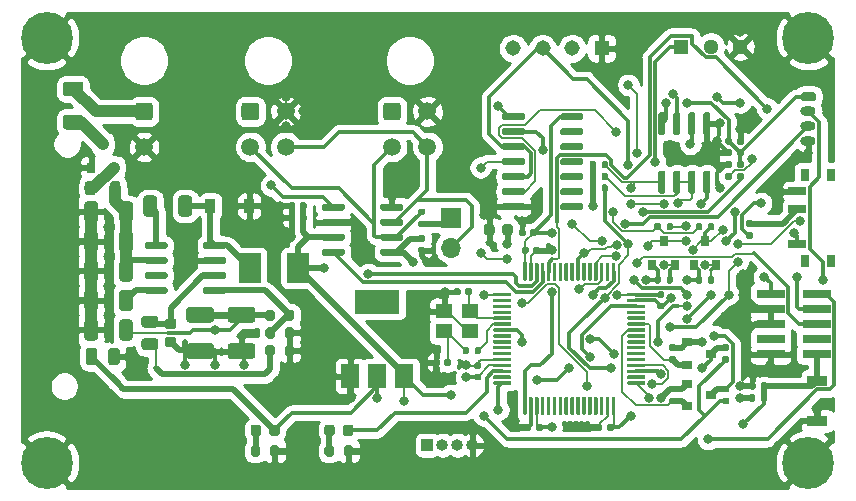
<source format=gbr>
%TF.GenerationSoftware,KiCad,Pcbnew,5.1.9-73d0e3b20d~88~ubuntu18.04.1*%
%TF.CreationDate,2021-01-21T10:29:52+00:00*%
%TF.ProjectId,Object_Detect_Board,4f626a65-6374-45f4-9465-746563745f42,V1.0*%
%TF.SameCoordinates,Original*%
%TF.FileFunction,Copper,L1,Top*%
%TF.FilePolarity,Positive*%
%FSLAX46Y46*%
G04 Gerber Fmt 4.6, Leading zero omitted, Abs format (unit mm)*
G04 Created by KiCad (PCBNEW 5.1.9-73d0e3b20d~88~ubuntu18.04.1) date 2021-01-21 10:29:52*
%MOMM*%
%LPD*%
G01*
G04 APERTURE LIST*
%TA.AperFunction,SMDPad,CuDef*%
%ADD10R,0.800000X0.900000*%
%TD*%
%TA.AperFunction,SMDPad,CuDef*%
%ADD11R,0.900000X1.200000*%
%TD*%
%TA.AperFunction,ComponentPad*%
%ADD12C,4.400000*%
%TD*%
%TA.AperFunction,ComponentPad*%
%ADD13C,0.700000*%
%TD*%
%TA.AperFunction,ComponentPad*%
%ADD14C,1.500000*%
%TD*%
%TA.AperFunction,ComponentPad*%
%ADD15O,1.300000X0.800000*%
%TD*%
%TA.AperFunction,ComponentPad*%
%ADD16C,1.308000*%
%TD*%
%TA.AperFunction,ComponentPad*%
%ADD17R,1.308000X1.308000*%
%TD*%
%TA.AperFunction,ComponentPad*%
%ADD18R,1.280000X1.280000*%
%TD*%
%TA.AperFunction,ComponentPad*%
%ADD19C,1.280000*%
%TD*%
%TA.AperFunction,SMDPad,CuDef*%
%ADD20R,2.400000X0.740000*%
%TD*%
%TA.AperFunction,ComponentPad*%
%ADD21R,1.700000X1.700000*%
%TD*%
%TA.AperFunction,ComponentPad*%
%ADD22O,1.700000X1.700000*%
%TD*%
%TA.AperFunction,SMDPad,CuDef*%
%ADD23R,1.900000X2.500000*%
%TD*%
%TA.AperFunction,SMDPad,CuDef*%
%ADD24R,0.900000X0.800000*%
%TD*%
%TA.AperFunction,SMDPad,CuDef*%
%ADD25R,1.500000X0.700000*%
%TD*%
%TA.AperFunction,SMDPad,CuDef*%
%ADD26R,0.800000X1.000000*%
%TD*%
%TA.AperFunction,SMDPad,CuDef*%
%ADD27R,3.800000X2.000000*%
%TD*%
%TA.AperFunction,SMDPad,CuDef*%
%ADD28R,1.500000X2.000000*%
%TD*%
%TA.AperFunction,SMDPad,CuDef*%
%ADD29R,1.400000X1.200000*%
%TD*%
%TA.AperFunction,SMDPad,CuDef*%
%ADD30R,1.700000X0.900000*%
%TD*%
%TA.AperFunction,ComponentPad*%
%ADD31R,1.000000X1.000000*%
%TD*%
%TA.AperFunction,ComponentPad*%
%ADD32O,1.000000X1.000000*%
%TD*%
%TA.AperFunction,ViaPad*%
%ADD33C,0.800000*%
%TD*%
%TA.AperFunction,Conductor*%
%ADD34C,1.000000*%
%TD*%
%TA.AperFunction,Conductor*%
%ADD35C,0.500000*%
%TD*%
%TA.AperFunction,Conductor*%
%ADD36C,0.300000*%
%TD*%
%TA.AperFunction,Conductor*%
%ADD37C,0.200000*%
%TD*%
%TA.AperFunction,Conductor*%
%ADD38C,0.254000*%
%TD*%
%TA.AperFunction,Conductor*%
%ADD39C,0.100000*%
%TD*%
G04 APERTURE END LIST*
%TO.P,C26,2*%
%TO.N,GND*%
%TA.AperFunction,SMDPad,CuDef*%
G36*
G01*
X131574999Y-106375000D02*
X133425001Y-106375000D01*
G75*
G02*
X133675000Y-106624999I0J-249999D01*
G01*
X133675000Y-107450001D01*
G75*
G02*
X133425001Y-107700000I-249999J0D01*
G01*
X131574999Y-107700000D01*
G75*
G02*
X131325000Y-107450001I0J249999D01*
G01*
X131325000Y-106624999D01*
G75*
G02*
X131574999Y-106375000I249999J0D01*
G01*
G37*
%TD.AperFunction*%
%TO.P,C26,1*%
%TO.N,+5V*%
%TA.AperFunction,SMDPad,CuDef*%
G36*
G01*
X131574999Y-103300000D02*
X133425001Y-103300000D01*
G75*
G02*
X133675000Y-103549999I0J-249999D01*
G01*
X133675000Y-104375001D01*
G75*
G02*
X133425001Y-104625000I-249999J0D01*
G01*
X131574999Y-104625000D01*
G75*
G02*
X131325000Y-104375001I0J249999D01*
G01*
X131325000Y-103549999D01*
G75*
G02*
X131574999Y-103300000I249999J0D01*
G01*
G37*
%TD.AperFunction*%
%TD*%
%TO.P,C24,2*%
%TO.N,GND*%
%TA.AperFunction,SMDPad,CuDef*%
G36*
G01*
X128074999Y-106375000D02*
X129925001Y-106375000D01*
G75*
G02*
X130175000Y-106624999I0J-249999D01*
G01*
X130175000Y-107450001D01*
G75*
G02*
X129925001Y-107700000I-249999J0D01*
G01*
X128074999Y-107700000D01*
G75*
G02*
X127825000Y-107450001I0J249999D01*
G01*
X127825000Y-106624999D01*
G75*
G02*
X128074999Y-106375000I249999J0D01*
G01*
G37*
%TD.AperFunction*%
%TO.P,C24,1*%
%TO.N,+5V*%
%TA.AperFunction,SMDPad,CuDef*%
G36*
G01*
X128074999Y-103300000D02*
X129925001Y-103300000D01*
G75*
G02*
X130175000Y-103549999I0J-249999D01*
G01*
X130175000Y-104375001D01*
G75*
G02*
X129925001Y-104625000I-249999J0D01*
G01*
X128074999Y-104625000D01*
G75*
G02*
X127825000Y-104375001I0J249999D01*
G01*
X127825000Y-103549999D01*
G75*
G02*
X128074999Y-103300000I249999J0D01*
G01*
G37*
%TD.AperFunction*%
%TD*%
%TO.P,C25,2*%
%TO.N,GND*%
%TA.AperFunction,SMDPad,CuDef*%
G36*
G01*
X126250000Y-105825000D02*
X126750000Y-105825000D01*
G75*
G02*
X126975000Y-106050000I0J-225000D01*
G01*
X126975000Y-106500000D01*
G75*
G02*
X126750000Y-106725000I-225000J0D01*
G01*
X126250000Y-106725000D01*
G75*
G02*
X126025000Y-106500000I0J225000D01*
G01*
X126025000Y-106050000D01*
G75*
G02*
X126250000Y-105825000I225000J0D01*
G01*
G37*
%TD.AperFunction*%
%TO.P,C25,1*%
%TO.N,Net-(C23-Pad1)*%
%TA.AperFunction,SMDPad,CuDef*%
G36*
G01*
X126250000Y-104275000D02*
X126750000Y-104275000D01*
G75*
G02*
X126975000Y-104500000I0J-225000D01*
G01*
X126975000Y-104950000D01*
G75*
G02*
X126750000Y-105175000I-225000J0D01*
G01*
X126250000Y-105175000D01*
G75*
G02*
X126025000Y-104950000I0J225000D01*
G01*
X126025000Y-104500000D01*
G75*
G02*
X126250000Y-104275000I225000J0D01*
G01*
G37*
%TD.AperFunction*%
%TD*%
%TO.P,C23,2*%
%TO.N,Net-(C23-Pad2)*%
%TA.AperFunction,SMDPad,CuDef*%
G36*
G01*
X124275000Y-105950000D02*
X125225000Y-105950000D01*
G75*
G02*
X125475000Y-106200000I0J-250000D01*
G01*
X125475000Y-106700000D01*
G75*
G02*
X125225000Y-106950000I-250000J0D01*
G01*
X124275000Y-106950000D01*
G75*
G02*
X124025000Y-106700000I0J250000D01*
G01*
X124025000Y-106200000D01*
G75*
G02*
X124275000Y-105950000I250000J0D01*
G01*
G37*
%TD.AperFunction*%
%TO.P,C23,1*%
%TO.N,Net-(C23-Pad1)*%
%TA.AperFunction,SMDPad,CuDef*%
G36*
G01*
X124275000Y-104050000D02*
X125225000Y-104050000D01*
G75*
G02*
X125475000Y-104300000I0J-250000D01*
G01*
X125475000Y-104800000D01*
G75*
G02*
X125225000Y-105050000I-250000J0D01*
G01*
X124275000Y-105050000D01*
G75*
G02*
X124025000Y-104800000I0J250000D01*
G01*
X124025000Y-104300000D01*
G75*
G02*
X124275000Y-104050000I250000J0D01*
G01*
G37*
%TD.AperFunction*%
%TD*%
D10*
%TO.P,Q2,3*%
%TO.N,UART3_Tx_5V*%
X168250000Y-97750000D03*
%TO.P,Q2,2*%
%TO.N,UART3_Tx*%
X169200000Y-99750000D03*
%TO.P,Q2,1*%
%TO.N,+3V3*%
X167300000Y-99750000D03*
%TD*%
%TO.P,C1,2*%
%TO.N,GND*%
%TA.AperFunction,SMDPad,CuDef*%
G36*
G01*
X147580000Y-98200000D02*
X147920000Y-98200000D01*
G75*
G02*
X148060000Y-98340000I0J-140000D01*
G01*
X148060000Y-98620000D01*
G75*
G02*
X147920000Y-98760000I-140000J0D01*
G01*
X147580000Y-98760000D01*
G75*
G02*
X147440000Y-98620000I0J140000D01*
G01*
X147440000Y-98340000D01*
G75*
G02*
X147580000Y-98200000I140000J0D01*
G01*
G37*
%TD.AperFunction*%
%TO.P,C1,1*%
%TO.N,+3V3*%
%TA.AperFunction,SMDPad,CuDef*%
G36*
G01*
X147580000Y-97240000D02*
X147920000Y-97240000D01*
G75*
G02*
X148060000Y-97380000I0J-140000D01*
G01*
X148060000Y-97660000D01*
G75*
G02*
X147920000Y-97800000I-140000J0D01*
G01*
X147580000Y-97800000D01*
G75*
G02*
X147440000Y-97660000I0J140000D01*
G01*
X147440000Y-97380000D01*
G75*
G02*
X147580000Y-97240000I140000J0D01*
G01*
G37*
%TD.AperFunction*%
%TD*%
%TO.P,C2,2*%
%TO.N,GND*%
%TA.AperFunction,SMDPad,CuDef*%
G36*
G01*
X137050000Y-95580000D02*
X137050000Y-95920000D01*
G75*
G02*
X136910000Y-96060000I-140000J0D01*
G01*
X136630000Y-96060000D01*
G75*
G02*
X136490000Y-95920000I0J140000D01*
G01*
X136490000Y-95580000D01*
G75*
G02*
X136630000Y-95440000I140000J0D01*
G01*
X136910000Y-95440000D01*
G75*
G02*
X137050000Y-95580000I0J-140000D01*
G01*
G37*
%TD.AperFunction*%
%TO.P,C2,1*%
%TO.N,+5V*%
%TA.AperFunction,SMDPad,CuDef*%
G36*
G01*
X138010000Y-95580000D02*
X138010000Y-95920000D01*
G75*
G02*
X137870000Y-96060000I-140000J0D01*
G01*
X137590000Y-96060000D01*
G75*
G02*
X137450000Y-95920000I0J140000D01*
G01*
X137450000Y-95580000D01*
G75*
G02*
X137590000Y-95440000I140000J0D01*
G01*
X137870000Y-95440000D01*
G75*
G02*
X138010000Y-95580000I0J-140000D01*
G01*
G37*
%TD.AperFunction*%
%TD*%
%TO.P,C3,1*%
%TO.N,+5V*%
%TA.AperFunction,SMDPad,CuDef*%
G36*
G01*
X138010000Y-94580000D02*
X138010000Y-94920000D01*
G75*
G02*
X137870000Y-95060000I-140000J0D01*
G01*
X137590000Y-95060000D01*
G75*
G02*
X137450000Y-94920000I0J140000D01*
G01*
X137450000Y-94580000D01*
G75*
G02*
X137590000Y-94440000I140000J0D01*
G01*
X137870000Y-94440000D01*
G75*
G02*
X138010000Y-94580000I0J-140000D01*
G01*
G37*
%TD.AperFunction*%
%TO.P,C3,2*%
%TO.N,GND*%
%TA.AperFunction,SMDPad,CuDef*%
G36*
G01*
X137050000Y-94580000D02*
X137050000Y-94920000D01*
G75*
G02*
X136910000Y-95060000I-140000J0D01*
G01*
X136630000Y-95060000D01*
G75*
G02*
X136490000Y-94920000I0J140000D01*
G01*
X136490000Y-94580000D01*
G75*
G02*
X136630000Y-94440000I140000J0D01*
G01*
X136910000Y-94440000D01*
G75*
G02*
X137050000Y-94580000I0J-140000D01*
G01*
G37*
%TD.AperFunction*%
%TD*%
%TO.P,C4,1*%
%TO.N,Net-(C4-Pad1)*%
%TA.AperFunction,SMDPad,CuDef*%
G36*
G01*
X123300000Y-99599999D02*
X123300000Y-100900001D01*
G75*
G02*
X123050001Y-101150000I-249999J0D01*
G01*
X122399999Y-101150000D01*
G75*
G02*
X122150000Y-100900001I0J249999D01*
G01*
X122150000Y-99599999D01*
G75*
G02*
X122399999Y-99350000I249999J0D01*
G01*
X123050001Y-99350000D01*
G75*
G02*
X123300000Y-99599999I0J-249999D01*
G01*
G37*
%TD.AperFunction*%
%TO.P,C4,2*%
%TO.N,GND*%
%TA.AperFunction,SMDPad,CuDef*%
G36*
G01*
X120350000Y-99599999D02*
X120350000Y-100900001D01*
G75*
G02*
X120100001Y-101150000I-249999J0D01*
G01*
X119449999Y-101150000D01*
G75*
G02*
X119200000Y-100900001I0J249999D01*
G01*
X119200000Y-99599999D01*
G75*
G02*
X119449999Y-99350000I249999J0D01*
G01*
X120100001Y-99350000D01*
G75*
G02*
X120350000Y-99599999I0J-249999D01*
G01*
G37*
%TD.AperFunction*%
%TD*%
%TO.P,C5,1*%
%TO.N,Net-(C4-Pad1)*%
%TA.AperFunction,SMDPad,CuDef*%
G36*
G01*
X123300000Y-97099999D02*
X123300000Y-98400001D01*
G75*
G02*
X123050001Y-98650000I-249999J0D01*
G01*
X122399999Y-98650000D01*
G75*
G02*
X122150000Y-98400001I0J249999D01*
G01*
X122150000Y-97099999D01*
G75*
G02*
X122399999Y-96850000I249999J0D01*
G01*
X123050001Y-96850000D01*
G75*
G02*
X123300000Y-97099999I0J-249999D01*
G01*
G37*
%TD.AperFunction*%
%TO.P,C5,2*%
%TO.N,GND*%
%TA.AperFunction,SMDPad,CuDef*%
G36*
G01*
X120350000Y-97099999D02*
X120350000Y-98400001D01*
G75*
G02*
X120100001Y-98650000I-249999J0D01*
G01*
X119449999Y-98650000D01*
G75*
G02*
X119200000Y-98400001I0J249999D01*
G01*
X119200000Y-97099999D01*
G75*
G02*
X119449999Y-96850000I249999J0D01*
G01*
X120100001Y-96850000D01*
G75*
G02*
X120350000Y-97099999I0J-249999D01*
G01*
G37*
%TD.AperFunction*%
%TD*%
%TO.P,C6,1*%
%TO.N,HSE_IN*%
%TA.AperFunction,SMDPad,CuDef*%
G36*
G01*
X152010000Y-101830000D02*
X152010000Y-102170000D01*
G75*
G02*
X151870000Y-102310000I-140000J0D01*
G01*
X151590000Y-102310000D01*
G75*
G02*
X151450000Y-102170000I0J140000D01*
G01*
X151450000Y-101830000D01*
G75*
G02*
X151590000Y-101690000I140000J0D01*
G01*
X151870000Y-101690000D01*
G75*
G02*
X152010000Y-101830000I0J-140000D01*
G01*
G37*
%TD.AperFunction*%
%TO.P,C6,2*%
%TO.N,GND*%
%TA.AperFunction,SMDPad,CuDef*%
G36*
G01*
X151050000Y-101830000D02*
X151050000Y-102170000D01*
G75*
G02*
X150910000Y-102310000I-140000J0D01*
G01*
X150630000Y-102310000D01*
G75*
G02*
X150490000Y-102170000I0J140000D01*
G01*
X150490000Y-101830000D01*
G75*
G02*
X150630000Y-101690000I140000J0D01*
G01*
X150910000Y-101690000D01*
G75*
G02*
X151050000Y-101830000I0J-140000D01*
G01*
G37*
%TD.AperFunction*%
%TD*%
%TO.P,C7,2*%
%TO.N,GND*%
%TA.AperFunction,SMDPad,CuDef*%
G36*
G01*
X149280000Y-107830000D02*
X149280000Y-108170000D01*
G75*
G02*
X149140000Y-108310000I-140000J0D01*
G01*
X148860000Y-108310000D01*
G75*
G02*
X148720000Y-108170000I0J140000D01*
G01*
X148720000Y-107830000D01*
G75*
G02*
X148860000Y-107690000I140000J0D01*
G01*
X149140000Y-107690000D01*
G75*
G02*
X149280000Y-107830000I0J-140000D01*
G01*
G37*
%TD.AperFunction*%
%TO.P,C7,1*%
%TO.N,Net-(C7-Pad1)*%
%TA.AperFunction,SMDPad,CuDef*%
G36*
G01*
X150240000Y-107830000D02*
X150240000Y-108170000D01*
G75*
G02*
X150100000Y-108310000I-140000J0D01*
G01*
X149820000Y-108310000D01*
G75*
G02*
X149680000Y-108170000I0J140000D01*
G01*
X149680000Y-107830000D01*
G75*
G02*
X149820000Y-107690000I140000J0D01*
G01*
X150100000Y-107690000D01*
G75*
G02*
X150240000Y-107830000I0J-140000D01*
G01*
G37*
%TD.AperFunction*%
%TD*%
%TO.P,C8,1*%
%TO.N,Net-(C4-Pad1)*%
%TA.AperFunction,SMDPad,CuDef*%
G36*
G01*
X123300000Y-94599999D02*
X123300000Y-95900001D01*
G75*
G02*
X123050001Y-96150000I-249999J0D01*
G01*
X122399999Y-96150000D01*
G75*
G02*
X122150000Y-95900001I0J249999D01*
G01*
X122150000Y-94599999D01*
G75*
G02*
X122399999Y-94350000I249999J0D01*
G01*
X123050001Y-94350000D01*
G75*
G02*
X123300000Y-94599999I0J-249999D01*
G01*
G37*
%TD.AperFunction*%
%TO.P,C8,2*%
%TO.N,GND*%
%TA.AperFunction,SMDPad,CuDef*%
G36*
G01*
X120350000Y-94599999D02*
X120350000Y-95900001D01*
G75*
G02*
X120100001Y-96150000I-249999J0D01*
G01*
X119449999Y-96150000D01*
G75*
G02*
X119200000Y-95900001I0J249999D01*
G01*
X119200000Y-94599999D01*
G75*
G02*
X119449999Y-94350000I249999J0D01*
G01*
X120100001Y-94350000D01*
G75*
G02*
X120350000Y-94599999I0J-249999D01*
G01*
G37*
%TD.AperFunction*%
%TD*%
%TO.P,C9,1*%
%TO.N,Net-(C9-Pad1)*%
%TA.AperFunction,SMDPad,CuDef*%
G36*
G01*
X128300000Y-94099999D02*
X128300000Y-95400001D01*
G75*
G02*
X128050001Y-95650000I-249999J0D01*
G01*
X127399999Y-95650000D01*
G75*
G02*
X127150000Y-95400001I0J249999D01*
G01*
X127150000Y-94099999D01*
G75*
G02*
X127399999Y-93850000I249999J0D01*
G01*
X128050001Y-93850000D01*
G75*
G02*
X128300000Y-94099999I0J-249999D01*
G01*
G37*
%TD.AperFunction*%
%TO.P,C9,2*%
%TO.N,Net-(C9-Pad2)*%
%TA.AperFunction,SMDPad,CuDef*%
G36*
G01*
X125350000Y-94099999D02*
X125350000Y-95400001D01*
G75*
G02*
X125100001Y-95650000I-249999J0D01*
G01*
X124449999Y-95650000D01*
G75*
G02*
X124200000Y-95400001I0J249999D01*
G01*
X124200000Y-94099999D01*
G75*
G02*
X124449999Y-93850000I249999J0D01*
G01*
X125100001Y-93850000D01*
G75*
G02*
X125350000Y-94099999I0J-249999D01*
G01*
G37*
%TD.AperFunction*%
%TD*%
%TO.P,C10,2*%
%TO.N,GND*%
%TA.AperFunction,SMDPad,CuDef*%
G36*
G01*
X173580000Y-89950000D02*
X173920000Y-89950000D01*
G75*
G02*
X174060000Y-90090000I0J-140000D01*
G01*
X174060000Y-90370000D01*
G75*
G02*
X173920000Y-90510000I-140000J0D01*
G01*
X173580000Y-90510000D01*
G75*
G02*
X173440000Y-90370000I0J140000D01*
G01*
X173440000Y-90090000D01*
G75*
G02*
X173580000Y-89950000I140000J0D01*
G01*
G37*
%TD.AperFunction*%
%TO.P,C10,1*%
%TO.N,+5V*%
%TA.AperFunction,SMDPad,CuDef*%
G36*
G01*
X173580000Y-88990000D02*
X173920000Y-88990000D01*
G75*
G02*
X174060000Y-89130000I0J-140000D01*
G01*
X174060000Y-89410000D01*
G75*
G02*
X173920000Y-89550000I-140000J0D01*
G01*
X173580000Y-89550000D01*
G75*
G02*
X173440000Y-89410000I0J140000D01*
G01*
X173440000Y-89130000D01*
G75*
G02*
X173580000Y-88990000I140000J0D01*
G01*
G37*
%TD.AperFunction*%
%TD*%
%TO.P,C11,1*%
%TO.N,+5V*%
%TA.AperFunction,SMDPad,CuDef*%
G36*
G01*
X174920000Y-90510000D02*
X174580000Y-90510000D01*
G75*
G02*
X174440000Y-90370000I0J140000D01*
G01*
X174440000Y-90090000D01*
G75*
G02*
X174580000Y-89950000I140000J0D01*
G01*
X174920000Y-89950000D01*
G75*
G02*
X175060000Y-90090000I0J-140000D01*
G01*
X175060000Y-90370000D01*
G75*
G02*
X174920000Y-90510000I-140000J0D01*
G01*
G37*
%TD.AperFunction*%
%TO.P,C11,2*%
%TO.N,GND*%
%TA.AperFunction,SMDPad,CuDef*%
G36*
G01*
X174920000Y-89550000D02*
X174580000Y-89550000D01*
G75*
G02*
X174440000Y-89410000I0J140000D01*
G01*
X174440000Y-89130000D01*
G75*
G02*
X174580000Y-88990000I140000J0D01*
G01*
X174920000Y-88990000D01*
G75*
G02*
X175060000Y-89130000I0J-140000D01*
G01*
X175060000Y-89410000D01*
G75*
G02*
X174920000Y-89550000I-140000J0D01*
G01*
G37*
%TD.AperFunction*%
%TD*%
%TO.P,C12,2*%
%TO.N,GND*%
%TA.AperFunction,SMDPad,CuDef*%
G36*
G01*
X120350000Y-104599999D02*
X120350000Y-105900001D01*
G75*
G02*
X120100001Y-106150000I-249999J0D01*
G01*
X119449999Y-106150000D01*
G75*
G02*
X119200000Y-105900001I0J249999D01*
G01*
X119200000Y-104599999D01*
G75*
G02*
X119449999Y-104350000I249999J0D01*
G01*
X120100001Y-104350000D01*
G75*
G02*
X120350000Y-104599999I0J-249999D01*
G01*
G37*
%TD.AperFunction*%
%TO.P,C12,1*%
%TO.N,+5V*%
%TA.AperFunction,SMDPad,CuDef*%
G36*
G01*
X123300000Y-104599999D02*
X123300000Y-105900001D01*
G75*
G02*
X123050001Y-106150000I-249999J0D01*
G01*
X122399999Y-106150000D01*
G75*
G02*
X122150000Y-105900001I0J249999D01*
G01*
X122150000Y-104599999D01*
G75*
G02*
X122399999Y-104350000I249999J0D01*
G01*
X123050001Y-104350000D01*
G75*
G02*
X123300000Y-104599999I0J-249999D01*
G01*
G37*
%TD.AperFunction*%
%TD*%
%TO.P,C13,1*%
%TO.N,+3V3*%
%TA.AperFunction,SMDPad,CuDef*%
G36*
G01*
X119300000Y-107975000D02*
X119300000Y-107025000D01*
G75*
G02*
X119550000Y-106775000I250000J0D01*
G01*
X120050000Y-106775000D01*
G75*
G02*
X120300000Y-107025000I0J-250000D01*
G01*
X120300000Y-107975000D01*
G75*
G02*
X120050000Y-108225000I-250000J0D01*
G01*
X119550000Y-108225000D01*
G75*
G02*
X119300000Y-107975000I0J250000D01*
G01*
G37*
%TD.AperFunction*%
%TO.P,C13,2*%
%TO.N,GND*%
%TA.AperFunction,SMDPad,CuDef*%
G36*
G01*
X121200000Y-107975000D02*
X121200000Y-107025000D01*
G75*
G02*
X121450000Y-106775000I250000J0D01*
G01*
X121950000Y-106775000D01*
G75*
G02*
X122200000Y-107025000I0J-250000D01*
G01*
X122200000Y-107975000D01*
G75*
G02*
X121950000Y-108225000I-250000J0D01*
G01*
X121450000Y-108225000D01*
G75*
G02*
X121200000Y-107975000I0J250000D01*
G01*
G37*
%TD.AperFunction*%
%TD*%
%TO.P,C14,1*%
%TO.N,+3V3*%
%TA.AperFunction,SMDPad,CuDef*%
G36*
G01*
X155475000Y-96500000D02*
X155475000Y-97000000D01*
G75*
G02*
X155250000Y-97225000I-225000J0D01*
G01*
X154800000Y-97225000D01*
G75*
G02*
X154575000Y-97000000I0J225000D01*
G01*
X154575000Y-96500000D01*
G75*
G02*
X154800000Y-96275000I225000J0D01*
G01*
X155250000Y-96275000D01*
G75*
G02*
X155475000Y-96500000I0J-225000D01*
G01*
G37*
%TD.AperFunction*%
%TO.P,C14,2*%
%TO.N,GND*%
%TA.AperFunction,SMDPad,CuDef*%
G36*
G01*
X153925000Y-96500000D02*
X153925000Y-97000000D01*
G75*
G02*
X153700000Y-97225000I-225000J0D01*
G01*
X153250000Y-97225000D01*
G75*
G02*
X153025000Y-97000000I0J225000D01*
G01*
X153025000Y-96500000D01*
G75*
G02*
X153250000Y-96275000I225000J0D01*
G01*
X153700000Y-96275000D01*
G75*
G02*
X153925000Y-96500000I0J-225000D01*
G01*
G37*
%TD.AperFunction*%
%TD*%
%TO.P,C15,2*%
%TO.N,GND*%
%TA.AperFunction,SMDPad,CuDef*%
G36*
G01*
X176050000Y-109830000D02*
X176050000Y-110170000D01*
G75*
G02*
X175910000Y-110310000I-140000J0D01*
G01*
X175630000Y-110310000D01*
G75*
G02*
X175490000Y-110170000I0J140000D01*
G01*
X175490000Y-109830000D01*
G75*
G02*
X175630000Y-109690000I140000J0D01*
G01*
X175910000Y-109690000D01*
G75*
G02*
X176050000Y-109830000I0J-140000D01*
G01*
G37*
%TD.AperFunction*%
%TO.P,C15,1*%
%TO.N,NRST*%
%TA.AperFunction,SMDPad,CuDef*%
G36*
G01*
X177010000Y-109830000D02*
X177010000Y-110170000D01*
G75*
G02*
X176870000Y-110310000I-140000J0D01*
G01*
X176590000Y-110310000D01*
G75*
G02*
X176450000Y-110170000I0J140000D01*
G01*
X176450000Y-109830000D01*
G75*
G02*
X176590000Y-109690000I140000J0D01*
G01*
X176870000Y-109690000D01*
G75*
G02*
X177010000Y-109830000I0J-140000D01*
G01*
G37*
%TD.AperFunction*%
%TD*%
%TO.P,C16,1*%
%TO.N,+3V3*%
%TA.AperFunction,SMDPad,CuDef*%
G36*
G01*
X157510000Y-96830000D02*
X157510000Y-97170000D01*
G75*
G02*
X157370000Y-97310000I-140000J0D01*
G01*
X157090000Y-97310000D01*
G75*
G02*
X156950000Y-97170000I0J140000D01*
G01*
X156950000Y-96830000D01*
G75*
G02*
X157090000Y-96690000I140000J0D01*
G01*
X157370000Y-96690000D01*
G75*
G02*
X157510000Y-96830000I0J-140000D01*
G01*
G37*
%TD.AperFunction*%
%TO.P,C16,2*%
%TO.N,GND*%
%TA.AperFunction,SMDPad,CuDef*%
G36*
G01*
X156550000Y-96830000D02*
X156550000Y-97170000D01*
G75*
G02*
X156410000Y-97310000I-140000J0D01*
G01*
X156130000Y-97310000D01*
G75*
G02*
X155990000Y-97170000I0J140000D01*
G01*
X155990000Y-96830000D01*
G75*
G02*
X156130000Y-96690000I140000J0D01*
G01*
X156410000Y-96690000D01*
G75*
G02*
X156550000Y-96830000I0J-140000D01*
G01*
G37*
%TD.AperFunction*%
%TD*%
%TO.P,C17,2*%
%TO.N,GND*%
%TA.AperFunction,SMDPad,CuDef*%
G36*
G01*
X157220000Y-98670000D02*
X157220000Y-98330000D01*
G75*
G02*
X157360000Y-98190000I140000J0D01*
G01*
X157640000Y-98190000D01*
G75*
G02*
X157780000Y-98330000I0J-140000D01*
G01*
X157780000Y-98670000D01*
G75*
G02*
X157640000Y-98810000I-140000J0D01*
G01*
X157360000Y-98810000D01*
G75*
G02*
X157220000Y-98670000I0J140000D01*
G01*
G37*
%TD.AperFunction*%
%TO.P,C17,1*%
%TO.N,+3V3*%
%TA.AperFunction,SMDPad,CuDef*%
G36*
G01*
X156260000Y-98670000D02*
X156260000Y-98330000D01*
G75*
G02*
X156400000Y-98190000I140000J0D01*
G01*
X156680000Y-98190000D01*
G75*
G02*
X156820000Y-98330000I0J-140000D01*
G01*
X156820000Y-98670000D01*
G75*
G02*
X156680000Y-98810000I-140000J0D01*
G01*
X156400000Y-98810000D01*
G75*
G02*
X156260000Y-98670000I0J140000D01*
G01*
G37*
%TD.AperFunction*%
%TD*%
%TO.P,C18,1*%
%TO.N,+3V3*%
%TA.AperFunction,SMDPad,CuDef*%
G36*
G01*
X152670000Y-109510000D02*
X152330000Y-109510000D01*
G75*
G02*
X152190000Y-109370000I0J140000D01*
G01*
X152190000Y-109090000D01*
G75*
G02*
X152330000Y-108950000I140000J0D01*
G01*
X152670000Y-108950000D01*
G75*
G02*
X152810000Y-109090000I0J-140000D01*
G01*
X152810000Y-109370000D01*
G75*
G02*
X152670000Y-109510000I-140000J0D01*
G01*
G37*
%TD.AperFunction*%
%TO.P,C18,2*%
%TO.N,GND*%
%TA.AperFunction,SMDPad,CuDef*%
G36*
G01*
X152670000Y-108550000D02*
X152330000Y-108550000D01*
G75*
G02*
X152190000Y-108410000I0J140000D01*
G01*
X152190000Y-108130000D01*
G75*
G02*
X152330000Y-107990000I140000J0D01*
G01*
X152670000Y-107990000D01*
G75*
G02*
X152810000Y-108130000I0J-140000D01*
G01*
X152810000Y-108410000D01*
G75*
G02*
X152670000Y-108550000I-140000J0D01*
G01*
G37*
%TD.AperFunction*%
%TD*%
%TO.P,C19,1*%
%TO.N,+3V3*%
%TA.AperFunction,SMDPad,CuDef*%
G36*
G01*
X158010000Y-113330000D02*
X158010000Y-113670000D01*
G75*
G02*
X157870000Y-113810000I-140000J0D01*
G01*
X157590000Y-113810000D01*
G75*
G02*
X157450000Y-113670000I0J140000D01*
G01*
X157450000Y-113330000D01*
G75*
G02*
X157590000Y-113190000I140000J0D01*
G01*
X157870000Y-113190000D01*
G75*
G02*
X158010000Y-113330000I0J-140000D01*
G01*
G37*
%TD.AperFunction*%
%TO.P,C19,2*%
%TO.N,GND*%
%TA.AperFunction,SMDPad,CuDef*%
G36*
G01*
X157050000Y-113330000D02*
X157050000Y-113670000D01*
G75*
G02*
X156910000Y-113810000I-140000J0D01*
G01*
X156630000Y-113810000D01*
G75*
G02*
X156490000Y-113670000I0J140000D01*
G01*
X156490000Y-113330000D01*
G75*
G02*
X156630000Y-113190000I140000J0D01*
G01*
X156910000Y-113190000D01*
G75*
G02*
X157050000Y-113330000I0J-140000D01*
G01*
G37*
%TD.AperFunction*%
%TD*%
%TO.P,C20,2*%
%TO.N,GND*%
%TA.AperFunction,SMDPad,CuDef*%
G36*
G01*
X163050000Y-113330000D02*
X163050000Y-113670000D01*
G75*
G02*
X162910000Y-113810000I-140000J0D01*
G01*
X162630000Y-113810000D01*
G75*
G02*
X162490000Y-113670000I0J140000D01*
G01*
X162490000Y-113330000D01*
G75*
G02*
X162630000Y-113190000I140000J0D01*
G01*
X162910000Y-113190000D01*
G75*
G02*
X163050000Y-113330000I0J-140000D01*
G01*
G37*
%TD.AperFunction*%
%TO.P,C20,1*%
%TO.N,+3V3*%
%TA.AperFunction,SMDPad,CuDef*%
G36*
G01*
X164010000Y-113330000D02*
X164010000Y-113670000D01*
G75*
G02*
X163870000Y-113810000I-140000J0D01*
G01*
X163590000Y-113810000D01*
G75*
G02*
X163450000Y-113670000I0J140000D01*
G01*
X163450000Y-113330000D01*
G75*
G02*
X163590000Y-113190000I140000J0D01*
G01*
X163870000Y-113190000D01*
G75*
G02*
X164010000Y-113330000I0J-140000D01*
G01*
G37*
%TD.AperFunction*%
%TD*%
%TO.P,C21,1*%
%TO.N,+3V3*%
%TA.AperFunction,SMDPad,CuDef*%
G36*
G01*
X167830000Y-101990000D02*
X168170000Y-101990000D01*
G75*
G02*
X168310000Y-102130000I0J-140000D01*
G01*
X168310000Y-102410000D01*
G75*
G02*
X168170000Y-102550000I-140000J0D01*
G01*
X167830000Y-102550000D01*
G75*
G02*
X167690000Y-102410000I0J140000D01*
G01*
X167690000Y-102130000D01*
G75*
G02*
X167830000Y-101990000I140000J0D01*
G01*
G37*
%TD.AperFunction*%
%TO.P,C21,2*%
%TO.N,GND*%
%TA.AperFunction,SMDPad,CuDef*%
G36*
G01*
X167830000Y-102950000D02*
X168170000Y-102950000D01*
G75*
G02*
X168310000Y-103090000I0J-140000D01*
G01*
X168310000Y-103370000D01*
G75*
G02*
X168170000Y-103510000I-140000J0D01*
G01*
X167830000Y-103510000D01*
G75*
G02*
X167690000Y-103370000I0J140000D01*
G01*
X167690000Y-103090000D01*
G75*
G02*
X167830000Y-102950000I140000J0D01*
G01*
G37*
%TD.AperFunction*%
%TD*%
%TO.P,C22,2*%
%TO.N,GND*%
%TA.AperFunction,SMDPad,CuDef*%
G36*
G01*
X120350000Y-102099999D02*
X120350000Y-103400001D01*
G75*
G02*
X120100001Y-103650000I-249999J0D01*
G01*
X119449999Y-103650000D01*
G75*
G02*
X119200000Y-103400001I0J249999D01*
G01*
X119200000Y-102099999D01*
G75*
G02*
X119449999Y-101850000I249999J0D01*
G01*
X120100001Y-101850000D01*
G75*
G02*
X120350000Y-102099999I0J-249999D01*
G01*
G37*
%TD.AperFunction*%
%TO.P,C22,1*%
%TO.N,Net-(C22-Pad1)*%
%TA.AperFunction,SMDPad,CuDef*%
G36*
G01*
X123300000Y-102099999D02*
X123300000Y-103400001D01*
G75*
G02*
X123050001Y-103650000I-249999J0D01*
G01*
X122399999Y-103650000D01*
G75*
G02*
X122150000Y-103400001I0J249999D01*
G01*
X122150000Y-102099999D01*
G75*
G02*
X122399999Y-101850000I249999J0D01*
G01*
X123050001Y-101850000D01*
G75*
G02*
X123300000Y-102099999I0J-249999D01*
G01*
G37*
%TD.AperFunction*%
%TD*%
D11*
%TO.P,D1,1*%
%TO.N,Net-(C9-Pad1)*%
X129850000Y-94750000D03*
%TO.P,D1,2*%
%TO.N,GND*%
X133150000Y-94750000D03*
%TD*%
%TO.P,D2,1*%
%TO.N,Net-(D2-Pad1)*%
%TA.AperFunction,SMDPad,CuDef*%
G36*
G01*
X139525000Y-114006250D02*
X139525000Y-113493750D01*
G75*
G02*
X139743750Y-113275000I218750J0D01*
G01*
X140181250Y-113275000D01*
G75*
G02*
X140400000Y-113493750I0J-218750D01*
G01*
X140400000Y-114006250D01*
G75*
G02*
X140181250Y-114225000I-218750J0D01*
G01*
X139743750Y-114225000D01*
G75*
G02*
X139525000Y-114006250I0J218750D01*
G01*
G37*
%TD.AperFunction*%
%TO.P,D2,2*%
%TO.N,LED_STATUS*%
%TA.AperFunction,SMDPad,CuDef*%
G36*
G01*
X141100000Y-114006250D02*
X141100000Y-113493750D01*
G75*
G02*
X141318750Y-113275000I218750J0D01*
G01*
X141756250Y-113275000D01*
G75*
G02*
X141975000Y-113493750I0J-218750D01*
G01*
X141975000Y-114006250D01*
G75*
G02*
X141756250Y-114225000I-218750J0D01*
G01*
X141318750Y-114225000D01*
G75*
G02*
X141100000Y-114006250I0J218750D01*
G01*
G37*
%TD.AperFunction*%
%TD*%
%TO.P,D3,2*%
%TO.N,+3V3*%
%TA.AperFunction,SMDPad,CuDef*%
G36*
G01*
X134850000Y-114006250D02*
X134850000Y-113493750D01*
G75*
G02*
X135068750Y-113275000I218750J0D01*
G01*
X135506250Y-113275000D01*
G75*
G02*
X135725000Y-113493750I0J-218750D01*
G01*
X135725000Y-114006250D01*
G75*
G02*
X135506250Y-114225000I-218750J0D01*
G01*
X135068750Y-114225000D01*
G75*
G02*
X134850000Y-114006250I0J218750D01*
G01*
G37*
%TD.AperFunction*%
%TO.P,D3,1*%
%TO.N,Net-(D3-Pad1)*%
%TA.AperFunction,SMDPad,CuDef*%
G36*
G01*
X133275000Y-114006250D02*
X133275000Y-113493750D01*
G75*
G02*
X133493750Y-113275000I218750J0D01*
G01*
X133931250Y-113275000D01*
G75*
G02*
X134150000Y-113493750I0J-218750D01*
G01*
X134150000Y-114006250D01*
G75*
G02*
X133931250Y-114225000I-218750J0D01*
G01*
X133493750Y-114225000D01*
G75*
G02*
X133275000Y-114006250I0J218750D01*
G01*
G37*
%TD.AperFunction*%
%TD*%
%TO.P,F1,1*%
%TO.N,Net-(F1-Pad1)*%
%TA.AperFunction,SMDPad,CuDef*%
G36*
G01*
X118875000Y-88275000D02*
X117625000Y-88275000D01*
G75*
G02*
X117375000Y-88025000I0J250000D01*
G01*
X117375000Y-87275000D01*
G75*
G02*
X117625000Y-87025000I250000J0D01*
G01*
X118875000Y-87025000D01*
G75*
G02*
X119125000Y-87275000I0J-250000D01*
G01*
X119125000Y-88025000D01*
G75*
G02*
X118875000Y-88275000I-250000J0D01*
G01*
G37*
%TD.AperFunction*%
%TO.P,F1,2*%
%TO.N,+12V*%
%TA.AperFunction,SMDPad,CuDef*%
G36*
G01*
X118875000Y-85475000D02*
X117625000Y-85475000D01*
G75*
G02*
X117375000Y-85225000I0J250000D01*
G01*
X117375000Y-84475000D01*
G75*
G02*
X117625000Y-84225000I250000J0D01*
G01*
X118875000Y-84225000D01*
G75*
G02*
X119125000Y-84475000I0J-250000D01*
G01*
X119125000Y-85225000D01*
G75*
G02*
X118875000Y-85475000I-250000J0D01*
G01*
G37*
%TD.AperFunction*%
%TD*%
%TO.P,FB1,1*%
%TO.N,Net-(FB1-Pad1)*%
%TA.AperFunction,SMDPad,CuDef*%
G36*
G01*
X119250000Y-93631250D02*
X119250000Y-92868750D01*
G75*
G02*
X119468750Y-92650000I218750J0D01*
G01*
X119906250Y-92650000D01*
G75*
G02*
X120125000Y-92868750I0J-218750D01*
G01*
X120125000Y-93631250D01*
G75*
G02*
X119906250Y-93850000I-218750J0D01*
G01*
X119468750Y-93850000D01*
G75*
G02*
X119250000Y-93631250I0J218750D01*
G01*
G37*
%TD.AperFunction*%
%TO.P,FB1,2*%
%TO.N,Net-(C4-Pad1)*%
%TA.AperFunction,SMDPad,CuDef*%
G36*
G01*
X121375000Y-93631250D02*
X121375000Y-92868750D01*
G75*
G02*
X121593750Y-92650000I218750J0D01*
G01*
X122031250Y-92650000D01*
G75*
G02*
X122250000Y-92868750I0J-218750D01*
G01*
X122250000Y-93631250D01*
G75*
G02*
X122031250Y-93850000I-218750J0D01*
G01*
X121593750Y-93850000D01*
G75*
G02*
X121375000Y-93631250I0J218750D01*
G01*
G37*
%TD.AperFunction*%
%TD*%
D12*
%TO.P,H1,1*%
%TO.N,GND*%
X116000000Y-116500000D03*
D13*
X117650000Y-116500000D03*
X117166726Y-117666726D03*
X116000000Y-118150000D03*
X114833274Y-117666726D03*
X114350000Y-116500000D03*
X114833274Y-115333274D03*
X116000000Y-114850000D03*
X117166726Y-115333274D03*
%TD*%
%TO.P,H2,1*%
%TO.N,GND*%
X181666726Y-79333274D03*
X180500000Y-78850000D03*
X179333274Y-79333274D03*
X178850000Y-80500000D03*
X179333274Y-81666726D03*
X180500000Y-82150000D03*
X181666726Y-81666726D03*
X182150000Y-80500000D03*
D12*
X180500000Y-80500000D03*
%TD*%
%TO.P,H3,1*%
%TO.N,GND*%
X180500000Y-116500000D03*
D13*
X182150000Y-116500000D03*
X181666726Y-117666726D03*
X180500000Y-118150000D03*
X179333274Y-117666726D03*
X178850000Y-116500000D03*
X179333274Y-115333274D03*
X180500000Y-114850000D03*
X181666726Y-115333274D03*
%TD*%
%TO.P,H4,1*%
%TO.N,GND*%
X117166726Y-79333274D03*
X116000000Y-78850000D03*
X114833274Y-79333274D03*
X114350000Y-80500000D03*
X114833274Y-81666726D03*
X116000000Y-82150000D03*
X117166726Y-81666726D03*
X117650000Y-80500000D03*
D12*
X116000000Y-80500000D03*
%TD*%
%TO.P,J1,1*%
%TO.N,+12V*%
%TA.AperFunction,ComponentPad*%
G36*
G01*
X123500000Y-87250000D02*
X123500000Y-86250000D01*
G75*
G02*
X123750000Y-86000000I250000J0D01*
G01*
X124750000Y-86000000D01*
G75*
G02*
X125000000Y-86250000I0J-250000D01*
G01*
X125000000Y-87250000D01*
G75*
G02*
X124750000Y-87500000I-250000J0D01*
G01*
X123750000Y-87500000D01*
G75*
G02*
X123500000Y-87250000I0J250000D01*
G01*
G37*
%TD.AperFunction*%
D14*
%TO.P,J1,2*%
%TO.N,GND*%
X124250000Y-89750000D03*
%TD*%
%TO.P,J2,4*%
%TO.N,CAN_H*%
X136250000Y-89750000D03*
%TO.P,J2,3*%
%TO.N,CAN_L*%
X133250000Y-89750000D03*
%TO.P,J2,2*%
%TO.N,GND*%
X136250000Y-86750000D03*
%TO.P,J2,1*%
%TO.N,+12V*%
%TA.AperFunction,ComponentPad*%
G36*
G01*
X132500000Y-87250000D02*
X132500000Y-86250000D01*
G75*
G02*
X132750000Y-86000000I250000J0D01*
G01*
X133750000Y-86000000D01*
G75*
G02*
X134000000Y-86250000I0J-250000D01*
G01*
X134000000Y-87250000D01*
G75*
G02*
X133750000Y-87500000I-250000J0D01*
G01*
X132750000Y-87500000D01*
G75*
G02*
X132500000Y-87250000I0J250000D01*
G01*
G37*
%TD.AperFunction*%
%TD*%
%TO.P,J3,1*%
%TO.N,+12V*%
%TA.AperFunction,ComponentPad*%
G36*
G01*
X144500000Y-87250000D02*
X144500000Y-86250000D01*
G75*
G02*
X144750000Y-86000000I250000J0D01*
G01*
X145750000Y-86000000D01*
G75*
G02*
X146000000Y-86250000I0J-250000D01*
G01*
X146000000Y-87250000D01*
G75*
G02*
X145750000Y-87500000I-250000J0D01*
G01*
X144750000Y-87500000D01*
G75*
G02*
X144500000Y-87250000I0J250000D01*
G01*
G37*
%TD.AperFunction*%
%TO.P,J3,2*%
%TO.N,GND*%
X148250000Y-86750000D03*
%TO.P,J3,3*%
%TO.N,CAN_L*%
X145250000Y-89750000D03*
%TO.P,J3,4*%
%TO.N,CAN_H*%
X148250000Y-89750000D03*
%TD*%
%TO.P,J4,1*%
%TO.N,+5V*%
%TA.AperFunction,ComponentPad*%
G36*
G01*
X180050000Y-85100000D02*
X180950000Y-85100000D01*
G75*
G02*
X181150000Y-85300000I0J-200000D01*
G01*
X181150000Y-85700000D01*
G75*
G02*
X180950000Y-85900000I-200000J0D01*
G01*
X180050000Y-85900000D01*
G75*
G02*
X179850000Y-85700000I0J200000D01*
G01*
X179850000Y-85300000D01*
G75*
G02*
X180050000Y-85100000I200000J0D01*
G01*
G37*
%TD.AperFunction*%
D15*
%TO.P,J4,2*%
%TO.N,UART2_Tx*%
X180500000Y-86750000D03*
%TO.P,J4,3*%
%TO.N,UART2_Rx*%
X180500000Y-88000000D03*
%TO.P,J4,4*%
%TO.N,GND*%
X180500000Y-89250000D03*
%TD*%
D16*
%TO.P,J5,4*%
%TO.N,Rx_Dynamixel*%
X155500000Y-81400000D03*
%TO.P,J5,3*%
%TO.N,Dt_Dynamixel*%
X158000000Y-81400000D03*
%TO.P,J5,2*%
%TO.N,+12V*%
X160500000Y-81400000D03*
D17*
%TO.P,J5,1*%
%TO.N,GND*%
X163000000Y-81400000D03*
%TD*%
D18*
%TO.P,J6,1*%
%TO.N,Tx_PC*%
X169750000Y-81250000D03*
D19*
%TO.P,J6,2*%
%TO.N,Rx_PC*%
X172250000Y-81250000D03*
%TO.P,J6,3*%
%TO.N,GND*%
X174750000Y-81250000D03*
%TD*%
D20*
%TO.P,J11,1*%
%TO.N,+3V3*%
X177300000Y-102210000D03*
%TO.P,J11,2*%
%TO.N,SWDIO*%
X181200000Y-102210000D03*
%TO.P,J11,3*%
%TO.N,GND*%
X177300000Y-103480000D03*
%TO.P,J11,4*%
%TO.N,SWCLK*%
X181200000Y-103480000D03*
%TO.P,J11,5*%
%TO.N,GND*%
X177300000Y-104750000D03*
%TO.P,J11,6*%
%TO.N,SWO*%
X181200000Y-104750000D03*
%TO.P,J11,7*%
%TO.N,Net-(J11-Pad7)*%
X177300000Y-106020000D03*
%TO.P,J11,8*%
%TO.N,Net-(J11-Pad8)*%
X181200000Y-106020000D03*
%TO.P,J11,9*%
%TO.N,GND*%
X177300000Y-107290000D03*
%TO.P,J11,10*%
%TO.N,NRST*%
X181200000Y-107290000D03*
%TD*%
D21*
%TO.P,JP1,1*%
%TO.N,Net-(JP1-Pad1)*%
X150250000Y-95750000D03*
D22*
%TO.P,JP1,2*%
%TO.N,CAN_H*%
X150250000Y-98290000D03*
%TD*%
D23*
%TO.P,L1,1*%
%TO.N,Net-(C9-Pad1)*%
X133200000Y-100000000D03*
%TO.P,L1,2*%
%TO.N,+5V*%
X137300000Y-100000000D03*
%TD*%
D10*
%TO.P,Q1,1*%
%TO.N,GND*%
X119800000Y-91500000D03*
%TO.P,Q1,2*%
%TO.N,Net-(FB1-Pad1)*%
X121700000Y-91500000D03*
%TO.P,Q1,3*%
%TO.N,Net-(F1-Pad1)*%
X120750000Y-89500000D03*
%TD*%
%TO.P,Q3,1*%
%TO.N,+3V3*%
X170800000Y-99750000D03*
%TO.P,Q3,2*%
%TO.N,UART3_Rx*%
X172700000Y-99750000D03*
%TO.P,Q3,3*%
%TO.N,UART3_Rx_5V*%
X171750000Y-97750000D03*
%TD*%
D24*
%TO.P,Q4,1*%
%TO.N,+3V3*%
X170250000Y-109800000D03*
%TO.P,Q4,2*%
%TO.N,UART1_Tx*%
X170250000Y-111700000D03*
%TO.P,Q4,3*%
%TO.N,UART1_Tx_5V*%
X172250000Y-110750000D03*
%TD*%
%TO.P,Q5,3*%
%TO.N,UART1_Rx_5V*%
X172250000Y-107250000D03*
%TO.P,Q5,2*%
%TO.N,UART1_Rx*%
X170250000Y-108200000D03*
%TO.P,Q5,1*%
%TO.N,+3V3*%
X170250000Y-106300000D03*
%TD*%
%TO.P,R3,2*%
%TO.N,CAN_L*%
%TA.AperFunction,SMDPad,CuDef*%
G36*
G01*
X147935000Y-95520000D02*
X147565000Y-95520000D01*
G75*
G02*
X147430000Y-95385000I0J135000D01*
G01*
X147430000Y-95115000D01*
G75*
G02*
X147565000Y-94980000I135000J0D01*
G01*
X147935000Y-94980000D01*
G75*
G02*
X148070000Y-95115000I0J-135000D01*
G01*
X148070000Y-95385000D01*
G75*
G02*
X147935000Y-95520000I-135000J0D01*
G01*
G37*
%TD.AperFunction*%
%TO.P,R3,1*%
%TO.N,Net-(JP1-Pad1)*%
%TA.AperFunction,SMDPad,CuDef*%
G36*
G01*
X147935000Y-96540000D02*
X147565000Y-96540000D01*
G75*
G02*
X147430000Y-96405000I0J135000D01*
G01*
X147430000Y-96135000D01*
G75*
G02*
X147565000Y-96000000I135000J0D01*
G01*
X147935000Y-96000000D01*
G75*
G02*
X148070000Y-96135000I0J-135000D01*
G01*
X148070000Y-96405000D01*
G75*
G02*
X147935000Y-96540000I-135000J0D01*
G01*
G37*
%TD.AperFunction*%
%TD*%
%TO.P,R4,1*%
%TO.N,+5V*%
%TA.AperFunction,SMDPad,CuDef*%
G36*
G01*
X161970000Y-91435000D02*
X161970000Y-91065000D01*
G75*
G02*
X162105000Y-90930000I135000J0D01*
G01*
X162375000Y-90930000D01*
G75*
G02*
X162510000Y-91065000I0J-135000D01*
G01*
X162510000Y-91435000D01*
G75*
G02*
X162375000Y-91570000I-135000J0D01*
G01*
X162105000Y-91570000D01*
G75*
G02*
X161970000Y-91435000I0J135000D01*
G01*
G37*
%TD.AperFunction*%
%TO.P,R4,2*%
%TO.N,UART_Rx_485*%
%TA.AperFunction,SMDPad,CuDef*%
G36*
G01*
X162990000Y-91435000D02*
X162990000Y-91065000D01*
G75*
G02*
X163125000Y-90930000I135000J0D01*
G01*
X163395000Y-90930000D01*
G75*
G02*
X163530000Y-91065000I0J-135000D01*
G01*
X163530000Y-91435000D01*
G75*
G02*
X163395000Y-91570000I-135000J0D01*
G01*
X163125000Y-91570000D01*
G75*
G02*
X162990000Y-91435000I0J135000D01*
G01*
G37*
%TD.AperFunction*%
%TD*%
%TO.P,R5,2*%
%TO.N,UART_Tx_485*%
%TA.AperFunction,SMDPad,CuDef*%
G36*
G01*
X162990000Y-93435000D02*
X162990000Y-93065000D01*
G75*
G02*
X163125000Y-92930000I135000J0D01*
G01*
X163395000Y-92930000D01*
G75*
G02*
X163530000Y-93065000I0J-135000D01*
G01*
X163530000Y-93435000D01*
G75*
G02*
X163395000Y-93570000I-135000J0D01*
G01*
X163125000Y-93570000D01*
G75*
G02*
X162990000Y-93435000I0J135000D01*
G01*
G37*
%TD.AperFunction*%
%TO.P,R5,1*%
%TO.N,+5V*%
%TA.AperFunction,SMDPad,CuDef*%
G36*
G01*
X161970000Y-93435000D02*
X161970000Y-93065000D01*
G75*
G02*
X162105000Y-92930000I135000J0D01*
G01*
X162375000Y-92930000D01*
G75*
G02*
X162510000Y-93065000I0J-135000D01*
G01*
X162510000Y-93435000D01*
G75*
G02*
X162375000Y-93570000I-135000J0D01*
G01*
X162105000Y-93570000D01*
G75*
G02*
X161970000Y-93435000I0J135000D01*
G01*
G37*
%TD.AperFunction*%
%TD*%
%TO.P,R6,1*%
%TO.N,+5V*%
%TA.AperFunction,SMDPad,CuDef*%
G36*
G01*
X161970000Y-92435000D02*
X161970000Y-92065000D01*
G75*
G02*
X162105000Y-91930000I135000J0D01*
G01*
X162375000Y-91930000D01*
G75*
G02*
X162510000Y-92065000I0J-135000D01*
G01*
X162510000Y-92435000D01*
G75*
G02*
X162375000Y-92570000I-135000J0D01*
G01*
X162105000Y-92570000D01*
G75*
G02*
X161970000Y-92435000I0J135000D01*
G01*
G37*
%TD.AperFunction*%
%TO.P,R6,2*%
%TO.N,RS485_DIR_CTRL*%
%TA.AperFunction,SMDPad,CuDef*%
G36*
G01*
X162990000Y-92435000D02*
X162990000Y-92065000D01*
G75*
G02*
X163125000Y-91930000I135000J0D01*
G01*
X163395000Y-91930000D01*
G75*
G02*
X163530000Y-92065000I0J-135000D01*
G01*
X163530000Y-92435000D01*
G75*
G02*
X163395000Y-92570000I-135000J0D01*
G01*
X163125000Y-92570000D01*
G75*
G02*
X162990000Y-92435000I0J135000D01*
G01*
G37*
%TD.AperFunction*%
%TD*%
%TO.P,R7,1*%
%TO.N,HSE_OUT*%
%TA.AperFunction,SMDPad,CuDef*%
G36*
G01*
X152780000Y-106815000D02*
X152780000Y-107185000D01*
G75*
G02*
X152645000Y-107320000I-135000J0D01*
G01*
X152375000Y-107320000D01*
G75*
G02*
X152240000Y-107185000I0J135000D01*
G01*
X152240000Y-106815000D01*
G75*
G02*
X152375000Y-106680000I135000J0D01*
G01*
X152645000Y-106680000D01*
G75*
G02*
X152780000Y-106815000I0J-135000D01*
G01*
G37*
%TD.AperFunction*%
%TO.P,R7,2*%
%TO.N,Net-(C7-Pad1)*%
%TA.AperFunction,SMDPad,CuDef*%
G36*
G01*
X151760000Y-106815000D02*
X151760000Y-107185000D01*
G75*
G02*
X151625000Y-107320000I-135000J0D01*
G01*
X151355000Y-107320000D01*
G75*
G02*
X151220000Y-107185000I0J135000D01*
G01*
X151220000Y-106815000D01*
G75*
G02*
X151355000Y-106680000I135000J0D01*
G01*
X151625000Y-106680000D01*
G75*
G02*
X151760000Y-106815000I0J-135000D01*
G01*
G37*
%TD.AperFunction*%
%TD*%
%TO.P,R8,1*%
%TO.N,Net-(D2-Pad1)*%
%TA.AperFunction,SMDPad,CuDef*%
G36*
G01*
X139525000Y-115775000D02*
X139525000Y-115225000D01*
G75*
G02*
X139725000Y-115025000I200000J0D01*
G01*
X140125000Y-115025000D01*
G75*
G02*
X140325000Y-115225000I0J-200000D01*
G01*
X140325000Y-115775000D01*
G75*
G02*
X140125000Y-115975000I-200000J0D01*
G01*
X139725000Y-115975000D01*
G75*
G02*
X139525000Y-115775000I0J200000D01*
G01*
G37*
%TD.AperFunction*%
%TO.P,R8,2*%
%TO.N,GND*%
%TA.AperFunction,SMDPad,CuDef*%
G36*
G01*
X141175000Y-115775000D02*
X141175000Y-115225000D01*
G75*
G02*
X141375000Y-115025000I200000J0D01*
G01*
X141775000Y-115025000D01*
G75*
G02*
X141975000Y-115225000I0J-200000D01*
G01*
X141975000Y-115775000D01*
G75*
G02*
X141775000Y-115975000I-200000J0D01*
G01*
X141375000Y-115975000D01*
G75*
G02*
X141175000Y-115775000I0J200000D01*
G01*
G37*
%TD.AperFunction*%
%TD*%
%TO.P,R9,2*%
%TO.N,RS485_Tx_OUT*%
%TA.AperFunction,SMDPad,CuDef*%
G36*
G01*
X174565000Y-91990000D02*
X174935000Y-91990000D01*
G75*
G02*
X175070000Y-92125000I0J-135000D01*
G01*
X175070000Y-92395000D01*
G75*
G02*
X174935000Y-92530000I-135000J0D01*
G01*
X174565000Y-92530000D01*
G75*
G02*
X174430000Y-92395000I0J135000D01*
G01*
X174430000Y-92125000D01*
G75*
G02*
X174565000Y-91990000I135000J0D01*
G01*
G37*
%TD.AperFunction*%
%TO.P,R9,1*%
%TO.N,+5V*%
%TA.AperFunction,SMDPad,CuDef*%
G36*
G01*
X174565000Y-90970000D02*
X174935000Y-90970000D01*
G75*
G02*
X175070000Y-91105000I0J-135000D01*
G01*
X175070000Y-91375000D01*
G75*
G02*
X174935000Y-91510000I-135000J0D01*
G01*
X174565000Y-91510000D01*
G75*
G02*
X174430000Y-91375000I0J135000D01*
G01*
X174430000Y-91105000D01*
G75*
G02*
X174565000Y-90970000I135000J0D01*
G01*
G37*
%TD.AperFunction*%
%TD*%
%TO.P,R10,1*%
%TO.N,RS485_Rx_OUT*%
%TA.AperFunction,SMDPad,CuDef*%
G36*
G01*
X173935000Y-92530000D02*
X173565000Y-92530000D01*
G75*
G02*
X173430000Y-92395000I0J135000D01*
G01*
X173430000Y-92125000D01*
G75*
G02*
X173565000Y-91990000I135000J0D01*
G01*
X173935000Y-91990000D01*
G75*
G02*
X174070000Y-92125000I0J-135000D01*
G01*
X174070000Y-92395000D01*
G75*
G02*
X173935000Y-92530000I-135000J0D01*
G01*
G37*
%TD.AperFunction*%
%TO.P,R10,2*%
%TO.N,GND*%
%TA.AperFunction,SMDPad,CuDef*%
G36*
G01*
X173935000Y-91510000D02*
X173565000Y-91510000D01*
G75*
G02*
X173430000Y-91375000I0J135000D01*
G01*
X173430000Y-91105000D01*
G75*
G02*
X173565000Y-90970000I135000J0D01*
G01*
X173935000Y-90970000D01*
G75*
G02*
X174070000Y-91105000I0J-135000D01*
G01*
X174070000Y-91375000D01*
G75*
G02*
X173935000Y-91510000I-135000J0D01*
G01*
G37*
%TD.AperFunction*%
%TD*%
%TO.P,R11,1*%
%TO.N,Net-(C23-Pad2)*%
%TA.AperFunction,SMDPad,CuDef*%
G36*
G01*
X134525000Y-107275000D02*
X134525000Y-106725000D01*
G75*
G02*
X134725000Y-106525000I200000J0D01*
G01*
X135125000Y-106525000D01*
G75*
G02*
X135325000Y-106725000I0J-200000D01*
G01*
X135325000Y-107275000D01*
G75*
G02*
X135125000Y-107475000I-200000J0D01*
G01*
X134725000Y-107475000D01*
G75*
G02*
X134525000Y-107275000I0J200000D01*
G01*
G37*
%TD.AperFunction*%
%TO.P,R11,2*%
%TO.N,GND*%
%TA.AperFunction,SMDPad,CuDef*%
G36*
G01*
X136175000Y-107275000D02*
X136175000Y-106725000D01*
G75*
G02*
X136375000Y-106525000I200000J0D01*
G01*
X136775000Y-106525000D01*
G75*
G02*
X136975000Y-106725000I0J-200000D01*
G01*
X136975000Y-107275000D01*
G75*
G02*
X136775000Y-107475000I-200000J0D01*
G01*
X136375000Y-107475000D01*
G75*
G02*
X136175000Y-107275000I0J200000D01*
G01*
G37*
%TD.AperFunction*%
%TD*%
%TO.P,R12,2*%
%TO.N,Net-(R12-Pad2)*%
%TA.AperFunction,SMDPad,CuDef*%
G36*
G01*
X136175000Y-104275000D02*
X136175000Y-103725000D01*
G75*
G02*
X136375000Y-103525000I200000J0D01*
G01*
X136775000Y-103525000D01*
G75*
G02*
X136975000Y-103725000I0J-200000D01*
G01*
X136975000Y-104275000D01*
G75*
G02*
X136775000Y-104475000I-200000J0D01*
G01*
X136375000Y-104475000D01*
G75*
G02*
X136175000Y-104275000I0J200000D01*
G01*
G37*
%TD.AperFunction*%
%TO.P,R12,1*%
%TO.N,+5V*%
%TA.AperFunction,SMDPad,CuDef*%
G36*
G01*
X134525000Y-104275000D02*
X134525000Y-103725000D01*
G75*
G02*
X134725000Y-103525000I200000J0D01*
G01*
X135125000Y-103525000D01*
G75*
G02*
X135325000Y-103725000I0J-200000D01*
G01*
X135325000Y-104275000D01*
G75*
G02*
X135125000Y-104475000I-200000J0D01*
G01*
X134725000Y-104475000D01*
G75*
G02*
X134525000Y-104275000I0J200000D01*
G01*
G37*
%TD.AperFunction*%
%TD*%
%TO.P,R13,2*%
%TO.N,GND*%
%TA.AperFunction,SMDPad,CuDef*%
G36*
G01*
X134925000Y-115775000D02*
X134925000Y-115225000D01*
G75*
G02*
X135125000Y-115025000I200000J0D01*
G01*
X135525000Y-115025000D01*
G75*
G02*
X135725000Y-115225000I0J-200000D01*
G01*
X135725000Y-115775000D01*
G75*
G02*
X135525000Y-115975000I-200000J0D01*
G01*
X135125000Y-115975000D01*
G75*
G02*
X134925000Y-115775000I0J200000D01*
G01*
G37*
%TD.AperFunction*%
%TO.P,R13,1*%
%TO.N,Net-(D3-Pad1)*%
%TA.AperFunction,SMDPad,CuDef*%
G36*
G01*
X133275000Y-115775000D02*
X133275000Y-115225000D01*
G75*
G02*
X133475000Y-115025000I200000J0D01*
G01*
X133875000Y-115025000D01*
G75*
G02*
X134075000Y-115225000I0J-200000D01*
G01*
X134075000Y-115775000D01*
G75*
G02*
X133875000Y-115975000I-200000J0D01*
G01*
X133475000Y-115975000D01*
G75*
G02*
X133275000Y-115775000I0J200000D01*
G01*
G37*
%TD.AperFunction*%
%TD*%
%TO.P,R14,1*%
%TO.N,+3V3*%
%TA.AperFunction,SMDPad,CuDef*%
G36*
G01*
X167470000Y-101185000D02*
X167470000Y-100815000D01*
G75*
G02*
X167605000Y-100680000I135000J0D01*
G01*
X167875000Y-100680000D01*
G75*
G02*
X168010000Y-100815000I0J-135000D01*
G01*
X168010000Y-101185000D01*
G75*
G02*
X167875000Y-101320000I-135000J0D01*
G01*
X167605000Y-101320000D01*
G75*
G02*
X167470000Y-101185000I0J135000D01*
G01*
G37*
%TD.AperFunction*%
%TO.P,R14,2*%
%TO.N,UART3_Tx*%
%TA.AperFunction,SMDPad,CuDef*%
G36*
G01*
X168490000Y-101185000D02*
X168490000Y-100815000D01*
G75*
G02*
X168625000Y-100680000I135000J0D01*
G01*
X168895000Y-100680000D01*
G75*
G02*
X169030000Y-100815000I0J-135000D01*
G01*
X169030000Y-101185000D01*
G75*
G02*
X168895000Y-101320000I-135000J0D01*
G01*
X168625000Y-101320000D01*
G75*
G02*
X168490000Y-101185000I0J135000D01*
G01*
G37*
%TD.AperFunction*%
%TD*%
%TO.P,R15,1*%
%TO.N,+3V3*%
%TA.AperFunction,SMDPad,CuDef*%
G36*
G01*
X170970000Y-101185000D02*
X170970000Y-100815000D01*
G75*
G02*
X171105000Y-100680000I135000J0D01*
G01*
X171375000Y-100680000D01*
G75*
G02*
X171510000Y-100815000I0J-135000D01*
G01*
X171510000Y-101185000D01*
G75*
G02*
X171375000Y-101320000I-135000J0D01*
G01*
X171105000Y-101320000D01*
G75*
G02*
X170970000Y-101185000I0J135000D01*
G01*
G37*
%TD.AperFunction*%
%TO.P,R15,2*%
%TO.N,UART3_Rx*%
%TA.AperFunction,SMDPad,CuDef*%
G36*
G01*
X171990000Y-101185000D02*
X171990000Y-100815000D01*
G75*
G02*
X172125000Y-100680000I135000J0D01*
G01*
X172395000Y-100680000D01*
G75*
G02*
X172530000Y-100815000I0J-135000D01*
G01*
X172530000Y-101185000D01*
G75*
G02*
X172395000Y-101320000I-135000J0D01*
G01*
X172125000Y-101320000D01*
G75*
G02*
X171990000Y-101185000I0J135000D01*
G01*
G37*
%TD.AperFunction*%
%TD*%
%TO.P,R16,1*%
%TO.N,+3V3*%
%TA.AperFunction,SMDPad,CuDef*%
G36*
G01*
X175470000Y-111185000D02*
X175470000Y-110815000D01*
G75*
G02*
X175605000Y-110680000I135000J0D01*
G01*
X175875000Y-110680000D01*
G75*
G02*
X176010000Y-110815000I0J-135000D01*
G01*
X176010000Y-111185000D01*
G75*
G02*
X175875000Y-111320000I-135000J0D01*
G01*
X175605000Y-111320000D01*
G75*
G02*
X175470000Y-111185000I0J135000D01*
G01*
G37*
%TD.AperFunction*%
%TO.P,R16,2*%
%TO.N,NRST*%
%TA.AperFunction,SMDPad,CuDef*%
G36*
G01*
X176490000Y-111185000D02*
X176490000Y-110815000D01*
G75*
G02*
X176625000Y-110680000I135000J0D01*
G01*
X176895000Y-110680000D01*
G75*
G02*
X177030000Y-110815000I0J-135000D01*
G01*
X177030000Y-111185000D01*
G75*
G02*
X176895000Y-111320000I-135000J0D01*
G01*
X176625000Y-111320000D01*
G75*
G02*
X176490000Y-111185000I0J135000D01*
G01*
G37*
%TD.AperFunction*%
%TD*%
%TO.P,R17,2*%
%TO.N,UART3_Tx_5V*%
%TA.AperFunction,SMDPad,CuDef*%
G36*
G01*
X168490000Y-96685000D02*
X168490000Y-96315000D01*
G75*
G02*
X168625000Y-96180000I135000J0D01*
G01*
X168895000Y-96180000D01*
G75*
G02*
X169030000Y-96315000I0J-135000D01*
G01*
X169030000Y-96685000D01*
G75*
G02*
X168895000Y-96820000I-135000J0D01*
G01*
X168625000Y-96820000D01*
G75*
G02*
X168490000Y-96685000I0J135000D01*
G01*
G37*
%TD.AperFunction*%
%TO.P,R17,1*%
%TO.N,+5V*%
%TA.AperFunction,SMDPad,CuDef*%
G36*
G01*
X167470000Y-96685000D02*
X167470000Y-96315000D01*
G75*
G02*
X167605000Y-96180000I135000J0D01*
G01*
X167875000Y-96180000D01*
G75*
G02*
X168010000Y-96315000I0J-135000D01*
G01*
X168010000Y-96685000D01*
G75*
G02*
X167875000Y-96820000I-135000J0D01*
G01*
X167605000Y-96820000D01*
G75*
G02*
X167470000Y-96685000I0J135000D01*
G01*
G37*
%TD.AperFunction*%
%TD*%
%TO.P,R18,1*%
%TO.N,+5V*%
%TA.AperFunction,SMDPad,CuDef*%
G36*
G01*
X170970000Y-96685000D02*
X170970000Y-96315000D01*
G75*
G02*
X171105000Y-96180000I135000J0D01*
G01*
X171375000Y-96180000D01*
G75*
G02*
X171510000Y-96315000I0J-135000D01*
G01*
X171510000Y-96685000D01*
G75*
G02*
X171375000Y-96820000I-135000J0D01*
G01*
X171105000Y-96820000D01*
G75*
G02*
X170970000Y-96685000I0J135000D01*
G01*
G37*
%TD.AperFunction*%
%TO.P,R18,2*%
%TO.N,UART3_Rx_5V*%
%TA.AperFunction,SMDPad,CuDef*%
G36*
G01*
X171990000Y-96685000D02*
X171990000Y-96315000D01*
G75*
G02*
X172125000Y-96180000I135000J0D01*
G01*
X172395000Y-96180000D01*
G75*
G02*
X172530000Y-96315000I0J-135000D01*
G01*
X172530000Y-96685000D01*
G75*
G02*
X172395000Y-96820000I-135000J0D01*
G01*
X172125000Y-96820000D01*
G75*
G02*
X171990000Y-96685000I0J135000D01*
G01*
G37*
%TD.AperFunction*%
%TD*%
%TO.P,R19,2*%
%TO.N,BOOT0*%
%TA.AperFunction,SMDPad,CuDef*%
G36*
G01*
X175315000Y-96990000D02*
X175685000Y-96990000D01*
G75*
G02*
X175820000Y-97125000I0J-135000D01*
G01*
X175820000Y-97395000D01*
G75*
G02*
X175685000Y-97530000I-135000J0D01*
G01*
X175315000Y-97530000D01*
G75*
G02*
X175180000Y-97395000I0J135000D01*
G01*
X175180000Y-97125000D01*
G75*
G02*
X175315000Y-96990000I135000J0D01*
G01*
G37*
%TD.AperFunction*%
%TO.P,R19,1*%
%TO.N,Net-(R19-Pad1)*%
%TA.AperFunction,SMDPad,CuDef*%
G36*
G01*
X175315000Y-95970000D02*
X175685000Y-95970000D01*
G75*
G02*
X175820000Y-96105000I0J-135000D01*
G01*
X175820000Y-96375000D01*
G75*
G02*
X175685000Y-96510000I-135000J0D01*
G01*
X175315000Y-96510000D01*
G75*
G02*
X175180000Y-96375000I0J135000D01*
G01*
X175180000Y-96105000D01*
G75*
G02*
X175315000Y-95970000I135000J0D01*
G01*
G37*
%TD.AperFunction*%
%TD*%
%TO.P,R20,1*%
%TO.N,+3V3*%
%TA.AperFunction,SMDPad,CuDef*%
G36*
G01*
X168815000Y-109970000D02*
X169185000Y-109970000D01*
G75*
G02*
X169320000Y-110105000I0J-135000D01*
G01*
X169320000Y-110375000D01*
G75*
G02*
X169185000Y-110510000I-135000J0D01*
G01*
X168815000Y-110510000D01*
G75*
G02*
X168680000Y-110375000I0J135000D01*
G01*
X168680000Y-110105000D01*
G75*
G02*
X168815000Y-109970000I135000J0D01*
G01*
G37*
%TD.AperFunction*%
%TO.P,R20,2*%
%TO.N,UART1_Tx*%
%TA.AperFunction,SMDPad,CuDef*%
G36*
G01*
X168815000Y-110990000D02*
X169185000Y-110990000D01*
G75*
G02*
X169320000Y-111125000I0J-135000D01*
G01*
X169320000Y-111395000D01*
G75*
G02*
X169185000Y-111530000I-135000J0D01*
G01*
X168815000Y-111530000D01*
G75*
G02*
X168680000Y-111395000I0J135000D01*
G01*
X168680000Y-111125000D01*
G75*
G02*
X168815000Y-110990000I135000J0D01*
G01*
G37*
%TD.AperFunction*%
%TD*%
%TO.P,R21,1*%
%TO.N,+3V3*%
%TA.AperFunction,SMDPad,CuDef*%
G36*
G01*
X168815000Y-106470000D02*
X169185000Y-106470000D01*
G75*
G02*
X169320000Y-106605000I0J-135000D01*
G01*
X169320000Y-106875000D01*
G75*
G02*
X169185000Y-107010000I-135000J0D01*
G01*
X168815000Y-107010000D01*
G75*
G02*
X168680000Y-106875000I0J135000D01*
G01*
X168680000Y-106605000D01*
G75*
G02*
X168815000Y-106470000I135000J0D01*
G01*
G37*
%TD.AperFunction*%
%TO.P,R21,2*%
%TO.N,UART1_Rx*%
%TA.AperFunction,SMDPad,CuDef*%
G36*
G01*
X168815000Y-107490000D02*
X169185000Y-107490000D01*
G75*
G02*
X169320000Y-107625000I0J-135000D01*
G01*
X169320000Y-107895000D01*
G75*
G02*
X169185000Y-108030000I-135000J0D01*
G01*
X168815000Y-108030000D01*
G75*
G02*
X168680000Y-107895000I0J135000D01*
G01*
X168680000Y-107625000D01*
G75*
G02*
X168815000Y-107490000I135000J0D01*
G01*
G37*
%TD.AperFunction*%
%TD*%
%TO.P,R22,2*%
%TO.N,UART1_Tx_5V*%
%TA.AperFunction,SMDPad,CuDef*%
G36*
G01*
X173685000Y-110510000D02*
X173315000Y-110510000D01*
G75*
G02*
X173180000Y-110375000I0J135000D01*
G01*
X173180000Y-110105000D01*
G75*
G02*
X173315000Y-109970000I135000J0D01*
G01*
X173685000Y-109970000D01*
G75*
G02*
X173820000Y-110105000I0J-135000D01*
G01*
X173820000Y-110375000D01*
G75*
G02*
X173685000Y-110510000I-135000J0D01*
G01*
G37*
%TD.AperFunction*%
%TO.P,R22,1*%
%TO.N,+5V*%
%TA.AperFunction,SMDPad,CuDef*%
G36*
G01*
X173685000Y-111530000D02*
X173315000Y-111530000D01*
G75*
G02*
X173180000Y-111395000I0J135000D01*
G01*
X173180000Y-111125000D01*
G75*
G02*
X173315000Y-110990000I135000J0D01*
G01*
X173685000Y-110990000D01*
G75*
G02*
X173820000Y-111125000I0J-135000D01*
G01*
X173820000Y-111395000D01*
G75*
G02*
X173685000Y-111530000I-135000J0D01*
G01*
G37*
%TD.AperFunction*%
%TD*%
%TO.P,R23,2*%
%TO.N,UART1_Rx_5V*%
%TA.AperFunction,SMDPad,CuDef*%
G36*
G01*
X173685000Y-107010000D02*
X173315000Y-107010000D01*
G75*
G02*
X173180000Y-106875000I0J135000D01*
G01*
X173180000Y-106605000D01*
G75*
G02*
X173315000Y-106470000I135000J0D01*
G01*
X173685000Y-106470000D01*
G75*
G02*
X173820000Y-106605000I0J-135000D01*
G01*
X173820000Y-106875000D01*
G75*
G02*
X173685000Y-107010000I-135000J0D01*
G01*
G37*
%TD.AperFunction*%
%TO.P,R23,1*%
%TO.N,+5V*%
%TA.AperFunction,SMDPad,CuDef*%
G36*
G01*
X173685000Y-108030000D02*
X173315000Y-108030000D01*
G75*
G02*
X173180000Y-107895000I0J135000D01*
G01*
X173180000Y-107625000D01*
G75*
G02*
X173315000Y-107490000I135000J0D01*
G01*
X173685000Y-107490000D01*
G75*
G02*
X173820000Y-107625000I0J-135000D01*
G01*
X173820000Y-107895000D01*
G75*
G02*
X173685000Y-108030000I-135000J0D01*
G01*
G37*
%TD.AperFunction*%
%TD*%
%TO.P,R24,1*%
%TO.N,Net-(R12-Pad2)*%
%TA.AperFunction,SMDPad,CuDef*%
G36*
G01*
X134525000Y-105775000D02*
X134525000Y-105225000D01*
G75*
G02*
X134725000Y-105025000I200000J0D01*
G01*
X135125000Y-105025000D01*
G75*
G02*
X135325000Y-105225000I0J-200000D01*
G01*
X135325000Y-105775000D01*
G75*
G02*
X135125000Y-105975000I-200000J0D01*
G01*
X134725000Y-105975000D01*
G75*
G02*
X134525000Y-105775000I0J200000D01*
G01*
G37*
%TD.AperFunction*%
%TO.P,R24,2*%
%TO.N,GND*%
%TA.AperFunction,SMDPad,CuDef*%
G36*
G01*
X136175000Y-105775000D02*
X136175000Y-105225000D01*
G75*
G02*
X136375000Y-105025000I200000J0D01*
G01*
X136775000Y-105025000D01*
G75*
G02*
X136975000Y-105225000I0J-200000D01*
G01*
X136975000Y-105775000D01*
G75*
G02*
X136775000Y-105975000I-200000J0D01*
G01*
X136375000Y-105975000D01*
G75*
G02*
X136175000Y-105775000I0J200000D01*
G01*
G37*
%TD.AperFunction*%
%TD*%
D25*
%TO.P,SW2,1*%
%TO.N,+3V3*%
X179570000Y-98000000D03*
%TO.P,SW2,2*%
%TO.N,Net-(R19-Pad1)*%
X179570000Y-95000000D03*
%TO.P,SW2,3*%
%TO.N,GND*%
X179570000Y-93500000D03*
D26*
%TO.P,SW2,*%
%TO.N,*%
X182430000Y-99400000D03*
X182430000Y-92100000D03*
X180220000Y-92100000D03*
X180220000Y-99400000D03*
%TD*%
%TO.P,U1,1*%
%TO.N,+3V3*%
%TA.AperFunction,SMDPad,CuDef*%
G36*
G01*
X153800000Y-102325000D02*
X153800000Y-102175000D01*
G75*
G02*
X153875000Y-102100000I75000J0D01*
G01*
X155275000Y-102100000D01*
G75*
G02*
X155350000Y-102175000I0J-75000D01*
G01*
X155350000Y-102325000D01*
G75*
G02*
X155275000Y-102400000I-75000J0D01*
G01*
X153875000Y-102400000D01*
G75*
G02*
X153800000Y-102325000I0J75000D01*
G01*
G37*
%TD.AperFunction*%
%TO.P,U1,2*%
%TO.N,Net-(U1-Pad2)*%
%TA.AperFunction,SMDPad,CuDef*%
G36*
G01*
X153800000Y-102825000D02*
X153800000Y-102675000D01*
G75*
G02*
X153875000Y-102600000I75000J0D01*
G01*
X155275000Y-102600000D01*
G75*
G02*
X155350000Y-102675000I0J-75000D01*
G01*
X155350000Y-102825000D01*
G75*
G02*
X155275000Y-102900000I-75000J0D01*
G01*
X153875000Y-102900000D01*
G75*
G02*
X153800000Y-102825000I0J75000D01*
G01*
G37*
%TD.AperFunction*%
%TO.P,U1,3*%
%TO.N,Net-(U1-Pad3)*%
%TA.AperFunction,SMDPad,CuDef*%
G36*
G01*
X153800000Y-103325000D02*
X153800000Y-103175000D01*
G75*
G02*
X153875000Y-103100000I75000J0D01*
G01*
X155275000Y-103100000D01*
G75*
G02*
X155350000Y-103175000I0J-75000D01*
G01*
X155350000Y-103325000D01*
G75*
G02*
X155275000Y-103400000I-75000J0D01*
G01*
X153875000Y-103400000D01*
G75*
G02*
X153800000Y-103325000I0J75000D01*
G01*
G37*
%TD.AperFunction*%
%TO.P,U1,4*%
%TO.N,Net-(U1-Pad4)*%
%TA.AperFunction,SMDPad,CuDef*%
G36*
G01*
X153800000Y-103825000D02*
X153800000Y-103675000D01*
G75*
G02*
X153875000Y-103600000I75000J0D01*
G01*
X155275000Y-103600000D01*
G75*
G02*
X155350000Y-103675000I0J-75000D01*
G01*
X155350000Y-103825000D01*
G75*
G02*
X155275000Y-103900000I-75000J0D01*
G01*
X153875000Y-103900000D01*
G75*
G02*
X153800000Y-103825000I0J75000D01*
G01*
G37*
%TD.AperFunction*%
%TO.P,U1,5*%
%TO.N,HSE_IN*%
%TA.AperFunction,SMDPad,CuDef*%
G36*
G01*
X153800000Y-104325000D02*
X153800000Y-104175000D01*
G75*
G02*
X153875000Y-104100000I75000J0D01*
G01*
X155275000Y-104100000D01*
G75*
G02*
X155350000Y-104175000I0J-75000D01*
G01*
X155350000Y-104325000D01*
G75*
G02*
X155275000Y-104400000I-75000J0D01*
G01*
X153875000Y-104400000D01*
G75*
G02*
X153800000Y-104325000I0J75000D01*
G01*
G37*
%TD.AperFunction*%
%TO.P,U1,6*%
%TO.N,HSE_OUT*%
%TA.AperFunction,SMDPad,CuDef*%
G36*
G01*
X153800000Y-104825000D02*
X153800000Y-104675000D01*
G75*
G02*
X153875000Y-104600000I75000J0D01*
G01*
X155275000Y-104600000D01*
G75*
G02*
X155350000Y-104675000I0J-75000D01*
G01*
X155350000Y-104825000D01*
G75*
G02*
X155275000Y-104900000I-75000J0D01*
G01*
X153875000Y-104900000D01*
G75*
G02*
X153800000Y-104825000I0J75000D01*
G01*
G37*
%TD.AperFunction*%
%TO.P,U1,7*%
%TO.N,NRST*%
%TA.AperFunction,SMDPad,CuDef*%
G36*
G01*
X153800000Y-105325000D02*
X153800000Y-105175000D01*
G75*
G02*
X153875000Y-105100000I75000J0D01*
G01*
X155275000Y-105100000D01*
G75*
G02*
X155350000Y-105175000I0J-75000D01*
G01*
X155350000Y-105325000D01*
G75*
G02*
X155275000Y-105400000I-75000J0D01*
G01*
X153875000Y-105400000D01*
G75*
G02*
X153800000Y-105325000I0J75000D01*
G01*
G37*
%TD.AperFunction*%
%TO.P,U1,8*%
%TO.N,Net-(U1-Pad8)*%
%TA.AperFunction,SMDPad,CuDef*%
G36*
G01*
X153800000Y-105825000D02*
X153800000Y-105675000D01*
G75*
G02*
X153875000Y-105600000I75000J0D01*
G01*
X155275000Y-105600000D01*
G75*
G02*
X155350000Y-105675000I0J-75000D01*
G01*
X155350000Y-105825000D01*
G75*
G02*
X155275000Y-105900000I-75000J0D01*
G01*
X153875000Y-105900000D01*
G75*
G02*
X153800000Y-105825000I0J75000D01*
G01*
G37*
%TD.AperFunction*%
%TO.P,U1,9*%
%TO.N,Net-(U1-Pad9)*%
%TA.AperFunction,SMDPad,CuDef*%
G36*
G01*
X153800000Y-106325000D02*
X153800000Y-106175000D01*
G75*
G02*
X153875000Y-106100000I75000J0D01*
G01*
X155275000Y-106100000D01*
G75*
G02*
X155350000Y-106175000I0J-75000D01*
G01*
X155350000Y-106325000D01*
G75*
G02*
X155275000Y-106400000I-75000J0D01*
G01*
X153875000Y-106400000D01*
G75*
G02*
X153800000Y-106325000I0J75000D01*
G01*
G37*
%TD.AperFunction*%
%TO.P,U1,10*%
%TO.N,Net-(U1-Pad10)*%
%TA.AperFunction,SMDPad,CuDef*%
G36*
G01*
X153800000Y-106825000D02*
X153800000Y-106675000D01*
G75*
G02*
X153875000Y-106600000I75000J0D01*
G01*
X155275000Y-106600000D01*
G75*
G02*
X155350000Y-106675000I0J-75000D01*
G01*
X155350000Y-106825000D01*
G75*
G02*
X155275000Y-106900000I-75000J0D01*
G01*
X153875000Y-106900000D01*
G75*
G02*
X153800000Y-106825000I0J75000D01*
G01*
G37*
%TD.AperFunction*%
%TO.P,U1,11*%
%TO.N,Net-(U1-Pad11)*%
%TA.AperFunction,SMDPad,CuDef*%
G36*
G01*
X153800000Y-107325000D02*
X153800000Y-107175000D01*
G75*
G02*
X153875000Y-107100000I75000J0D01*
G01*
X155275000Y-107100000D01*
G75*
G02*
X155350000Y-107175000I0J-75000D01*
G01*
X155350000Y-107325000D01*
G75*
G02*
X155275000Y-107400000I-75000J0D01*
G01*
X153875000Y-107400000D01*
G75*
G02*
X153800000Y-107325000I0J75000D01*
G01*
G37*
%TD.AperFunction*%
%TO.P,U1,12*%
%TO.N,GND*%
%TA.AperFunction,SMDPad,CuDef*%
G36*
G01*
X153800000Y-107825000D02*
X153800000Y-107675000D01*
G75*
G02*
X153875000Y-107600000I75000J0D01*
G01*
X155275000Y-107600000D01*
G75*
G02*
X155350000Y-107675000I0J-75000D01*
G01*
X155350000Y-107825000D01*
G75*
G02*
X155275000Y-107900000I-75000J0D01*
G01*
X153875000Y-107900000D01*
G75*
G02*
X153800000Y-107825000I0J75000D01*
G01*
G37*
%TD.AperFunction*%
%TO.P,U1,13*%
%TO.N,+3V3*%
%TA.AperFunction,SMDPad,CuDef*%
G36*
G01*
X153800000Y-108325000D02*
X153800000Y-108175000D01*
G75*
G02*
X153875000Y-108100000I75000J0D01*
G01*
X155275000Y-108100000D01*
G75*
G02*
X155350000Y-108175000I0J-75000D01*
G01*
X155350000Y-108325000D01*
G75*
G02*
X155275000Y-108400000I-75000J0D01*
G01*
X153875000Y-108400000D01*
G75*
G02*
X153800000Y-108325000I0J75000D01*
G01*
G37*
%TD.AperFunction*%
%TO.P,U1,14*%
%TO.N,LED_STATUS*%
%TA.AperFunction,SMDPad,CuDef*%
G36*
G01*
X153800000Y-108825000D02*
X153800000Y-108675000D01*
G75*
G02*
X153875000Y-108600000I75000J0D01*
G01*
X155275000Y-108600000D01*
G75*
G02*
X155350000Y-108675000I0J-75000D01*
G01*
X155350000Y-108825000D01*
G75*
G02*
X155275000Y-108900000I-75000J0D01*
G01*
X153875000Y-108900000D01*
G75*
G02*
X153800000Y-108825000I0J75000D01*
G01*
G37*
%TD.AperFunction*%
%TO.P,U1,15*%
%TO.N,Net-(U1-Pad15)*%
%TA.AperFunction,SMDPad,CuDef*%
G36*
G01*
X153800000Y-109325000D02*
X153800000Y-109175000D01*
G75*
G02*
X153875000Y-109100000I75000J0D01*
G01*
X155275000Y-109100000D01*
G75*
G02*
X155350000Y-109175000I0J-75000D01*
G01*
X155350000Y-109325000D01*
G75*
G02*
X155275000Y-109400000I-75000J0D01*
G01*
X153875000Y-109400000D01*
G75*
G02*
X153800000Y-109325000I0J75000D01*
G01*
G37*
%TD.AperFunction*%
%TO.P,U1,16*%
%TO.N,UART2_Tx*%
%TA.AperFunction,SMDPad,CuDef*%
G36*
G01*
X153800000Y-109825000D02*
X153800000Y-109675000D01*
G75*
G02*
X153875000Y-109600000I75000J0D01*
G01*
X155275000Y-109600000D01*
G75*
G02*
X155350000Y-109675000I0J-75000D01*
G01*
X155350000Y-109825000D01*
G75*
G02*
X155275000Y-109900000I-75000J0D01*
G01*
X153875000Y-109900000D01*
G75*
G02*
X153800000Y-109825000I0J75000D01*
G01*
G37*
%TD.AperFunction*%
%TO.P,U1,17*%
%TO.N,UART2_Rx*%
%TA.AperFunction,SMDPad,CuDef*%
G36*
G01*
X156350000Y-112375000D02*
X156350000Y-110975000D01*
G75*
G02*
X156425000Y-110900000I75000J0D01*
G01*
X156575000Y-110900000D01*
G75*
G02*
X156650000Y-110975000I0J-75000D01*
G01*
X156650000Y-112375000D01*
G75*
G02*
X156575000Y-112450000I-75000J0D01*
G01*
X156425000Y-112450000D01*
G75*
G02*
X156350000Y-112375000I0J75000D01*
G01*
G37*
%TD.AperFunction*%
%TO.P,U1,18*%
%TO.N,GND*%
%TA.AperFunction,SMDPad,CuDef*%
G36*
G01*
X156850000Y-112375000D02*
X156850000Y-110975000D01*
G75*
G02*
X156925000Y-110900000I75000J0D01*
G01*
X157075000Y-110900000D01*
G75*
G02*
X157150000Y-110975000I0J-75000D01*
G01*
X157150000Y-112375000D01*
G75*
G02*
X157075000Y-112450000I-75000J0D01*
G01*
X156925000Y-112450000D01*
G75*
G02*
X156850000Y-112375000I0J75000D01*
G01*
G37*
%TD.AperFunction*%
%TO.P,U1,19*%
%TO.N,+3V3*%
%TA.AperFunction,SMDPad,CuDef*%
G36*
G01*
X157350000Y-112375000D02*
X157350000Y-110975000D01*
G75*
G02*
X157425000Y-110900000I75000J0D01*
G01*
X157575000Y-110900000D01*
G75*
G02*
X157650000Y-110975000I0J-75000D01*
G01*
X157650000Y-112375000D01*
G75*
G02*
X157575000Y-112450000I-75000J0D01*
G01*
X157425000Y-112450000D01*
G75*
G02*
X157350000Y-112375000I0J75000D01*
G01*
G37*
%TD.AperFunction*%
%TO.P,U1,20*%
%TO.N,Net-(U1-Pad20)*%
%TA.AperFunction,SMDPad,CuDef*%
G36*
G01*
X157850000Y-112375000D02*
X157850000Y-110975000D01*
G75*
G02*
X157925000Y-110900000I75000J0D01*
G01*
X158075000Y-110900000D01*
G75*
G02*
X158150000Y-110975000I0J-75000D01*
G01*
X158150000Y-112375000D01*
G75*
G02*
X158075000Y-112450000I-75000J0D01*
G01*
X157925000Y-112450000D01*
G75*
G02*
X157850000Y-112375000I0J75000D01*
G01*
G37*
%TD.AperFunction*%
%TO.P,U1,21*%
%TO.N,Net-(U1-Pad21)*%
%TA.AperFunction,SMDPad,CuDef*%
G36*
G01*
X158350000Y-112375000D02*
X158350000Y-110975000D01*
G75*
G02*
X158425000Y-110900000I75000J0D01*
G01*
X158575000Y-110900000D01*
G75*
G02*
X158650000Y-110975000I0J-75000D01*
G01*
X158650000Y-112375000D01*
G75*
G02*
X158575000Y-112450000I-75000J0D01*
G01*
X158425000Y-112450000D01*
G75*
G02*
X158350000Y-112375000I0J75000D01*
G01*
G37*
%TD.AperFunction*%
%TO.P,U1,22*%
%TO.N,Net-(U1-Pad22)*%
%TA.AperFunction,SMDPad,CuDef*%
G36*
G01*
X158850000Y-112375000D02*
X158850000Y-110975000D01*
G75*
G02*
X158925000Y-110900000I75000J0D01*
G01*
X159075000Y-110900000D01*
G75*
G02*
X159150000Y-110975000I0J-75000D01*
G01*
X159150000Y-112375000D01*
G75*
G02*
X159075000Y-112450000I-75000J0D01*
G01*
X158925000Y-112450000D01*
G75*
G02*
X158850000Y-112375000I0J75000D01*
G01*
G37*
%TD.AperFunction*%
%TO.P,U1,23*%
%TO.N,Net-(U1-Pad23)*%
%TA.AperFunction,SMDPad,CuDef*%
G36*
G01*
X159350000Y-112375000D02*
X159350000Y-110975000D01*
G75*
G02*
X159425000Y-110900000I75000J0D01*
G01*
X159575000Y-110900000D01*
G75*
G02*
X159650000Y-110975000I0J-75000D01*
G01*
X159650000Y-112375000D01*
G75*
G02*
X159575000Y-112450000I-75000J0D01*
G01*
X159425000Y-112450000D01*
G75*
G02*
X159350000Y-112375000I0J75000D01*
G01*
G37*
%TD.AperFunction*%
%TO.P,U1,24*%
%TO.N,Net-(U1-Pad24)*%
%TA.AperFunction,SMDPad,CuDef*%
G36*
G01*
X159850000Y-112375000D02*
X159850000Y-110975000D01*
G75*
G02*
X159925000Y-110900000I75000J0D01*
G01*
X160075000Y-110900000D01*
G75*
G02*
X160150000Y-110975000I0J-75000D01*
G01*
X160150000Y-112375000D01*
G75*
G02*
X160075000Y-112450000I-75000J0D01*
G01*
X159925000Y-112450000D01*
G75*
G02*
X159850000Y-112375000I0J75000D01*
G01*
G37*
%TD.AperFunction*%
%TO.P,U1,25*%
%TO.N,Net-(U1-Pad25)*%
%TA.AperFunction,SMDPad,CuDef*%
G36*
G01*
X160350000Y-112375000D02*
X160350000Y-110975000D01*
G75*
G02*
X160425000Y-110900000I75000J0D01*
G01*
X160575000Y-110900000D01*
G75*
G02*
X160650000Y-110975000I0J-75000D01*
G01*
X160650000Y-112375000D01*
G75*
G02*
X160575000Y-112450000I-75000J0D01*
G01*
X160425000Y-112450000D01*
G75*
G02*
X160350000Y-112375000I0J75000D01*
G01*
G37*
%TD.AperFunction*%
%TO.P,U1,26*%
%TO.N,Net-(U1-Pad26)*%
%TA.AperFunction,SMDPad,CuDef*%
G36*
G01*
X160850000Y-112375000D02*
X160850000Y-110975000D01*
G75*
G02*
X160925000Y-110900000I75000J0D01*
G01*
X161075000Y-110900000D01*
G75*
G02*
X161150000Y-110975000I0J-75000D01*
G01*
X161150000Y-112375000D01*
G75*
G02*
X161075000Y-112450000I-75000J0D01*
G01*
X160925000Y-112450000D01*
G75*
G02*
X160850000Y-112375000I0J75000D01*
G01*
G37*
%TD.AperFunction*%
%TO.P,U1,27*%
%TO.N,Net-(U1-Pad27)*%
%TA.AperFunction,SMDPad,CuDef*%
G36*
G01*
X161350000Y-112375000D02*
X161350000Y-110975000D01*
G75*
G02*
X161425000Y-110900000I75000J0D01*
G01*
X161575000Y-110900000D01*
G75*
G02*
X161650000Y-110975000I0J-75000D01*
G01*
X161650000Y-112375000D01*
G75*
G02*
X161575000Y-112450000I-75000J0D01*
G01*
X161425000Y-112450000D01*
G75*
G02*
X161350000Y-112375000I0J75000D01*
G01*
G37*
%TD.AperFunction*%
%TO.P,U1,28*%
%TO.N,Net-(U1-Pad28)*%
%TA.AperFunction,SMDPad,CuDef*%
G36*
G01*
X161850000Y-112375000D02*
X161850000Y-110975000D01*
G75*
G02*
X161925000Y-110900000I75000J0D01*
G01*
X162075000Y-110900000D01*
G75*
G02*
X162150000Y-110975000I0J-75000D01*
G01*
X162150000Y-112375000D01*
G75*
G02*
X162075000Y-112450000I-75000J0D01*
G01*
X161925000Y-112450000D01*
G75*
G02*
X161850000Y-112375000I0J75000D01*
G01*
G37*
%TD.AperFunction*%
%TO.P,U1,29*%
%TO.N,Net-(U1-Pad29)*%
%TA.AperFunction,SMDPad,CuDef*%
G36*
G01*
X162350000Y-112375000D02*
X162350000Y-110975000D01*
G75*
G02*
X162425000Y-110900000I75000J0D01*
G01*
X162575000Y-110900000D01*
G75*
G02*
X162650000Y-110975000I0J-75000D01*
G01*
X162650000Y-112375000D01*
G75*
G02*
X162575000Y-112450000I-75000J0D01*
G01*
X162425000Y-112450000D01*
G75*
G02*
X162350000Y-112375000I0J75000D01*
G01*
G37*
%TD.AperFunction*%
%TO.P,U1,30*%
%TO.N,Net-(U1-Pad30)*%
%TA.AperFunction,SMDPad,CuDef*%
G36*
G01*
X162850000Y-112375000D02*
X162850000Y-110975000D01*
G75*
G02*
X162925000Y-110900000I75000J0D01*
G01*
X163075000Y-110900000D01*
G75*
G02*
X163150000Y-110975000I0J-75000D01*
G01*
X163150000Y-112375000D01*
G75*
G02*
X163075000Y-112450000I-75000J0D01*
G01*
X162925000Y-112450000D01*
G75*
G02*
X162850000Y-112375000I0J75000D01*
G01*
G37*
%TD.AperFunction*%
%TO.P,U1,31*%
%TO.N,GND*%
%TA.AperFunction,SMDPad,CuDef*%
G36*
G01*
X163350000Y-112375000D02*
X163350000Y-110975000D01*
G75*
G02*
X163425000Y-110900000I75000J0D01*
G01*
X163575000Y-110900000D01*
G75*
G02*
X163650000Y-110975000I0J-75000D01*
G01*
X163650000Y-112375000D01*
G75*
G02*
X163575000Y-112450000I-75000J0D01*
G01*
X163425000Y-112450000D01*
G75*
G02*
X163350000Y-112375000I0J75000D01*
G01*
G37*
%TD.AperFunction*%
%TO.P,U1,32*%
%TO.N,+3V3*%
%TA.AperFunction,SMDPad,CuDef*%
G36*
G01*
X163850000Y-112375000D02*
X163850000Y-110975000D01*
G75*
G02*
X163925000Y-110900000I75000J0D01*
G01*
X164075000Y-110900000D01*
G75*
G02*
X164150000Y-110975000I0J-75000D01*
G01*
X164150000Y-112375000D01*
G75*
G02*
X164075000Y-112450000I-75000J0D01*
G01*
X163925000Y-112450000D01*
G75*
G02*
X163850000Y-112375000I0J75000D01*
G01*
G37*
%TD.AperFunction*%
%TO.P,U1,33*%
%TO.N,RS485_DIR_CTRL*%
%TA.AperFunction,SMDPad,CuDef*%
G36*
G01*
X165150000Y-109825000D02*
X165150000Y-109675000D01*
G75*
G02*
X165225000Y-109600000I75000J0D01*
G01*
X166625000Y-109600000D01*
G75*
G02*
X166700000Y-109675000I0J-75000D01*
G01*
X166700000Y-109825000D01*
G75*
G02*
X166625000Y-109900000I-75000J0D01*
G01*
X165225000Y-109900000D01*
G75*
G02*
X165150000Y-109825000I0J75000D01*
G01*
G37*
%TD.AperFunction*%
%TO.P,U1,34*%
%TO.N,Net-(U1-Pad34)*%
%TA.AperFunction,SMDPad,CuDef*%
G36*
G01*
X165150000Y-109325000D02*
X165150000Y-109175000D01*
G75*
G02*
X165225000Y-109100000I75000J0D01*
G01*
X166625000Y-109100000D01*
G75*
G02*
X166700000Y-109175000I0J-75000D01*
G01*
X166700000Y-109325000D01*
G75*
G02*
X166625000Y-109400000I-75000J0D01*
G01*
X165225000Y-109400000D01*
G75*
G02*
X165150000Y-109325000I0J75000D01*
G01*
G37*
%TD.AperFunction*%
%TO.P,U1,35*%
%TO.N,MOT_CTRL1*%
%TA.AperFunction,SMDPad,CuDef*%
G36*
G01*
X165150000Y-108825000D02*
X165150000Y-108675000D01*
G75*
G02*
X165225000Y-108600000I75000J0D01*
G01*
X166625000Y-108600000D01*
G75*
G02*
X166700000Y-108675000I0J-75000D01*
G01*
X166700000Y-108825000D01*
G75*
G02*
X166625000Y-108900000I-75000J0D01*
G01*
X165225000Y-108900000D01*
G75*
G02*
X165150000Y-108825000I0J75000D01*
G01*
G37*
%TD.AperFunction*%
%TO.P,U1,36*%
%TO.N,MOT_CTRL2*%
%TA.AperFunction,SMDPad,CuDef*%
G36*
G01*
X165150000Y-108325000D02*
X165150000Y-108175000D01*
G75*
G02*
X165225000Y-108100000I75000J0D01*
G01*
X166625000Y-108100000D01*
G75*
G02*
X166700000Y-108175000I0J-75000D01*
G01*
X166700000Y-108325000D01*
G75*
G02*
X166625000Y-108400000I-75000J0D01*
G01*
X165225000Y-108400000D01*
G75*
G02*
X165150000Y-108325000I0J75000D01*
G01*
G37*
%TD.AperFunction*%
%TO.P,U1,37*%
%TO.N,Net-(U1-Pad37)*%
%TA.AperFunction,SMDPad,CuDef*%
G36*
G01*
X165150000Y-107825000D02*
X165150000Y-107675000D01*
G75*
G02*
X165225000Y-107600000I75000J0D01*
G01*
X166625000Y-107600000D01*
G75*
G02*
X166700000Y-107675000I0J-75000D01*
G01*
X166700000Y-107825000D01*
G75*
G02*
X166625000Y-107900000I-75000J0D01*
G01*
X165225000Y-107900000D01*
G75*
G02*
X165150000Y-107825000I0J75000D01*
G01*
G37*
%TD.AperFunction*%
%TO.P,U1,38*%
%TO.N,Net-(U1-Pad38)*%
%TA.AperFunction,SMDPad,CuDef*%
G36*
G01*
X165150000Y-107325000D02*
X165150000Y-107175000D01*
G75*
G02*
X165225000Y-107100000I75000J0D01*
G01*
X166625000Y-107100000D01*
G75*
G02*
X166700000Y-107175000I0J-75000D01*
G01*
X166700000Y-107325000D01*
G75*
G02*
X166625000Y-107400000I-75000J0D01*
G01*
X165225000Y-107400000D01*
G75*
G02*
X165150000Y-107325000I0J75000D01*
G01*
G37*
%TD.AperFunction*%
%TO.P,U1,39*%
%TO.N,Net-(U1-Pad39)*%
%TA.AperFunction,SMDPad,CuDef*%
G36*
G01*
X165150000Y-106825000D02*
X165150000Y-106675000D01*
G75*
G02*
X165225000Y-106600000I75000J0D01*
G01*
X166625000Y-106600000D01*
G75*
G02*
X166700000Y-106675000I0J-75000D01*
G01*
X166700000Y-106825000D01*
G75*
G02*
X166625000Y-106900000I-75000J0D01*
G01*
X165225000Y-106900000D01*
G75*
G02*
X165150000Y-106825000I0J75000D01*
G01*
G37*
%TD.AperFunction*%
%TO.P,U1,40*%
%TO.N,Net-(U1-Pad40)*%
%TA.AperFunction,SMDPad,CuDef*%
G36*
G01*
X165150000Y-106325000D02*
X165150000Y-106175000D01*
G75*
G02*
X165225000Y-106100000I75000J0D01*
G01*
X166625000Y-106100000D01*
G75*
G02*
X166700000Y-106175000I0J-75000D01*
G01*
X166700000Y-106325000D01*
G75*
G02*
X166625000Y-106400000I-75000J0D01*
G01*
X165225000Y-106400000D01*
G75*
G02*
X165150000Y-106325000I0J75000D01*
G01*
G37*
%TD.AperFunction*%
%TO.P,U1,41*%
%TO.N,Net-(U1-Pad41)*%
%TA.AperFunction,SMDPad,CuDef*%
G36*
G01*
X165150000Y-105825000D02*
X165150000Y-105675000D01*
G75*
G02*
X165225000Y-105600000I75000J0D01*
G01*
X166625000Y-105600000D01*
G75*
G02*
X166700000Y-105675000I0J-75000D01*
G01*
X166700000Y-105825000D01*
G75*
G02*
X166625000Y-105900000I-75000J0D01*
G01*
X165225000Y-105900000D01*
G75*
G02*
X165150000Y-105825000I0J75000D01*
G01*
G37*
%TD.AperFunction*%
%TO.P,U1,42*%
%TO.N,UART1_Tx*%
%TA.AperFunction,SMDPad,CuDef*%
G36*
G01*
X165150000Y-105325000D02*
X165150000Y-105175000D01*
G75*
G02*
X165225000Y-105100000I75000J0D01*
G01*
X166625000Y-105100000D01*
G75*
G02*
X166700000Y-105175000I0J-75000D01*
G01*
X166700000Y-105325000D01*
G75*
G02*
X166625000Y-105400000I-75000J0D01*
G01*
X165225000Y-105400000D01*
G75*
G02*
X165150000Y-105325000I0J75000D01*
G01*
G37*
%TD.AperFunction*%
%TO.P,U1,43*%
%TO.N,UART1_Rx*%
%TA.AperFunction,SMDPad,CuDef*%
G36*
G01*
X165150000Y-104825000D02*
X165150000Y-104675000D01*
G75*
G02*
X165225000Y-104600000I75000J0D01*
G01*
X166625000Y-104600000D01*
G75*
G02*
X166700000Y-104675000I0J-75000D01*
G01*
X166700000Y-104825000D01*
G75*
G02*
X166625000Y-104900000I-75000J0D01*
G01*
X165225000Y-104900000D01*
G75*
G02*
X165150000Y-104825000I0J75000D01*
G01*
G37*
%TD.AperFunction*%
%TO.P,U1,44*%
%TO.N,Net-(U1-Pad44)*%
%TA.AperFunction,SMDPad,CuDef*%
G36*
G01*
X165150000Y-104325000D02*
X165150000Y-104175000D01*
G75*
G02*
X165225000Y-104100000I75000J0D01*
G01*
X166625000Y-104100000D01*
G75*
G02*
X166700000Y-104175000I0J-75000D01*
G01*
X166700000Y-104325000D01*
G75*
G02*
X166625000Y-104400000I-75000J0D01*
G01*
X165225000Y-104400000D01*
G75*
G02*
X165150000Y-104325000I0J75000D01*
G01*
G37*
%TD.AperFunction*%
%TO.P,U1,45*%
%TO.N,Net-(U1-Pad45)*%
%TA.AperFunction,SMDPad,CuDef*%
G36*
G01*
X165150000Y-103825000D02*
X165150000Y-103675000D01*
G75*
G02*
X165225000Y-103600000I75000J0D01*
G01*
X166625000Y-103600000D01*
G75*
G02*
X166700000Y-103675000I0J-75000D01*
G01*
X166700000Y-103825000D01*
G75*
G02*
X166625000Y-103900000I-75000J0D01*
G01*
X165225000Y-103900000D01*
G75*
G02*
X165150000Y-103825000I0J75000D01*
G01*
G37*
%TD.AperFunction*%
%TO.P,U1,46*%
%TO.N,SWDIO*%
%TA.AperFunction,SMDPad,CuDef*%
G36*
G01*
X165150000Y-103325000D02*
X165150000Y-103175000D01*
G75*
G02*
X165225000Y-103100000I75000J0D01*
G01*
X166625000Y-103100000D01*
G75*
G02*
X166700000Y-103175000I0J-75000D01*
G01*
X166700000Y-103325000D01*
G75*
G02*
X166625000Y-103400000I-75000J0D01*
G01*
X165225000Y-103400000D01*
G75*
G02*
X165150000Y-103325000I0J75000D01*
G01*
G37*
%TD.AperFunction*%
%TO.P,U1,47*%
%TO.N,GND*%
%TA.AperFunction,SMDPad,CuDef*%
G36*
G01*
X165150000Y-102825000D02*
X165150000Y-102675000D01*
G75*
G02*
X165225000Y-102600000I75000J0D01*
G01*
X166625000Y-102600000D01*
G75*
G02*
X166700000Y-102675000I0J-75000D01*
G01*
X166700000Y-102825000D01*
G75*
G02*
X166625000Y-102900000I-75000J0D01*
G01*
X165225000Y-102900000D01*
G75*
G02*
X165150000Y-102825000I0J75000D01*
G01*
G37*
%TD.AperFunction*%
%TO.P,U1,48*%
%TO.N,+3V3*%
%TA.AperFunction,SMDPad,CuDef*%
G36*
G01*
X165150000Y-102325000D02*
X165150000Y-102175000D01*
G75*
G02*
X165225000Y-102100000I75000J0D01*
G01*
X166625000Y-102100000D01*
G75*
G02*
X166700000Y-102175000I0J-75000D01*
G01*
X166700000Y-102325000D01*
G75*
G02*
X166625000Y-102400000I-75000J0D01*
G01*
X165225000Y-102400000D01*
G75*
G02*
X165150000Y-102325000I0J75000D01*
G01*
G37*
%TD.AperFunction*%
%TO.P,U1,49*%
%TO.N,SWCLK*%
%TA.AperFunction,SMDPad,CuDef*%
G36*
G01*
X163850000Y-101025000D02*
X163850000Y-99625000D01*
G75*
G02*
X163925000Y-99550000I75000J0D01*
G01*
X164075000Y-99550000D01*
G75*
G02*
X164150000Y-99625000I0J-75000D01*
G01*
X164150000Y-101025000D01*
G75*
G02*
X164075000Y-101100000I-75000J0D01*
G01*
X163925000Y-101100000D01*
G75*
G02*
X163850000Y-101025000I0J75000D01*
G01*
G37*
%TD.AperFunction*%
%TO.P,U1,50*%
%TO.N,Net-(U1-Pad50)*%
%TA.AperFunction,SMDPad,CuDef*%
G36*
G01*
X163350000Y-101025000D02*
X163350000Y-99625000D01*
G75*
G02*
X163425000Y-99550000I75000J0D01*
G01*
X163575000Y-99550000D01*
G75*
G02*
X163650000Y-99625000I0J-75000D01*
G01*
X163650000Y-101025000D01*
G75*
G02*
X163575000Y-101100000I-75000J0D01*
G01*
X163425000Y-101100000D01*
G75*
G02*
X163350000Y-101025000I0J75000D01*
G01*
G37*
%TD.AperFunction*%
%TO.P,U1,51*%
%TO.N,UART3_Tx*%
%TA.AperFunction,SMDPad,CuDef*%
G36*
G01*
X162850000Y-101025000D02*
X162850000Y-99625000D01*
G75*
G02*
X162925000Y-99550000I75000J0D01*
G01*
X163075000Y-99550000D01*
G75*
G02*
X163150000Y-99625000I0J-75000D01*
G01*
X163150000Y-101025000D01*
G75*
G02*
X163075000Y-101100000I-75000J0D01*
G01*
X162925000Y-101100000D01*
G75*
G02*
X162850000Y-101025000I0J75000D01*
G01*
G37*
%TD.AperFunction*%
%TO.P,U1,52*%
%TO.N,UART3_Rx*%
%TA.AperFunction,SMDPad,CuDef*%
G36*
G01*
X162350000Y-101025000D02*
X162350000Y-99625000D01*
G75*
G02*
X162425000Y-99550000I75000J0D01*
G01*
X162575000Y-99550000D01*
G75*
G02*
X162650000Y-99625000I0J-75000D01*
G01*
X162650000Y-101025000D01*
G75*
G02*
X162575000Y-101100000I-75000J0D01*
G01*
X162425000Y-101100000D01*
G75*
G02*
X162350000Y-101025000I0J75000D01*
G01*
G37*
%TD.AperFunction*%
%TO.P,U1,53*%
%TO.N,Net-(U1-Pad53)*%
%TA.AperFunction,SMDPad,CuDef*%
G36*
G01*
X161850000Y-101025000D02*
X161850000Y-99625000D01*
G75*
G02*
X161925000Y-99550000I75000J0D01*
G01*
X162075000Y-99550000D01*
G75*
G02*
X162150000Y-99625000I0J-75000D01*
G01*
X162150000Y-101025000D01*
G75*
G02*
X162075000Y-101100000I-75000J0D01*
G01*
X161925000Y-101100000D01*
G75*
G02*
X161850000Y-101025000I0J75000D01*
G01*
G37*
%TD.AperFunction*%
%TO.P,U1,54*%
%TO.N,Net-(U1-Pad54)*%
%TA.AperFunction,SMDPad,CuDef*%
G36*
G01*
X161350000Y-101025000D02*
X161350000Y-99625000D01*
G75*
G02*
X161425000Y-99550000I75000J0D01*
G01*
X161575000Y-99550000D01*
G75*
G02*
X161650000Y-99625000I0J-75000D01*
G01*
X161650000Y-101025000D01*
G75*
G02*
X161575000Y-101100000I-75000J0D01*
G01*
X161425000Y-101100000D01*
G75*
G02*
X161350000Y-101025000I0J75000D01*
G01*
G37*
%TD.AperFunction*%
%TO.P,U1,55*%
%TO.N,SWO*%
%TA.AperFunction,SMDPad,CuDef*%
G36*
G01*
X160850000Y-101025000D02*
X160850000Y-99625000D01*
G75*
G02*
X160925000Y-99550000I75000J0D01*
G01*
X161075000Y-99550000D01*
G75*
G02*
X161150000Y-99625000I0J-75000D01*
G01*
X161150000Y-101025000D01*
G75*
G02*
X161075000Y-101100000I-75000J0D01*
G01*
X160925000Y-101100000D01*
G75*
G02*
X160850000Y-101025000I0J75000D01*
G01*
G37*
%TD.AperFunction*%
%TO.P,U1,56*%
%TO.N,Net-(U1-Pad56)*%
%TA.AperFunction,SMDPad,CuDef*%
G36*
G01*
X160350000Y-101025000D02*
X160350000Y-99625000D01*
G75*
G02*
X160425000Y-99550000I75000J0D01*
G01*
X160575000Y-99550000D01*
G75*
G02*
X160650000Y-99625000I0J-75000D01*
G01*
X160650000Y-101025000D01*
G75*
G02*
X160575000Y-101100000I-75000J0D01*
G01*
X160425000Y-101100000D01*
G75*
G02*
X160350000Y-101025000I0J75000D01*
G01*
G37*
%TD.AperFunction*%
%TO.P,U1,57*%
%TO.N,Net-(U1-Pad57)*%
%TA.AperFunction,SMDPad,CuDef*%
G36*
G01*
X159850000Y-101025000D02*
X159850000Y-99625000D01*
G75*
G02*
X159925000Y-99550000I75000J0D01*
G01*
X160075000Y-99550000D01*
G75*
G02*
X160150000Y-99625000I0J-75000D01*
G01*
X160150000Y-101025000D01*
G75*
G02*
X160075000Y-101100000I-75000J0D01*
G01*
X159925000Y-101100000D01*
G75*
G02*
X159850000Y-101025000I0J75000D01*
G01*
G37*
%TD.AperFunction*%
%TO.P,U1,58*%
%TO.N,Net-(U1-Pad58)*%
%TA.AperFunction,SMDPad,CuDef*%
G36*
G01*
X159350000Y-101025000D02*
X159350000Y-99625000D01*
G75*
G02*
X159425000Y-99550000I75000J0D01*
G01*
X159575000Y-99550000D01*
G75*
G02*
X159650000Y-99625000I0J-75000D01*
G01*
X159650000Y-101025000D01*
G75*
G02*
X159575000Y-101100000I-75000J0D01*
G01*
X159425000Y-101100000D01*
G75*
G02*
X159350000Y-101025000I0J75000D01*
G01*
G37*
%TD.AperFunction*%
%TO.P,U1,59*%
%TO.N,Net-(U1-Pad59)*%
%TA.AperFunction,SMDPad,CuDef*%
G36*
G01*
X158850000Y-101025000D02*
X158850000Y-99625000D01*
G75*
G02*
X158925000Y-99550000I75000J0D01*
G01*
X159075000Y-99550000D01*
G75*
G02*
X159150000Y-99625000I0J-75000D01*
G01*
X159150000Y-101025000D01*
G75*
G02*
X159075000Y-101100000I-75000J0D01*
G01*
X158925000Y-101100000D01*
G75*
G02*
X158850000Y-101025000I0J75000D01*
G01*
G37*
%TD.AperFunction*%
%TO.P,U1,60*%
%TO.N,BOOT0*%
%TA.AperFunction,SMDPad,CuDef*%
G36*
G01*
X158350000Y-101025000D02*
X158350000Y-99625000D01*
G75*
G02*
X158425000Y-99550000I75000J0D01*
G01*
X158575000Y-99550000D01*
G75*
G02*
X158650000Y-99625000I0J-75000D01*
G01*
X158650000Y-101025000D01*
G75*
G02*
X158575000Y-101100000I-75000J0D01*
G01*
X158425000Y-101100000D01*
G75*
G02*
X158350000Y-101025000I0J75000D01*
G01*
G37*
%TD.AperFunction*%
%TO.P,U1,61*%
%TO.N,CAN_Rx*%
%TA.AperFunction,SMDPad,CuDef*%
G36*
G01*
X157850000Y-101025000D02*
X157850000Y-99625000D01*
G75*
G02*
X157925000Y-99550000I75000J0D01*
G01*
X158075000Y-99550000D01*
G75*
G02*
X158150000Y-99625000I0J-75000D01*
G01*
X158150000Y-101025000D01*
G75*
G02*
X158075000Y-101100000I-75000J0D01*
G01*
X157925000Y-101100000D01*
G75*
G02*
X157850000Y-101025000I0J75000D01*
G01*
G37*
%TD.AperFunction*%
%TO.P,U1,62*%
%TO.N,CAN_Tx*%
%TA.AperFunction,SMDPad,CuDef*%
G36*
G01*
X157350000Y-101025000D02*
X157350000Y-99625000D01*
G75*
G02*
X157425000Y-99550000I75000J0D01*
G01*
X157575000Y-99550000D01*
G75*
G02*
X157650000Y-99625000I0J-75000D01*
G01*
X157650000Y-101025000D01*
G75*
G02*
X157575000Y-101100000I-75000J0D01*
G01*
X157425000Y-101100000D01*
G75*
G02*
X157350000Y-101025000I0J75000D01*
G01*
G37*
%TD.AperFunction*%
%TO.P,U1,63*%
%TO.N,GND*%
%TA.AperFunction,SMDPad,CuDef*%
G36*
G01*
X156850000Y-101025000D02*
X156850000Y-99625000D01*
G75*
G02*
X156925000Y-99550000I75000J0D01*
G01*
X157075000Y-99550000D01*
G75*
G02*
X157150000Y-99625000I0J-75000D01*
G01*
X157150000Y-101025000D01*
G75*
G02*
X157075000Y-101100000I-75000J0D01*
G01*
X156925000Y-101100000D01*
G75*
G02*
X156850000Y-101025000I0J75000D01*
G01*
G37*
%TD.AperFunction*%
%TO.P,U1,64*%
%TO.N,+3V3*%
%TA.AperFunction,SMDPad,CuDef*%
G36*
G01*
X156350000Y-101025000D02*
X156350000Y-99625000D01*
G75*
G02*
X156425000Y-99550000I75000J0D01*
G01*
X156575000Y-99550000D01*
G75*
G02*
X156650000Y-99625000I0J-75000D01*
G01*
X156650000Y-101025000D01*
G75*
G02*
X156575000Y-101100000I-75000J0D01*
G01*
X156425000Y-101100000D01*
G75*
G02*
X156350000Y-101025000I0J75000D01*
G01*
G37*
%TD.AperFunction*%
%TD*%
%TO.P,U2,8*%
%TO.N,GND*%
%TA.AperFunction,SMDPad,CuDef*%
G36*
G01*
X144250000Y-94995000D02*
X144250000Y-94695000D01*
G75*
G02*
X144400000Y-94545000I150000J0D01*
G01*
X146050000Y-94545000D01*
G75*
G02*
X146200000Y-94695000I0J-150000D01*
G01*
X146200000Y-94995000D01*
G75*
G02*
X146050000Y-95145000I-150000J0D01*
G01*
X144400000Y-95145000D01*
G75*
G02*
X144250000Y-94995000I0J150000D01*
G01*
G37*
%TD.AperFunction*%
%TO.P,U2,7*%
%TO.N,CAN_H*%
%TA.AperFunction,SMDPad,CuDef*%
G36*
G01*
X144250000Y-96265000D02*
X144250000Y-95965000D01*
G75*
G02*
X144400000Y-95815000I150000J0D01*
G01*
X146050000Y-95815000D01*
G75*
G02*
X146200000Y-95965000I0J-150000D01*
G01*
X146200000Y-96265000D01*
G75*
G02*
X146050000Y-96415000I-150000J0D01*
G01*
X144400000Y-96415000D01*
G75*
G02*
X144250000Y-96265000I0J150000D01*
G01*
G37*
%TD.AperFunction*%
%TO.P,U2,6*%
%TO.N,CAN_L*%
%TA.AperFunction,SMDPad,CuDef*%
G36*
G01*
X144250000Y-97535000D02*
X144250000Y-97235000D01*
G75*
G02*
X144400000Y-97085000I150000J0D01*
G01*
X146050000Y-97085000D01*
G75*
G02*
X146200000Y-97235000I0J-150000D01*
G01*
X146200000Y-97535000D01*
G75*
G02*
X146050000Y-97685000I-150000J0D01*
G01*
X144400000Y-97685000D01*
G75*
G02*
X144250000Y-97535000I0J150000D01*
G01*
G37*
%TD.AperFunction*%
%TO.P,U2,5*%
%TO.N,+3V3*%
%TA.AperFunction,SMDPad,CuDef*%
G36*
G01*
X144250000Y-98805000D02*
X144250000Y-98505000D01*
G75*
G02*
X144400000Y-98355000I150000J0D01*
G01*
X146050000Y-98355000D01*
G75*
G02*
X146200000Y-98505000I0J-150000D01*
G01*
X146200000Y-98805000D01*
G75*
G02*
X146050000Y-98955000I-150000J0D01*
G01*
X144400000Y-98955000D01*
G75*
G02*
X144250000Y-98805000I0J150000D01*
G01*
G37*
%TD.AperFunction*%
%TO.P,U2,4*%
%TO.N,CAN_Rx*%
%TA.AperFunction,SMDPad,CuDef*%
G36*
G01*
X139300000Y-98805000D02*
X139300000Y-98505000D01*
G75*
G02*
X139450000Y-98355000I150000J0D01*
G01*
X141100000Y-98355000D01*
G75*
G02*
X141250000Y-98505000I0J-150000D01*
G01*
X141250000Y-98805000D01*
G75*
G02*
X141100000Y-98955000I-150000J0D01*
G01*
X139450000Y-98955000D01*
G75*
G02*
X139300000Y-98805000I0J150000D01*
G01*
G37*
%TD.AperFunction*%
%TO.P,U2,3*%
%TO.N,+5V*%
%TA.AperFunction,SMDPad,CuDef*%
G36*
G01*
X139300000Y-97535000D02*
X139300000Y-97235000D01*
G75*
G02*
X139450000Y-97085000I150000J0D01*
G01*
X141100000Y-97085000D01*
G75*
G02*
X141250000Y-97235000I0J-150000D01*
G01*
X141250000Y-97535000D01*
G75*
G02*
X141100000Y-97685000I-150000J0D01*
G01*
X139450000Y-97685000D01*
G75*
G02*
X139300000Y-97535000I0J150000D01*
G01*
G37*
%TD.AperFunction*%
%TO.P,U2,2*%
%TO.N,GND*%
%TA.AperFunction,SMDPad,CuDef*%
G36*
G01*
X139300000Y-96265000D02*
X139300000Y-95965000D01*
G75*
G02*
X139450000Y-95815000I150000J0D01*
G01*
X141100000Y-95815000D01*
G75*
G02*
X141250000Y-95965000I0J-150000D01*
G01*
X141250000Y-96265000D01*
G75*
G02*
X141100000Y-96415000I-150000J0D01*
G01*
X139450000Y-96415000D01*
G75*
G02*
X139300000Y-96265000I0J150000D01*
G01*
G37*
%TD.AperFunction*%
%TO.P,U2,1*%
%TO.N,CAN_Tx*%
%TA.AperFunction,SMDPad,CuDef*%
G36*
G01*
X139300000Y-94995000D02*
X139300000Y-94695000D01*
G75*
G02*
X139450000Y-94545000I150000J0D01*
G01*
X141100000Y-94545000D01*
G75*
G02*
X141250000Y-94695000I0J-150000D01*
G01*
X141250000Y-94995000D01*
G75*
G02*
X141100000Y-95145000I-150000J0D01*
G01*
X139450000Y-95145000D01*
G75*
G02*
X139300000Y-94995000I0J150000D01*
G01*
G37*
%TD.AperFunction*%
%TD*%
%TO.P,U3,1*%
%TO.N,Net-(C9-Pad2)*%
%TA.AperFunction,SMDPad,CuDef*%
G36*
G01*
X124300000Y-98245000D02*
X124300000Y-97945000D01*
G75*
G02*
X124450000Y-97795000I150000J0D01*
G01*
X126100000Y-97795000D01*
G75*
G02*
X126250000Y-97945000I0J-150000D01*
G01*
X126250000Y-98245000D01*
G75*
G02*
X126100000Y-98395000I-150000J0D01*
G01*
X124450000Y-98395000D01*
G75*
G02*
X124300000Y-98245000I0J150000D01*
G01*
G37*
%TD.AperFunction*%
%TO.P,U3,2*%
%TO.N,Net-(C4-Pad1)*%
%TA.AperFunction,SMDPad,CuDef*%
G36*
G01*
X124300000Y-99515000D02*
X124300000Y-99215000D01*
G75*
G02*
X124450000Y-99065000I150000J0D01*
G01*
X126100000Y-99065000D01*
G75*
G02*
X126250000Y-99215000I0J-150000D01*
G01*
X126250000Y-99515000D01*
G75*
G02*
X126100000Y-99665000I-150000J0D01*
G01*
X124450000Y-99665000D01*
G75*
G02*
X124300000Y-99515000I0J150000D01*
G01*
G37*
%TD.AperFunction*%
%TO.P,U3,3*%
%TO.N,Net-(U3-Pad3)*%
%TA.AperFunction,SMDPad,CuDef*%
G36*
G01*
X124300000Y-100785000D02*
X124300000Y-100485000D01*
G75*
G02*
X124450000Y-100335000I150000J0D01*
G01*
X126100000Y-100335000D01*
G75*
G02*
X126250000Y-100485000I0J-150000D01*
G01*
X126250000Y-100785000D01*
G75*
G02*
X126100000Y-100935000I-150000J0D01*
G01*
X124450000Y-100935000D01*
G75*
G02*
X124300000Y-100785000I0J150000D01*
G01*
G37*
%TD.AperFunction*%
%TO.P,U3,4*%
%TO.N,Net-(C22-Pad1)*%
%TA.AperFunction,SMDPad,CuDef*%
G36*
G01*
X124300000Y-102055000D02*
X124300000Y-101755000D01*
G75*
G02*
X124450000Y-101605000I150000J0D01*
G01*
X126100000Y-101605000D01*
G75*
G02*
X126250000Y-101755000I0J-150000D01*
G01*
X126250000Y-102055000D01*
G75*
G02*
X126100000Y-102205000I-150000J0D01*
G01*
X124450000Y-102205000D01*
G75*
G02*
X124300000Y-102055000I0J150000D01*
G01*
G37*
%TD.AperFunction*%
%TO.P,U3,5*%
%TO.N,Net-(R12-Pad2)*%
%TA.AperFunction,SMDPad,CuDef*%
G36*
G01*
X129250000Y-102055000D02*
X129250000Y-101755000D01*
G75*
G02*
X129400000Y-101605000I150000J0D01*
G01*
X131050000Y-101605000D01*
G75*
G02*
X131200000Y-101755000I0J-150000D01*
G01*
X131200000Y-102055000D01*
G75*
G02*
X131050000Y-102205000I-150000J0D01*
G01*
X129400000Y-102205000D01*
G75*
G02*
X129250000Y-102055000I0J150000D01*
G01*
G37*
%TD.AperFunction*%
%TO.P,U3,6*%
%TO.N,Net-(C23-Pad1)*%
%TA.AperFunction,SMDPad,CuDef*%
G36*
G01*
X129250000Y-100785000D02*
X129250000Y-100485000D01*
G75*
G02*
X129400000Y-100335000I150000J0D01*
G01*
X131050000Y-100335000D01*
G75*
G02*
X131200000Y-100485000I0J-150000D01*
G01*
X131200000Y-100785000D01*
G75*
G02*
X131050000Y-100935000I-150000J0D01*
G01*
X129400000Y-100935000D01*
G75*
G02*
X129250000Y-100785000I0J150000D01*
G01*
G37*
%TD.AperFunction*%
%TO.P,U3,7*%
%TO.N,GND*%
%TA.AperFunction,SMDPad,CuDef*%
G36*
G01*
X129250000Y-99515000D02*
X129250000Y-99215000D01*
G75*
G02*
X129400000Y-99065000I150000J0D01*
G01*
X131050000Y-99065000D01*
G75*
G02*
X131200000Y-99215000I0J-150000D01*
G01*
X131200000Y-99515000D01*
G75*
G02*
X131050000Y-99665000I-150000J0D01*
G01*
X129400000Y-99665000D01*
G75*
G02*
X129250000Y-99515000I0J150000D01*
G01*
G37*
%TD.AperFunction*%
%TO.P,U3,8*%
%TO.N,Net-(C9-Pad1)*%
%TA.AperFunction,SMDPad,CuDef*%
G36*
G01*
X129250000Y-98245000D02*
X129250000Y-97945000D01*
G75*
G02*
X129400000Y-97795000I150000J0D01*
G01*
X131050000Y-97795000D01*
G75*
G02*
X131200000Y-97945000I0J-150000D01*
G01*
X131200000Y-98245000D01*
G75*
G02*
X131050000Y-98395000I-150000J0D01*
G01*
X129400000Y-98395000D01*
G75*
G02*
X129250000Y-98245000I0J150000D01*
G01*
G37*
%TD.AperFunction*%
%TD*%
%TO.P,U4,1*%
%TO.N,MOT_CTRL1*%
%TA.AperFunction,SMDPad,CuDef*%
G36*
G01*
X154550000Y-87340000D02*
X154550000Y-87040000D01*
G75*
G02*
X154700000Y-86890000I150000J0D01*
G01*
X156350000Y-86890000D01*
G75*
G02*
X156500000Y-87040000I0J-150000D01*
G01*
X156500000Y-87340000D01*
G75*
G02*
X156350000Y-87490000I-150000J0D01*
G01*
X154700000Y-87490000D01*
G75*
G02*
X154550000Y-87340000I0J150000D01*
G01*
G37*
%TD.AperFunction*%
%TO.P,U4,2*%
%TO.N,UART3_Tx_TTL*%
%TA.AperFunction,SMDPad,CuDef*%
G36*
G01*
X154550000Y-88610000D02*
X154550000Y-88310000D01*
G75*
G02*
X154700000Y-88160000I150000J0D01*
G01*
X156350000Y-88160000D01*
G75*
G02*
X156500000Y-88310000I0J-150000D01*
G01*
X156500000Y-88610000D01*
G75*
G02*
X156350000Y-88760000I-150000J0D01*
G01*
X154700000Y-88760000D01*
G75*
G02*
X154550000Y-88610000I0J150000D01*
G01*
G37*
%TD.AperFunction*%
%TO.P,U4,3*%
%TO.N,Dt_Dynamixel*%
%TA.AperFunction,SMDPad,CuDef*%
G36*
G01*
X154550000Y-89880000D02*
X154550000Y-89580000D01*
G75*
G02*
X154700000Y-89430000I150000J0D01*
G01*
X156350000Y-89430000D01*
G75*
G02*
X156500000Y-89580000I0J-150000D01*
G01*
X156500000Y-89880000D01*
G75*
G02*
X156350000Y-90030000I-150000J0D01*
G01*
X154700000Y-90030000D01*
G75*
G02*
X154550000Y-89880000I0J150000D01*
G01*
G37*
%TD.AperFunction*%
%TO.P,U4,4*%
%TO.N,MOT_CTRL2*%
%TA.AperFunction,SMDPad,CuDef*%
G36*
G01*
X154550000Y-91150000D02*
X154550000Y-90850000D01*
G75*
G02*
X154700000Y-90700000I150000J0D01*
G01*
X156350000Y-90700000D01*
G75*
G02*
X156500000Y-90850000I0J-150000D01*
G01*
X156500000Y-91150000D01*
G75*
G02*
X156350000Y-91300000I-150000J0D01*
G01*
X154700000Y-91300000D01*
G75*
G02*
X154550000Y-91150000I0J150000D01*
G01*
G37*
%TD.AperFunction*%
%TO.P,U4,5*%
%TO.N,Dt_Dynamixel*%
%TA.AperFunction,SMDPad,CuDef*%
G36*
G01*
X154550000Y-92420000D02*
X154550000Y-92120000D01*
G75*
G02*
X154700000Y-91970000I150000J0D01*
G01*
X156350000Y-91970000D01*
G75*
G02*
X156500000Y-92120000I0J-150000D01*
G01*
X156500000Y-92420000D01*
G75*
G02*
X156350000Y-92570000I-150000J0D01*
G01*
X154700000Y-92570000D01*
G75*
G02*
X154550000Y-92420000I0J150000D01*
G01*
G37*
%TD.AperFunction*%
%TO.P,U4,6*%
%TO.N,UART3_Rx_TTL*%
%TA.AperFunction,SMDPad,CuDef*%
G36*
G01*
X154550000Y-93690000D02*
X154550000Y-93390000D01*
G75*
G02*
X154700000Y-93240000I150000J0D01*
G01*
X156350000Y-93240000D01*
G75*
G02*
X156500000Y-93390000I0J-150000D01*
G01*
X156500000Y-93690000D01*
G75*
G02*
X156350000Y-93840000I-150000J0D01*
G01*
X154700000Y-93840000D01*
G75*
G02*
X154550000Y-93690000I0J150000D01*
G01*
G37*
%TD.AperFunction*%
%TO.P,U4,7*%
%TO.N,GND*%
%TA.AperFunction,SMDPad,CuDef*%
G36*
G01*
X154550000Y-94960000D02*
X154550000Y-94660000D01*
G75*
G02*
X154700000Y-94510000I150000J0D01*
G01*
X156350000Y-94510000D01*
G75*
G02*
X156500000Y-94660000I0J-150000D01*
G01*
X156500000Y-94960000D01*
G75*
G02*
X156350000Y-95110000I-150000J0D01*
G01*
X154700000Y-95110000D01*
G75*
G02*
X154550000Y-94960000I0J150000D01*
G01*
G37*
%TD.AperFunction*%
%TO.P,U4,8*%
%TO.N,Net-(U4-Pad8)*%
%TA.AperFunction,SMDPad,CuDef*%
G36*
G01*
X159500000Y-94960000D02*
X159500000Y-94660000D01*
G75*
G02*
X159650000Y-94510000I150000J0D01*
G01*
X161300000Y-94510000D01*
G75*
G02*
X161450000Y-94660000I0J-150000D01*
G01*
X161450000Y-94960000D01*
G75*
G02*
X161300000Y-95110000I-150000J0D01*
G01*
X159650000Y-95110000D01*
G75*
G02*
X159500000Y-94960000I0J150000D01*
G01*
G37*
%TD.AperFunction*%
%TO.P,U4,9*%
%TO.N,Net-(U4-Pad9)*%
%TA.AperFunction,SMDPad,CuDef*%
G36*
G01*
X159500000Y-93690000D02*
X159500000Y-93390000D01*
G75*
G02*
X159650000Y-93240000I150000J0D01*
G01*
X161300000Y-93240000D01*
G75*
G02*
X161450000Y-93390000I0J-150000D01*
G01*
X161450000Y-93690000D01*
G75*
G02*
X161300000Y-93840000I-150000J0D01*
G01*
X159650000Y-93840000D01*
G75*
G02*
X159500000Y-93690000I0J150000D01*
G01*
G37*
%TD.AperFunction*%
%TO.P,U4,10*%
%TO.N,Net-(U4-Pad10)*%
%TA.AperFunction,SMDPad,CuDef*%
G36*
G01*
X159500000Y-92420000D02*
X159500000Y-92120000D01*
G75*
G02*
X159650000Y-91970000I150000J0D01*
G01*
X161300000Y-91970000D01*
G75*
G02*
X161450000Y-92120000I0J-150000D01*
G01*
X161450000Y-92420000D01*
G75*
G02*
X161300000Y-92570000I-150000J0D01*
G01*
X159650000Y-92570000D01*
G75*
G02*
X159500000Y-92420000I0J150000D01*
G01*
G37*
%TD.AperFunction*%
%TO.P,U4,11*%
%TO.N,Net-(U4-Pad11)*%
%TA.AperFunction,SMDPad,CuDef*%
G36*
G01*
X159500000Y-91150000D02*
X159500000Y-90850000D01*
G75*
G02*
X159650000Y-90700000I150000J0D01*
G01*
X161300000Y-90700000D01*
G75*
G02*
X161450000Y-90850000I0J-150000D01*
G01*
X161450000Y-91150000D01*
G75*
G02*
X161300000Y-91300000I-150000J0D01*
G01*
X159650000Y-91300000D01*
G75*
G02*
X159500000Y-91150000I0J150000D01*
G01*
G37*
%TD.AperFunction*%
%TO.P,U4,12*%
%TO.N,Net-(U4-Pad12)*%
%TA.AperFunction,SMDPad,CuDef*%
G36*
G01*
X159500000Y-89880000D02*
X159500000Y-89580000D01*
G75*
G02*
X159650000Y-89430000I150000J0D01*
G01*
X161300000Y-89430000D01*
G75*
G02*
X161450000Y-89580000I0J-150000D01*
G01*
X161450000Y-89880000D01*
G75*
G02*
X161300000Y-90030000I-150000J0D01*
G01*
X159650000Y-90030000D01*
G75*
G02*
X159500000Y-89880000I0J150000D01*
G01*
G37*
%TD.AperFunction*%
%TO.P,U4,13*%
%TO.N,Net-(U4-Pad13)*%
%TA.AperFunction,SMDPad,CuDef*%
G36*
G01*
X159500000Y-88610000D02*
X159500000Y-88310000D01*
G75*
G02*
X159650000Y-88160000I150000J0D01*
G01*
X161300000Y-88160000D01*
G75*
G02*
X161450000Y-88310000I0J-150000D01*
G01*
X161450000Y-88610000D01*
G75*
G02*
X161300000Y-88760000I-150000J0D01*
G01*
X159650000Y-88760000D01*
G75*
G02*
X159500000Y-88610000I0J150000D01*
G01*
G37*
%TD.AperFunction*%
%TO.P,U4,14*%
%TO.N,+3V3*%
%TA.AperFunction,SMDPad,CuDef*%
G36*
G01*
X159500000Y-87340000D02*
X159500000Y-87040000D01*
G75*
G02*
X159650000Y-86890000I150000J0D01*
G01*
X161300000Y-86890000D01*
G75*
G02*
X161450000Y-87040000I0J-150000D01*
G01*
X161450000Y-87340000D01*
G75*
G02*
X161300000Y-87490000I-150000J0D01*
G01*
X159650000Y-87490000D01*
G75*
G02*
X159500000Y-87340000I0J150000D01*
G01*
G37*
%TD.AperFunction*%
%TD*%
%TO.P,U5,8*%
%TO.N,+5V*%
%TA.AperFunction,SMDPad,CuDef*%
G36*
G01*
X168245000Y-88750000D02*
X167945000Y-88750000D01*
G75*
G02*
X167795000Y-88600000I0J150000D01*
G01*
X167795000Y-86950000D01*
G75*
G02*
X167945000Y-86800000I150000J0D01*
G01*
X168245000Y-86800000D01*
G75*
G02*
X168395000Y-86950000I0J-150000D01*
G01*
X168395000Y-88600000D01*
G75*
G02*
X168245000Y-88750000I-150000J0D01*
G01*
G37*
%TD.AperFunction*%
%TO.P,U5,7*%
%TO.N,RS485_Rx_OUT*%
%TA.AperFunction,SMDPad,CuDef*%
G36*
G01*
X169515000Y-88750000D02*
X169215000Y-88750000D01*
G75*
G02*
X169065000Y-88600000I0J150000D01*
G01*
X169065000Y-86950000D01*
G75*
G02*
X169215000Y-86800000I150000J0D01*
G01*
X169515000Y-86800000D01*
G75*
G02*
X169665000Y-86950000I0J-150000D01*
G01*
X169665000Y-88600000D01*
G75*
G02*
X169515000Y-88750000I-150000J0D01*
G01*
G37*
%TD.AperFunction*%
%TO.P,U5,6*%
%TO.N,RS485_Tx_OUT*%
%TA.AperFunction,SMDPad,CuDef*%
G36*
G01*
X170785000Y-88750000D02*
X170485000Y-88750000D01*
G75*
G02*
X170335000Y-88600000I0J150000D01*
G01*
X170335000Y-86950000D01*
G75*
G02*
X170485000Y-86800000I150000J0D01*
G01*
X170785000Y-86800000D01*
G75*
G02*
X170935000Y-86950000I0J-150000D01*
G01*
X170935000Y-88600000D01*
G75*
G02*
X170785000Y-88750000I-150000J0D01*
G01*
G37*
%TD.AperFunction*%
%TO.P,U5,5*%
%TO.N,GND*%
%TA.AperFunction,SMDPad,CuDef*%
G36*
G01*
X172055000Y-88750000D02*
X171755000Y-88750000D01*
G75*
G02*
X171605000Y-88600000I0J150000D01*
G01*
X171605000Y-86950000D01*
G75*
G02*
X171755000Y-86800000I150000J0D01*
G01*
X172055000Y-86800000D01*
G75*
G02*
X172205000Y-86950000I0J-150000D01*
G01*
X172205000Y-88600000D01*
G75*
G02*
X172055000Y-88750000I-150000J0D01*
G01*
G37*
%TD.AperFunction*%
%TO.P,U5,4*%
%TO.N,UART_Tx_485*%
%TA.AperFunction,SMDPad,CuDef*%
G36*
G01*
X172055000Y-93700000D02*
X171755000Y-93700000D01*
G75*
G02*
X171605000Y-93550000I0J150000D01*
G01*
X171605000Y-91900000D01*
G75*
G02*
X171755000Y-91750000I150000J0D01*
G01*
X172055000Y-91750000D01*
G75*
G02*
X172205000Y-91900000I0J-150000D01*
G01*
X172205000Y-93550000D01*
G75*
G02*
X172055000Y-93700000I-150000J0D01*
G01*
G37*
%TD.AperFunction*%
%TO.P,U5,3*%
%TO.N,RS485_DIR_CTRL*%
%TA.AperFunction,SMDPad,CuDef*%
G36*
G01*
X170785000Y-93700000D02*
X170485000Y-93700000D01*
G75*
G02*
X170335000Y-93550000I0J150000D01*
G01*
X170335000Y-91900000D01*
G75*
G02*
X170485000Y-91750000I150000J0D01*
G01*
X170785000Y-91750000D01*
G75*
G02*
X170935000Y-91900000I0J-150000D01*
G01*
X170935000Y-93550000D01*
G75*
G02*
X170785000Y-93700000I-150000J0D01*
G01*
G37*
%TD.AperFunction*%
%TO.P,U5,2*%
%TA.AperFunction,SMDPad,CuDef*%
G36*
G01*
X169515000Y-93700000D02*
X169215000Y-93700000D01*
G75*
G02*
X169065000Y-93550000I0J150000D01*
G01*
X169065000Y-91900000D01*
G75*
G02*
X169215000Y-91750000I150000J0D01*
G01*
X169515000Y-91750000D01*
G75*
G02*
X169665000Y-91900000I0J-150000D01*
G01*
X169665000Y-93550000D01*
G75*
G02*
X169515000Y-93700000I-150000J0D01*
G01*
G37*
%TD.AperFunction*%
%TO.P,U5,1*%
%TO.N,UART_Rx_485*%
%TA.AperFunction,SMDPad,CuDef*%
G36*
G01*
X168245000Y-93700000D02*
X167945000Y-93700000D01*
G75*
G02*
X167795000Y-93550000I0J150000D01*
G01*
X167795000Y-91900000D01*
G75*
G02*
X167945000Y-91750000I150000J0D01*
G01*
X168245000Y-91750000D01*
G75*
G02*
X168395000Y-91900000I0J-150000D01*
G01*
X168395000Y-93550000D01*
G75*
G02*
X168245000Y-93700000I-150000J0D01*
G01*
G37*
%TD.AperFunction*%
%TD*%
D27*
%TO.P,U6,4*%
%TO.N,N/C*%
X144000000Y-102850000D03*
D28*
%TO.P,U6,2*%
%TO.N,+3V3*%
X144000000Y-109150000D03*
%TO.P,U6,3*%
%TO.N,+5V*%
X146300000Y-109150000D03*
%TO.P,U6,1*%
%TO.N,GND*%
X141700000Y-109150000D03*
%TD*%
D29*
%TO.P,Y1,1*%
%TO.N,HSE_IN*%
X151850000Y-103650000D03*
%TO.P,Y1,2*%
%TO.N,GND*%
X149650000Y-103650000D03*
%TO.P,Y1,3*%
%TO.N,Net-(C7-Pad1)*%
X149650000Y-105350000D03*
%TO.P,Y1,4*%
%TO.N,GND*%
X151850000Y-105350000D03*
%TD*%
D30*
%TO.P,SW1,1*%
%TO.N,GND*%
X181250000Y-112950000D03*
%TO.P,SW1,2*%
%TO.N,NRST*%
X181250000Y-109550000D03*
%TD*%
D31*
%TO.P,J7,1*%
%TO.N,+3V3*%
X148250000Y-115000000D03*
D32*
%TO.P,J7,2*%
%TO.N,+5V*%
X149520000Y-115000000D03*
%TO.P,J7,3*%
%TO.N,+12V*%
X150790000Y-115000000D03*
%TO.P,J7,4*%
%TO.N,GND*%
X152060000Y-115000000D03*
%TD*%
D33*
%TO.N,GND*%
X127500000Y-90000000D03*
X137750000Y-85500000D03*
X136250000Y-88000000D03*
X135000000Y-88000000D03*
X126500000Y-93000000D03*
X125500000Y-93000000D03*
X124500000Y-93000000D03*
X123500000Y-93000000D03*
X118250000Y-105250000D03*
X118250000Y-100250000D03*
X118250000Y-97750000D03*
X118250000Y-95250000D03*
X118250000Y-102750000D03*
X177250000Y-117500000D03*
X174250000Y-117500000D03*
X168250000Y-117500000D03*
X165250000Y-117500000D03*
X162250000Y-117500000D03*
X159250000Y-117500000D03*
X156250000Y-117500000D03*
X153250000Y-117500000D03*
X150250000Y-117500000D03*
X147250000Y-117500000D03*
X144250000Y-117500000D03*
X141250000Y-117500000D03*
X138250000Y-117500000D03*
X135250000Y-117500000D03*
X132250000Y-117500000D03*
X129250000Y-117500000D03*
X126250000Y-117500000D03*
X123250000Y-117500000D03*
X114750000Y-113250000D03*
X114750000Y-110750000D03*
X114750000Y-107750000D03*
X114750000Y-104750000D03*
X114750000Y-101750000D03*
X114750000Y-98750000D03*
X114750000Y-95750000D03*
X114750000Y-92750000D03*
X114750000Y-89750000D03*
X114750000Y-86750000D03*
X114750000Y-83750000D03*
X120250000Y-117500000D03*
X123250000Y-107500000D03*
X127500000Y-89000000D03*
X126500000Y-90000000D03*
X126500000Y-89000000D03*
X127750000Y-108223000D03*
X130250000Y-108223000D03*
X132750000Y-108223000D03*
X128500000Y-99500000D03*
X137750000Y-105500000D03*
X137750000Y-107000000D03*
X136500000Y-115500000D03*
X142750000Y-115500000D03*
X155750000Y-113500000D03*
X161750000Y-113500000D03*
X174750000Y-110000000D03*
X181250000Y-112000000D03*
X177250000Y-108250000D03*
X175000000Y-102250000D03*
X175000000Y-105750000D03*
X180500000Y-90250000D03*
X163000000Y-80000000D03*
X174750000Y-80000000D03*
X150000000Y-86750000D03*
X137750000Y-86750000D03*
X135000000Y-85500000D03*
X136250000Y-85500000D03*
X137750000Y-88000000D03*
X118250000Y-91500000D03*
X149000000Y-109000000D03*
X134500000Y-94750000D03*
X135750000Y-94750000D03*
X135750000Y-95750000D03*
X142000000Y-96000000D03*
X145250000Y-94000000D03*
X153750000Y-94750000D03*
X153000000Y-95500000D03*
X156250000Y-96000000D03*
X172750000Y-89250000D03*
X173000000Y-93250000D03*
X173000000Y-87750000D03*
X174750000Y-88250000D03*
X178000000Y-93500000D03*
X151500000Y-108250000D03*
X149750000Y-102000000D03*
X141750000Y-111000000D03*
X152000000Y-113750000D03*
X148250000Y-99500000D03*
X158750000Y-98500000D03*
X175000000Y-100500000D03*
X168873000Y-102543143D03*
%TO.N,+3V3*%
X158750000Y-97000000D03*
X144000000Y-111000000D03*
X166750000Y-101000000D03*
X170250000Y-101000000D03*
X176750000Y-100750000D03*
X179250000Y-97000000D03*
X174750000Y-111000000D03*
X155000000Y-98000000D03*
X147000000Y-99500000D03*
X168000000Y-111000000D03*
X171500000Y-106250000D03*
X165500000Y-112500000D03*
X153000000Y-102250000D03*
X151500000Y-109250000D03*
X158750000Y-113500000D03*
X164318356Y-102318356D03*
%TO.N,+5V*%
X130250000Y-105250000D03*
X139500000Y-100000000D03*
X146250000Y-111250000D03*
X162250000Y-94750000D03*
X153000000Y-112500000D03*
X150250000Y-110750000D03*
X170250000Y-86000000D03*
X168485792Y-86021312D03*
X163937000Y-95250000D03*
%TO.N,NRST*%
X175000000Y-113250000D03*
X156250000Y-106250000D03*
%TO.N,UART2_Tx*%
X181750000Y-101000000D03*
X154250000Y-112000000D03*
%TO.N,UART2_Rx*%
X165000000Y-96250000D03*
X158750000Y-102000000D03*
%TO.N,Tx_PC*%
X167500000Y-91000000D03*
%TO.N,SWDIO*%
X172000000Y-114500000D03*
X157500000Y-109500000D03*
X160250000Y-108500000D03*
X161978712Y-107521288D03*
%TO.N,SWCLK*%
X179500000Y-100750000D03*
X174250000Y-95250000D03*
X173500000Y-97750000D03*
X170250000Y-102250000D03*
X165750000Y-101000000D03*
X162250000Y-102250000D03*
%TO.N,SWO*%
X161500000Y-98750000D03*
X164307307Y-98014731D03*
X166000000Y-99600000D03*
%TO.N,UART3_Tx_5V*%
X170127000Y-96420010D03*
X170127000Y-97750000D03*
X166900000Y-98100000D03*
%TO.N,UART3_Tx_TTL*%
X158000000Y-90000000D03*
%TO.N,UART3_Rx_5V*%
X162000000Y-106000000D03*
X164000000Y-107250000D03*
X173250000Y-96750000D03*
X170750000Y-98445999D03*
%TO.N,UART3_Rx_TTL*%
X163000000Y-97750000D03*
X160500000Y-96250000D03*
X164250000Y-88500000D03*
%TO.N,UART_Tx_485*%
X163250000Y-102500000D03*
X163750000Y-108500000D03*
X167750000Y-106250000D03*
X170250000Y-103250000D03*
X171446288Y-94553712D03*
X165250000Y-98000000D03*
%TO.N,UART_Rx_485*%
X168750000Y-105000000D03*
X173750000Y-102250000D03*
X174500000Y-99500000D03*
X174500000Y-98000000D03*
X179750000Y-96000000D03*
X165250000Y-84500000D03*
X166000000Y-90250000D03*
X165500000Y-93250000D03*
%TO.N,UART1_Tx_5V*%
X172250000Y-102250000D03*
X170250000Y-104323000D03*
X172500000Y-105750000D03*
%TO.N,UART1_Rx_5V*%
X171500000Y-108500000D03*
%TO.N,RS485_Tx_OUT*%
X170500000Y-89500000D03*
X166500000Y-95250000D03*
%TO.N,RS485_Rx_OUT*%
X169000000Y-85250000D03*
X175750000Y-90750000D03*
X174750000Y-86000000D03*
X172750000Y-85500000D03*
%TO.N,UART3_Tx*%
X168252596Y-99747761D03*
X161100000Y-101800000D03*
%TO.N,UART3_Rx*%
X164250000Y-99000000D03*
X165500000Y-94554010D03*
X171752596Y-99747761D03*
X168250000Y-94554010D03*
%TO.N,RS485_DIR_CTRL*%
X167000000Y-111000000D03*
X169500000Y-94500000D03*
%TO.N,BOOT0*%
X177000000Y-86500000D03*
X176500000Y-94500000D03*
%TO.N,MOT_CTRL1*%
X154250000Y-86250000D03*
X168000000Y-109000000D03*
%TO.N,MOT_CTRL2*%
X167250000Y-109854001D03*
X161750000Y-110000000D03*
X156250000Y-103000000D03*
X155000000Y-99250000D03*
X152750000Y-98750000D03*
X152750000Y-91500000D03*
%TO.N,CAN_Tx*%
X135000000Y-93000000D03*
X143250000Y-100500000D03*
%TO.N,Dt_Dynamixel*%
X165250000Y-91250000D03*
%TD*%
D34*
%TO.N,GND*%
X119775000Y-95250000D02*
X119775000Y-97750000D01*
X119775000Y-97750000D02*
X119775000Y-100250000D01*
X119775000Y-100250000D02*
X119775000Y-102750000D01*
X119775000Y-102750000D02*
X119775000Y-105250000D01*
D35*
X119775000Y-95250000D02*
X118250000Y-95250000D01*
X119775000Y-97750000D02*
X118250000Y-97750000D01*
X119775000Y-100250000D02*
X118250000Y-100250000D01*
X119775000Y-102750000D02*
X118250000Y-102750000D01*
X119775000Y-105250000D02*
X118250000Y-105250000D01*
X121700000Y-107500000D02*
X123250000Y-107500000D01*
D36*
X127750000Y-106975000D02*
X127750000Y-108223000D01*
X132750000Y-106975000D02*
X132750000Y-108223000D01*
X130225000Y-99365000D02*
X128635000Y-99365000D01*
X128635000Y-99365000D02*
X128500000Y-99500000D01*
D35*
X136575000Y-105500000D02*
X137750000Y-105500000D01*
X136575000Y-107000000D02*
X137750000Y-107000000D01*
X135325000Y-115500000D02*
X136500000Y-115500000D01*
X141575000Y-115500000D02*
X142750000Y-115500000D01*
X156770000Y-113500000D02*
X155750000Y-113500000D01*
X162770000Y-113500000D02*
X161750000Y-113500000D01*
X175770000Y-110000000D02*
X174750000Y-110000000D01*
X181250000Y-112950000D02*
X181250000Y-112000000D01*
X177300000Y-107290000D02*
X177300000Y-108200000D01*
X177300000Y-108200000D02*
X177250000Y-108250000D01*
X177300000Y-103480000D02*
X176230000Y-103480000D01*
X176230000Y-103480000D02*
X175000000Y-102250000D01*
X177300000Y-104750000D02*
X176000000Y-104750000D01*
X176000000Y-104750000D02*
X175000000Y-105750000D01*
X119800000Y-91500000D02*
X118250000Y-91500000D01*
X149000000Y-108000000D02*
X149000000Y-109000000D01*
X133150000Y-94750000D02*
X134500000Y-94750000D01*
X136770000Y-94750000D02*
X135750000Y-94750000D01*
X136770000Y-95750000D02*
X135750000Y-95750000D01*
X140275000Y-96115000D02*
X141885000Y-96115000D01*
X141885000Y-96115000D02*
X142000000Y-96000000D01*
X145225000Y-94845000D02*
X145225000Y-94025000D01*
X145225000Y-94025000D02*
X145250000Y-94000000D01*
D36*
X155525000Y-94810000D02*
X153810000Y-94810000D01*
X153810000Y-94810000D02*
X153750000Y-94750000D01*
X153475000Y-96750000D02*
X153475000Y-95975000D01*
X153475000Y-95975000D02*
X153000000Y-95500000D01*
X156270000Y-97000000D02*
X156270000Y-96020000D01*
X156270000Y-96020000D02*
X156250000Y-96000000D01*
X173750000Y-90230000D02*
X173730000Y-90230000D01*
X173730000Y-90230000D02*
X172750000Y-89250000D01*
X173750000Y-91240000D02*
X173510000Y-91240000D01*
X173510000Y-91240000D02*
X172750000Y-92000000D01*
X172750000Y-92000000D02*
X172750000Y-93000000D01*
X172750000Y-93000000D02*
X173000000Y-93250000D01*
X171905000Y-87775000D02*
X172975000Y-87775000D01*
X172975000Y-87775000D02*
X173000000Y-87750000D01*
X174750000Y-89270000D02*
X174750000Y-88250000D01*
X179570000Y-93500000D02*
X178000000Y-93500000D01*
D37*
X163500000Y-111675000D02*
X163500000Y-112500000D01*
X162770000Y-113230000D02*
X162770000Y-113500000D01*
X163500000Y-112500000D02*
X162770000Y-113230000D01*
X152740000Y-107750000D02*
X154575000Y-107750000D01*
X152500000Y-107990000D02*
X152740000Y-107750000D01*
X152500000Y-108270000D02*
X152500000Y-107990000D01*
X152500000Y-108270000D02*
X151520000Y-108270000D01*
X151520000Y-108270000D02*
X151500000Y-108250000D01*
X150770000Y-102000000D02*
X149750000Y-102000000D01*
X149650000Y-102100000D02*
X149750000Y-102000000D01*
X149650000Y-103650000D02*
X149650000Y-102100000D01*
X157000000Y-99000000D02*
X157000000Y-100325000D01*
X157500000Y-98500000D02*
X157000000Y-99000000D01*
D35*
X141700000Y-109150000D02*
X141700000Y-110950000D01*
X141700000Y-110950000D02*
X141750000Y-111000000D01*
D36*
X167520000Y-102750000D02*
X165925000Y-102750000D01*
X168000000Y-103230000D02*
X167520000Y-102750000D01*
D35*
X147750000Y-98480000D02*
X147750000Y-99000000D01*
X147750000Y-99000000D02*
X148250000Y-99500000D01*
D36*
X157500000Y-98500000D02*
X158750000Y-98500000D01*
D37*
X175000000Y-102250000D02*
X175000000Y-100500000D01*
D36*
X168000000Y-103230000D02*
X168186143Y-103230000D01*
X168186143Y-103230000D02*
X168873000Y-102543143D01*
X157000000Y-113270000D02*
X156770000Y-113500000D01*
X157000000Y-111675000D02*
X157000000Y-113270000D01*
D37*
X151850000Y-105350000D02*
X151600000Y-105350000D01*
X149900000Y-103650000D02*
X149650000Y-103650000D01*
X151600000Y-105350000D02*
X149900000Y-103650000D01*
D35*
X127750000Y-106275000D02*
X127750000Y-106975000D01*
X127200000Y-106975000D02*
X126500000Y-106275000D01*
X127750000Y-106975000D02*
X127200000Y-106975000D01*
X129212500Y-107250000D02*
X129000000Y-107037500D01*
X130250000Y-107250000D02*
X129212500Y-107250000D01*
D36*
X130250000Y-107250000D02*
X130250000Y-108223000D01*
X130250000Y-106975000D02*
X130250000Y-107250000D01*
D35*
%TO.N,+3V3*%
X121927010Y-109627010D02*
X121927010Y-109677010D01*
X119800000Y-107500000D02*
X121927010Y-109627010D01*
X121927010Y-109677010D02*
X122500000Y-110250000D01*
X131787500Y-110250000D02*
X135287500Y-113750000D01*
X122500000Y-110250000D02*
X131787500Y-110250000D01*
D36*
X156500000Y-99550000D02*
X156500000Y-100325000D01*
X167740000Y-100190000D02*
X167300000Y-99750000D01*
X167740000Y-101000000D02*
X167740000Y-100190000D01*
X171240000Y-100190000D02*
X170800000Y-99750000D01*
X171240000Y-101000000D02*
X171240000Y-100190000D01*
D37*
X164000000Y-113230000D02*
X163730000Y-113500000D01*
X164000000Y-111675000D02*
X164000000Y-113230000D01*
X157500000Y-113270000D02*
X157500000Y-111675000D01*
X157730000Y-113500000D02*
X157500000Y-113270000D01*
X153480000Y-108250000D02*
X154575000Y-108250000D01*
X152500000Y-109230000D02*
X153480000Y-108250000D01*
X156540000Y-100285000D02*
X156500000Y-100325000D01*
X156540000Y-98500000D02*
X156540000Y-100285000D01*
X157230000Y-97000000D02*
X157230000Y-97020000D01*
X156540000Y-97710000D02*
X156540000Y-98500000D01*
X157230000Y-97020000D02*
X156540000Y-97710000D01*
D36*
X165945000Y-102270000D02*
X165925000Y-102250000D01*
X168000000Y-102270000D02*
X165945000Y-102270000D01*
D35*
X169810000Y-110240000D02*
X170250000Y-109800000D01*
X169000000Y-110240000D02*
X169810000Y-110240000D01*
X169810000Y-106740000D02*
X170250000Y-106300000D01*
X169000000Y-106740000D02*
X169810000Y-106740000D01*
D36*
X158677001Y-95552999D02*
X157230000Y-97000000D01*
X158677001Y-88012999D02*
X158677001Y-95552999D01*
X159500000Y-87190000D02*
X158677001Y-88012999D01*
X160475000Y-87190000D02*
X159500000Y-87190000D01*
X157230000Y-97000000D02*
X158750000Y-97000000D01*
X144000000Y-109150000D02*
X144000000Y-111000000D01*
X167740000Y-101000000D02*
X166750000Y-101000000D01*
X171240000Y-101000000D02*
X170250000Y-101000000D01*
X177300000Y-102210000D02*
X177300000Y-101300000D01*
X177300000Y-101300000D02*
X176750000Y-100750000D01*
X179570000Y-98000000D02*
X179570000Y-97320000D01*
X179570000Y-97320000D02*
X179250000Y-97000000D01*
D35*
X175740000Y-111000000D02*
X174750000Y-111000000D01*
X155025000Y-96750000D02*
X155025000Y-97975000D01*
X155025000Y-97975000D02*
X155000000Y-98000000D01*
X145225000Y-98655000D02*
X146155000Y-98655000D01*
X146155000Y-98655000D02*
X147000000Y-99500000D01*
X145675306Y-98655000D02*
X145225000Y-98655000D01*
X146810306Y-97520000D02*
X145675306Y-98655000D01*
X147750000Y-97520000D02*
X146810306Y-97520000D01*
X169000000Y-110240000D02*
X168760000Y-110240000D01*
X168760000Y-110240000D02*
X168000000Y-111000000D01*
X170250000Y-106300000D02*
X171450000Y-106300000D01*
X171450000Y-106300000D02*
X171500000Y-106250000D01*
D36*
X144000000Y-110000000D02*
X144000000Y-109150000D01*
X141750000Y-112250000D02*
X144000000Y-110000000D01*
X135287500Y-113750000D02*
X136787500Y-112250000D01*
X136787500Y-112250000D02*
X141750000Y-112250000D01*
X163730000Y-113500000D02*
X164500000Y-113500000D01*
X164500000Y-113500000D02*
X165500000Y-112500000D01*
D37*
X165925000Y-102250000D02*
X165000000Y-102250000D01*
X154575000Y-102250000D02*
X153000000Y-102250000D01*
D36*
X152500000Y-109230000D02*
X151520000Y-109230000D01*
X151520000Y-109230000D02*
X151500000Y-109250000D01*
X157730000Y-113500000D02*
X158750000Y-113500000D01*
D37*
X165000000Y-102250000D02*
X164386712Y-102250000D01*
X164386712Y-102250000D02*
X164318356Y-102318356D01*
D36*
%TO.N,+5V*%
X179480000Y-85500000D02*
X174750000Y-90230000D01*
X180500000Y-85500000D02*
X179480000Y-85500000D01*
X174750000Y-91240000D02*
X174750000Y-90230000D01*
X174710000Y-90230000D02*
X173750000Y-89270000D01*
X174750000Y-90230000D02*
X174710000Y-90230000D01*
D35*
X138165000Y-97385000D02*
X140275000Y-97385000D01*
X137300000Y-98250000D02*
X138165000Y-97385000D01*
X137300000Y-100000000D02*
X137300000Y-98250000D01*
X137730000Y-96950000D02*
X138165000Y-97385000D01*
X137730000Y-95750000D02*
X137730000Y-96950000D01*
X137730000Y-94750000D02*
X137730000Y-95750000D01*
X132775000Y-104000000D02*
X132750000Y-104025000D01*
X134925000Y-104000000D02*
X132775000Y-104000000D01*
X132750000Y-104025000D02*
X130250000Y-104025000D01*
D36*
X131525000Y-105250000D02*
X132750000Y-104025000D01*
X130250000Y-105250000D02*
X131525000Y-105250000D01*
D35*
X137300000Y-100000000D02*
X139500000Y-100000000D01*
X146300000Y-109000000D02*
X137300000Y-100000000D01*
X146300000Y-109150000D02*
X146300000Y-109000000D01*
D37*
X146250000Y-109200000D02*
X146300000Y-109150000D01*
X146250000Y-111250000D02*
X146250000Y-109200000D01*
X162240000Y-93250000D02*
X162240000Y-92990000D01*
D35*
X162240000Y-91250000D02*
X162240000Y-92250000D01*
X162240000Y-92250000D02*
X162240000Y-93250000D01*
X162240000Y-93250000D02*
X162240000Y-94740000D01*
X162240000Y-94740000D02*
X162250000Y-94750000D01*
D36*
X173500000Y-111260000D02*
X172990000Y-111260000D01*
X169750000Y-114500000D02*
X155000000Y-114500000D01*
X155000000Y-114500000D02*
X153000000Y-112500000D01*
X147900000Y-110750000D02*
X146300000Y-109150000D01*
X150250000Y-110750000D02*
X147900000Y-110750000D01*
X173500000Y-107760000D02*
X173490000Y-107760000D01*
X173490000Y-107760000D02*
X171250000Y-110000000D01*
X171250000Y-110000000D02*
X171250000Y-112000000D01*
X171250000Y-112000000D02*
X171750000Y-112500000D01*
X172990000Y-111260000D02*
X171750000Y-112500000D01*
X171750000Y-112500000D02*
X169750000Y-114500000D01*
X173750000Y-89270000D02*
X173750000Y-87498038D01*
X172251962Y-86000000D02*
X170250000Y-86000000D01*
X173750000Y-87498038D02*
X172251962Y-86000000D01*
X168485792Y-87384208D02*
X168095000Y-87775000D01*
X168485792Y-86021312D02*
X168485792Y-87384208D01*
D37*
X163937000Y-96114962D02*
X163937000Y-95250000D01*
X164699039Y-96877001D02*
X163937000Y-96114962D01*
X167740000Y-96500000D02*
X167362999Y-96877001D01*
X167362999Y-96877001D02*
X164699039Y-96877001D01*
X170692990Y-97047010D02*
X168287010Y-97047010D01*
X168287010Y-97047010D02*
X167740000Y-96500000D01*
X171240000Y-96500000D02*
X170692990Y-97047010D01*
X122975000Y-105500000D02*
X122725000Y-105250000D01*
X126250000Y-105500000D02*
X122975000Y-105500000D01*
D36*
X128159950Y-105500000D02*
X126250000Y-105500000D01*
X128409950Y-105250000D02*
X128159950Y-105500000D01*
X130250000Y-105250000D02*
X128409950Y-105250000D01*
D35*
X129000000Y-103962500D02*
X132500000Y-103962500D01*
D34*
%TO.N,Net-(C4-Pad1)*%
X121812500Y-94337500D02*
X122725000Y-95250000D01*
X121812500Y-93250000D02*
X121812500Y-94337500D01*
X122725000Y-95250000D02*
X122725000Y-97750000D01*
X122725000Y-97750000D02*
X122725000Y-99225000D01*
X122725000Y-99225000D02*
X122725000Y-100250000D01*
D35*
X122865000Y-99365000D02*
X122725000Y-99225000D01*
X125275000Y-99365000D02*
X122865000Y-99365000D01*
D37*
%TO.N,HSE_IN*%
X152450000Y-104250000D02*
X154575000Y-104250000D01*
X151850000Y-103650000D02*
X152450000Y-104250000D01*
X151730000Y-103530000D02*
X151850000Y-103650000D01*
X151730000Y-102000000D02*
X151730000Y-103530000D01*
%TO.N,Net-(C7-Pad1)*%
X149840000Y-105350000D02*
X151490000Y-107000000D01*
X149650000Y-105350000D02*
X149840000Y-105350000D01*
X149960000Y-105660000D02*
X149650000Y-105350000D01*
X149960000Y-108000000D02*
X149960000Y-105660000D01*
D35*
%TO.N,Net-(C9-Pad1)*%
X127725000Y-94750000D02*
X129850000Y-94750000D01*
X129850000Y-97720000D02*
X130225000Y-98095000D01*
X129850000Y-94750000D02*
X129850000Y-97720000D01*
X131295000Y-98095000D02*
X133200000Y-100000000D01*
X130225000Y-98095000D02*
X131295000Y-98095000D01*
%TO.N,Net-(C9-Pad2)*%
X125275000Y-95250000D02*
X124775000Y-94750000D01*
X125275000Y-98095000D02*
X125275000Y-95250000D01*
%TO.N,NRST*%
X176760000Y-110030000D02*
X176730000Y-110000000D01*
X176760000Y-111000000D02*
X176760000Y-110030000D01*
X180800000Y-110000000D02*
X181250000Y-109550000D01*
X176730000Y-110000000D02*
X180800000Y-110000000D01*
X181250000Y-107340000D02*
X181200000Y-107290000D01*
X181250000Y-109550000D02*
X181250000Y-107340000D01*
D36*
X176760000Y-111000000D02*
X176760000Y-111490000D01*
X176760000Y-111490000D02*
X175000000Y-113250000D01*
X155815685Y-105250000D02*
X154575000Y-105250000D01*
X156250000Y-105684315D02*
X155815685Y-105250000D01*
X156250000Y-106250000D02*
X156250000Y-105684315D01*
D35*
%TO.N,Net-(C22-Pad1)*%
X123570000Y-101905000D02*
X122725000Y-102750000D01*
X125275000Y-101905000D02*
X123570000Y-101905000D01*
%TO.N,Net-(C23-Pad2)*%
X134925000Y-107000000D02*
X134925000Y-108575000D01*
X134925000Y-108575000D02*
X134500000Y-109000000D01*
X134500000Y-109000000D02*
X125750000Y-109000000D01*
X125750000Y-109000000D02*
X125250000Y-108500000D01*
D37*
X125250000Y-108500000D02*
X125250000Y-106450000D01*
%TO.N,Net-(C23-Pad1)*%
X125250000Y-104025000D02*
X125250000Y-104550000D01*
D35*
X126500000Y-103385000D02*
X126500000Y-104725000D01*
X129250000Y-100635000D02*
X126500000Y-103385000D01*
X130225000Y-100635000D02*
X129250000Y-100635000D01*
X124925000Y-104725000D02*
X124750000Y-104550000D01*
X126500000Y-104725000D02*
X124925000Y-104725000D01*
%TO.N,Net-(D2-Pad1)*%
X139925000Y-113787500D02*
X139962500Y-113750000D01*
X139925000Y-115500000D02*
X139925000Y-113787500D01*
D36*
%TO.N,LED_STATUS*%
X154575000Y-108750000D02*
X153800000Y-108750000D01*
X143995304Y-113750000D02*
X141537500Y-113750000D01*
X153800000Y-108750000D02*
X153250000Y-109300000D01*
X153250000Y-109300000D02*
X153250000Y-110500000D01*
X153250000Y-110500000D02*
X151500000Y-112250000D01*
X151500000Y-112250000D02*
X145495304Y-112250000D01*
X145495304Y-112250000D02*
X143995304Y-113750000D01*
D35*
%TO.N,Net-(D3-Pad1)*%
X133712500Y-115462500D02*
X133675000Y-115500000D01*
X133712500Y-113750000D02*
X133712500Y-115462500D01*
D34*
%TO.N,Net-(F1-Pad1)*%
X118900000Y-87650000D02*
X120750000Y-89500000D01*
X118250000Y-87650000D02*
X118900000Y-87650000D01*
%TO.N,+12V*%
X120150000Y-86750000D02*
X118250000Y-84850000D01*
X124250000Y-86750000D02*
X120150000Y-86750000D01*
%TO.N,Net-(FB1-Pad1)*%
X119950000Y-93250000D02*
X119687500Y-93250000D01*
X121700000Y-91500000D02*
X119950000Y-93250000D01*
D36*
%TO.N,CAN_L*%
X143885000Y-97385000D02*
X145225000Y-97385000D01*
X143750000Y-97250000D02*
X143885000Y-97385000D01*
X143750000Y-91250000D02*
X143750000Y-96500000D01*
X145250000Y-89750000D02*
X143750000Y-91250000D01*
X143750000Y-96500000D02*
X143750000Y-97250000D01*
X136750000Y-93250000D02*
X133250000Y-89750000D01*
X140750000Y-93250000D02*
X136750000Y-93250000D01*
X143750000Y-96500000D02*
X143750000Y-96250000D01*
X143750000Y-96250000D02*
X140750000Y-93250000D01*
X145615000Y-97385000D02*
X145225000Y-97385000D01*
X147750000Y-95250000D02*
X145615000Y-97385000D01*
%TO.N,CAN_H*%
X147000000Y-88500000D02*
X148250000Y-89750000D01*
X140750000Y-88500000D02*
X147000000Y-88500000D01*
X136250000Y-89750000D02*
X139500000Y-89750000D01*
X139500000Y-89750000D02*
X140750000Y-88500000D01*
X148250000Y-93398884D02*
X148250000Y-89750000D01*
X145533884Y-96115000D02*
X148250000Y-93398884D01*
X150250000Y-98290000D02*
X152000000Y-96540000D01*
X152000000Y-96540000D02*
X152000000Y-95301398D01*
X152000000Y-95301398D02*
X152000000Y-94750000D01*
X152000000Y-94750000D02*
X151500000Y-94250000D01*
X145533884Y-96115000D02*
X145225000Y-96115000D01*
X147398884Y-94250000D02*
X145533884Y-96115000D01*
X151500000Y-94250000D02*
X147398884Y-94250000D01*
%TO.N,UART2_Tx*%
X181427010Y-87677010D02*
X181427010Y-92291592D01*
X181427010Y-92291592D02*
X180597001Y-93121601D01*
X180500000Y-86750000D02*
X181427010Y-87677010D01*
X180597001Y-93121601D02*
X180597001Y-98378399D01*
X180597001Y-98378399D02*
X181750000Y-99531398D01*
X181750000Y-99531398D02*
X181750000Y-101000000D01*
X154250000Y-110075000D02*
X154575000Y-109750000D01*
X154250000Y-112000000D02*
X154250000Y-110075000D01*
%TO.N,UART2_Rx*%
X166501962Y-96250000D02*
X165000000Y-96250000D01*
X167074952Y-95677010D02*
X166501962Y-96250000D01*
X180500000Y-88000000D02*
X172822990Y-95677010D01*
X172822990Y-95677010D02*
X167074952Y-95677010D01*
X158750000Y-107248038D02*
X157748038Y-108250000D01*
X158750000Y-102000000D02*
X158750000Y-107248038D01*
X157748038Y-108250000D02*
X157000000Y-108250000D01*
X156500000Y-108750000D02*
X156500000Y-111675000D01*
X157000000Y-108250000D02*
X156500000Y-108750000D01*
%TO.N,Tx_PC*%
X167500000Y-82560000D02*
X167500000Y-91000000D01*
X169750000Y-81250000D02*
X168810000Y-81250000D01*
X168810000Y-81250000D02*
X167500000Y-82560000D01*
%TO.N,SWDIO*%
X177045304Y-114500000D02*
X172000000Y-114500000D01*
X182030000Y-102210000D02*
X182700000Y-102880000D01*
X181200000Y-102210000D02*
X182030000Y-102210000D01*
X182700000Y-102880000D02*
X182700000Y-109898602D01*
X182700000Y-109898602D02*
X182321601Y-110277001D01*
X182321601Y-110277001D02*
X181268303Y-110277001D01*
X181268303Y-110277001D02*
X177045304Y-114500000D01*
X157500000Y-109500000D02*
X159250000Y-109500000D01*
X159250000Y-109500000D02*
X160250000Y-108500000D01*
X163748038Y-103250000D02*
X165925000Y-103250000D01*
X161322999Y-106865575D02*
X161322999Y-105675039D01*
X161322999Y-105675039D02*
X163748038Y-103250000D01*
X161978712Y-107521288D02*
X161322999Y-106865575D01*
%TO.N,SWCLK*%
X179500000Y-103280000D02*
X179500000Y-100750000D01*
X181200000Y-103480000D02*
X179700000Y-103480000D01*
X179700000Y-103480000D02*
X179500000Y-103280000D01*
X174250000Y-95250000D02*
X174250000Y-97000000D01*
X174250000Y-97000000D02*
X173500000Y-97750000D01*
X166427001Y-101677001D02*
X165750000Y-101000000D01*
X170250000Y-102250000D02*
X169677001Y-101677001D01*
X169677001Y-101677001D02*
X166427001Y-101677001D01*
X164000000Y-101097818D02*
X164000000Y-100325000D01*
X163399759Y-101698059D02*
X164000000Y-101097818D01*
X162250000Y-102250000D02*
X162801941Y-101698059D01*
X162801941Y-101698059D02*
X163399759Y-101698059D01*
%TO.N,SWO*%
X181200000Y-104750000D02*
X179700000Y-104750000D01*
X178777001Y-103827001D02*
X178777001Y-101618399D01*
X179700000Y-104750000D02*
X178777001Y-103827001D01*
X161000000Y-99250000D02*
X161000000Y-100325000D01*
X161500000Y-98750000D02*
X161000000Y-99250000D01*
X178777001Y-101618399D02*
X175954301Y-98795699D01*
X175954301Y-98795699D02*
X175908602Y-98750000D01*
D37*
X163300961Y-98377001D02*
X162127001Y-98377001D01*
X163750000Y-98250000D02*
X163427962Y-98250000D01*
X163427962Y-98250000D02*
X163300961Y-98377001D01*
X161754002Y-98750000D02*
X161500000Y-98750000D01*
X162127001Y-98377001D02*
X161754002Y-98750000D01*
X163985269Y-98014731D02*
X163750000Y-98250000D01*
X164307307Y-98014731D02*
X163985269Y-98014731D01*
X166527001Y-99072999D02*
X166000000Y-99600000D01*
X173999039Y-99072999D02*
X166527001Y-99072999D01*
X175954301Y-98795699D02*
X174276339Y-98795699D01*
X174276339Y-98795699D02*
X173999039Y-99072999D01*
D35*
%TO.N,Net-(JP1-Pad1)*%
X149730000Y-96270000D02*
X147750000Y-96270000D01*
X150250000Y-95750000D02*
X149730000Y-96270000D01*
D37*
%TO.N,UART3_Tx_5V*%
X168760000Y-96500000D02*
X170047010Y-96500000D01*
X170047010Y-96500000D02*
X170127000Y-96420010D01*
X170127000Y-97750000D02*
X168250000Y-97750000D01*
X168000000Y-98000000D02*
X168250000Y-97750000D01*
X168250000Y-97750000D02*
X168000000Y-97750000D01*
X168250000Y-97750000D02*
X167900000Y-97750000D01*
X167250000Y-97750000D02*
X166900000Y-98100000D01*
X168250000Y-97750000D02*
X167250000Y-97750000D01*
D36*
%TO.N,UART3_Tx_TTL*%
X155525000Y-88460000D02*
X157460000Y-88460000D01*
X157460000Y-88460000D02*
X158000000Y-89000000D01*
X158000000Y-89000000D02*
X158000000Y-90000000D01*
%TO.N,UART3_Rx_5V*%
X171750000Y-97010000D02*
X172260000Y-96500000D01*
X171750000Y-97750000D02*
X171750000Y-97010000D01*
X162000000Y-106000000D02*
X162750000Y-106000000D01*
X162750000Y-106000000D02*
X164000000Y-107250000D01*
D37*
X171750000Y-97750000D02*
X172250000Y-97750000D01*
X172250000Y-97750000D02*
X173250000Y-96750000D01*
X171750000Y-97750000D02*
X171445999Y-97750000D01*
X171445999Y-97750000D02*
X170750000Y-98445999D01*
%TO.N,UART3_Rx_TTL*%
X163000000Y-97750000D02*
X162000000Y-97750000D01*
X162000000Y-97750000D02*
X160500000Y-96250000D01*
X156500000Y-93540000D02*
X155525000Y-93540000D01*
X157377009Y-90073837D02*
X157377009Y-92662991D01*
X156290182Y-88987010D02*
X157377009Y-90073837D01*
X154543836Y-88987010D02*
X156290182Y-88987010D01*
X154322990Y-88766164D02*
X154543836Y-88987010D01*
X154322990Y-88153836D02*
X154322990Y-88766164D01*
X154543836Y-87932990D02*
X154322990Y-88153836D01*
X157377009Y-92662991D02*
X156500000Y-93540000D01*
X156506164Y-87932990D02*
X154543836Y-87932990D01*
X157776164Y-86662990D02*
X156506164Y-87932990D01*
X162412990Y-86662990D02*
X157776164Y-86662990D01*
X164250000Y-88500000D02*
X162412990Y-86662990D01*
D36*
%TO.N,UART_Tx_485*%
X163250000Y-102500000D02*
X161322999Y-104427001D01*
X161322999Y-104427001D02*
X160250000Y-105500000D01*
X160250000Y-105500000D02*
X160250000Y-106750000D01*
X160250000Y-106750000D02*
X162000000Y-108500000D01*
X162000000Y-108500000D02*
X163750000Y-108500000D01*
X167750000Y-106250000D02*
X167750000Y-104500000D01*
X167750000Y-104500000D02*
X169000000Y-103250000D01*
X163260000Y-93250000D02*
X163260000Y-96010000D01*
X169000000Y-103250000D02*
X169500000Y-103250000D01*
D37*
X169500000Y-103250000D02*
X170250000Y-103250000D01*
D36*
X171905000Y-94095000D02*
X171446288Y-94553712D01*
X171905000Y-92725000D02*
X171905000Y-94095000D01*
X163260000Y-96010000D02*
X165250000Y-98000000D01*
D37*
X163250000Y-102500000D02*
X164500000Y-101250000D01*
X164500000Y-99627001D02*
X164550961Y-99627001D01*
X164500000Y-101250000D02*
X164500000Y-99627001D01*
X165250000Y-98927962D02*
X165250000Y-98000000D01*
X164550961Y-99627001D02*
X165250000Y-98927962D01*
%TO.N,UART_Rx_485*%
X164735000Y-92725000D02*
X163260000Y-91250000D01*
D36*
X168750000Y-105000000D02*
X171000000Y-105000000D01*
X171000000Y-105000000D02*
X173750000Y-102250000D01*
D37*
X173750000Y-102250000D02*
X173750000Y-100250000D01*
X173750000Y-100250000D02*
X174500000Y-99500000D01*
X179322038Y-96000000D02*
X179750000Y-96000000D01*
X174500000Y-98000000D02*
X177322038Y-98000000D01*
X177322038Y-98000000D02*
X179322038Y-96000000D01*
X165250000Y-84500000D02*
X166000000Y-85250000D01*
X166000000Y-85250000D02*
X166000000Y-89250000D01*
X166000000Y-89250000D02*
X166000000Y-90250000D01*
X165725000Y-93025000D02*
X165725000Y-92725000D01*
X165500000Y-93250000D02*
X165725000Y-93025000D01*
X168095000Y-92725000D02*
X165725000Y-92725000D01*
X165725000Y-92725000D02*
X164735000Y-92725000D01*
D35*
%TO.N,UART1_Tx_5V*%
X172760000Y-110240000D02*
X173500000Y-110240000D01*
X172250000Y-110750000D02*
X172760000Y-110240000D01*
D36*
X172250000Y-102250000D02*
X172250000Y-102323000D01*
X172250000Y-102323000D02*
X170250000Y-104323000D01*
X173412672Y-105750000D02*
X172500000Y-105750000D01*
X174097010Y-106434338D02*
X173412672Y-105750000D01*
X173500000Y-110240000D02*
X174097010Y-109642990D01*
X174097010Y-109642990D02*
X174097010Y-106434338D01*
D35*
%TO.N,UART1_Rx_5V*%
X172760000Y-106740000D02*
X173500000Y-106740000D01*
X172250000Y-107250000D02*
X172760000Y-106740000D01*
D36*
X172250000Y-107250000D02*
X172250000Y-107750000D01*
X172250000Y-107750000D02*
X171500000Y-108500000D01*
%TO.N,RS485_Tx_OUT*%
X170635000Y-87775000D02*
X170635000Y-89365000D01*
X170635000Y-89365000D02*
X170500000Y-89500000D01*
X172030000Y-95250000D02*
X166500000Y-95250000D01*
X174750000Y-92260000D02*
X174750000Y-92530000D01*
X174750000Y-92530000D02*
X172030000Y-95250000D01*
%TO.N,RS485_Rx_OUT*%
X169365000Y-85615000D02*
X169365000Y-87775000D01*
X169000000Y-85250000D02*
X169365000Y-85615000D01*
D37*
X175750000Y-91071960D02*
X175750000Y-90750000D01*
X175084950Y-91737010D02*
X175750000Y-91071960D01*
X173750000Y-92260000D02*
X174272990Y-91737010D01*
X174272990Y-91737010D02*
X175084950Y-91737010D01*
D36*
X174750000Y-86000000D02*
X173250000Y-86000000D01*
X173250000Y-86000000D02*
X172750000Y-85500000D01*
%TO.N,UART3_Tx*%
X168760000Y-100190000D02*
X169200000Y-99750000D01*
X168760000Y-101000000D02*
X168760000Y-100190000D01*
D37*
X169200000Y-99750000D02*
X168254835Y-99750000D01*
X168254835Y-99750000D02*
X168252596Y-99747761D01*
X161572990Y-101327010D02*
X161100000Y-101800000D01*
X162700098Y-101327010D02*
X161572990Y-101327010D01*
X163000000Y-100325000D02*
X163000000Y-101027108D01*
X163000000Y-101027108D02*
X162700098Y-101327010D01*
D36*
%TO.N,UART3_Rx*%
X172260000Y-100190000D02*
X172700000Y-99750000D01*
D37*
X172260000Y-101000000D02*
X172260000Y-100010000D01*
X172440000Y-100010000D02*
X172700000Y-99750000D01*
X172260000Y-100010000D02*
X172440000Y-100010000D01*
X163050000Y-99000000D02*
X164250000Y-99000000D01*
X162500000Y-100325000D02*
X162500000Y-99550000D01*
X162500000Y-99550000D02*
X163050000Y-99000000D01*
X172700000Y-99750000D02*
X171754835Y-99750000D01*
X171754835Y-99750000D02*
X171752596Y-99747761D01*
X168250000Y-94554010D02*
X165500000Y-94554010D01*
D35*
%TO.N,UART1_Tx*%
X169810000Y-111260000D02*
X170250000Y-111700000D01*
X169000000Y-111260000D02*
X169810000Y-111260000D01*
D37*
X168632999Y-111627001D02*
X165877001Y-111627001D01*
X169000000Y-111260000D02*
X168632999Y-111627001D01*
X165877001Y-111627001D02*
X164750000Y-110500000D01*
X165222892Y-105250000D02*
X165925000Y-105250000D01*
X164750000Y-105722892D02*
X165222892Y-105250000D01*
X164750000Y-110500000D02*
X164750000Y-105722892D01*
D35*
%TO.N,UART1_Rx*%
X169440000Y-108200000D02*
X169000000Y-107760000D01*
X170250000Y-108200000D02*
X169440000Y-108200000D01*
D37*
X167122999Y-106646087D02*
X167122999Y-104877001D01*
X169000000Y-107760000D02*
X168236912Y-107760000D01*
X168236912Y-107760000D02*
X167122999Y-106646087D01*
X166995998Y-104750000D02*
X165925000Y-104750000D01*
X167122999Y-104877001D02*
X166995998Y-104750000D01*
%TO.N,RS485_DIR_CTRL*%
X169365000Y-92725000D02*
X170635000Y-92725000D01*
X164937010Y-93927010D02*
X163260000Y-92250000D01*
X169137990Y-93927010D02*
X164937010Y-93927010D01*
X169365000Y-93700000D02*
X169137990Y-93927010D01*
X169365000Y-92725000D02*
X169365000Y-93700000D01*
X170635000Y-92725000D02*
X170635000Y-94115000D01*
X167000000Y-110825000D02*
X165925000Y-109750000D01*
X167000000Y-111000000D02*
X167000000Y-110825000D01*
X170635000Y-94115000D02*
X170500000Y-94250000D01*
X170500000Y-94250000D02*
X169750000Y-94250000D01*
X169750000Y-94250000D02*
X169500000Y-94500000D01*
%TO.N,HSE_OUT*%
X152510000Y-107000000D02*
X153250000Y-106260000D01*
X153800000Y-104750000D02*
X154575000Y-104750000D01*
X153250000Y-105300000D02*
X153800000Y-104750000D01*
X153250000Y-106260000D02*
X153250000Y-105300000D01*
D35*
%TO.N,Net-(R12-Pad2)*%
X136425000Y-104000000D02*
X134925000Y-105500000D01*
X136575000Y-104000000D02*
X136425000Y-104000000D01*
X134480000Y-101905000D02*
X130225000Y-101905000D01*
X136575000Y-104000000D02*
X134480000Y-101905000D01*
D36*
%TO.N,BOOT0*%
X175500000Y-97260000D02*
X175490000Y-97260000D01*
X171809839Y-82167001D02*
X172667001Y-82167001D01*
X170611601Y-80332999D02*
X170667001Y-80388399D01*
X159222990Y-96120950D02*
X159222990Y-90673126D01*
X159222990Y-90673126D02*
X159473126Y-90422990D01*
X172667001Y-82167001D02*
X177000000Y-86500000D01*
X158500000Y-100325000D02*
X158500000Y-99552182D01*
X158500000Y-99552182D02*
X158779192Y-99272990D01*
X170667001Y-80388399D02*
X170667001Y-81024163D01*
X163335662Y-90422990D02*
X163807010Y-90894338D01*
X164891162Y-92347990D02*
X165150048Y-92347990D01*
X159473126Y-90422990D02*
X163335662Y-90422990D01*
X163807010Y-90894338D02*
X163807010Y-91263838D01*
X170667001Y-81024163D02*
X171809839Y-82167001D01*
X163807010Y-91263838D02*
X164891162Y-92347990D01*
X165150048Y-92347990D02*
X167072990Y-90425048D01*
X167072990Y-90425048D02*
X167072990Y-82148408D01*
X167072990Y-82148408D02*
X168888399Y-80332999D01*
X168888399Y-80332999D02*
X170611601Y-80332999D01*
X174902990Y-96662990D02*
X175500000Y-97260000D01*
X174902990Y-95531325D02*
X174902990Y-96662990D01*
X175934315Y-94500000D02*
X174902990Y-95531325D01*
X176500000Y-94500000D02*
X175934315Y-94500000D01*
D37*
X159227010Y-99272990D02*
X158779192Y-99272990D01*
X159377001Y-99122999D02*
X159227010Y-99272990D01*
X159377001Y-96699039D02*
X159377001Y-99122999D01*
X159222990Y-96545028D02*
X159377001Y-96699039D01*
X159222990Y-96120950D02*
X159222990Y-96545028D01*
D35*
%TO.N,Net-(R19-Pad1)*%
X178330000Y-96240000D02*
X179570000Y-95000000D01*
X175500000Y-96240000D02*
X178330000Y-96240000D01*
D36*
%TO.N,MOT_CTRL1*%
X155525000Y-87190000D02*
X155190000Y-87190000D01*
X155190000Y-87190000D02*
X154250000Y-86250000D01*
X167750000Y-108750000D02*
X165925000Y-108750000D01*
X168000000Y-109000000D02*
X167750000Y-108750000D01*
D37*
%TO.N,MOT_CTRL2*%
X168073961Y-109854001D02*
X167250000Y-109854001D01*
X168627001Y-109300961D02*
X168073961Y-109854001D01*
X168627001Y-108699039D02*
X168627001Y-109300961D01*
X165925000Y-108250000D02*
X168177962Y-108250000D01*
X168177962Y-108250000D02*
X168627001Y-108699039D01*
X161750000Y-108783172D02*
X159377001Y-106410173D01*
X156734872Y-103000000D02*
X156250000Y-103000000D01*
X161750000Y-110000000D02*
X161750000Y-108783172D01*
X159377001Y-106410173D02*
X159377001Y-101699039D01*
X159377001Y-101699039D02*
X159050961Y-101372999D01*
X159050961Y-101372999D02*
X158361873Y-101372999D01*
X158361873Y-101372999D02*
X156734872Y-103000000D01*
X155000000Y-99250000D02*
X153250000Y-99250000D01*
X153250000Y-99250000D02*
X152750000Y-98750000D01*
X153250000Y-91000000D02*
X155525000Y-91000000D01*
X152750000Y-91500000D02*
X153250000Y-91000000D01*
D36*
%TO.N,CAN_Rx*%
X157201700Y-102000000D02*
X155750000Y-102000000D01*
X158000000Y-100325000D02*
X158000000Y-101201700D01*
X158000000Y-101201700D02*
X157201700Y-102000000D01*
X142797001Y-101177001D02*
X140275000Y-98655000D01*
X154927001Y-101177001D02*
X142797001Y-101177001D01*
X155750000Y-102000000D02*
X154927001Y-101177001D01*
%TO.N,CAN_Tx*%
X140275000Y-94845000D02*
X139430000Y-94000000D01*
X139430000Y-94000000D02*
X136000000Y-94000000D01*
X136000000Y-94000000D02*
X135000000Y-93000000D01*
X155500000Y-100500000D02*
X155750000Y-100750000D01*
X143250000Y-100500000D02*
X155500000Y-100500000D01*
X155750000Y-100750000D02*
X155750000Y-101250000D01*
X155750000Y-101250000D02*
X156000000Y-101500000D01*
X157500000Y-101097818D02*
X157500000Y-100325000D01*
X157097818Y-101500000D02*
X157500000Y-101097818D01*
X156000000Y-101500000D02*
X157097818Y-101500000D01*
%TO.N,Dt_Dynamixel*%
X165250000Y-87527882D02*
X161722118Y-84000000D01*
X165250000Y-91250000D02*
X165250000Y-87527882D01*
X160600000Y-84000000D02*
X158000000Y-81400000D01*
X161722118Y-84000000D02*
X160600000Y-84000000D01*
X154550000Y-89730000D02*
X153500000Y-88680000D01*
X155525000Y-89730000D02*
X154550000Y-89730000D01*
X153500000Y-88680000D02*
X153500000Y-85500000D01*
X157600000Y-81400000D02*
X158000000Y-81400000D01*
X153500000Y-85500000D02*
X157600000Y-81400000D01*
X155525000Y-92270000D02*
X156730000Y-92270000D01*
X156730000Y-92270000D02*
X157000000Y-92000000D01*
X156500000Y-89730000D02*
X155525000Y-89730000D01*
X157000000Y-90230000D02*
X156500000Y-89730000D01*
X157000000Y-92000000D02*
X157000000Y-90230000D01*
%TD*%
D38*
%TO.N,GND*%
X114189830Y-82489775D02*
X114429976Y-82877018D01*
X114923877Y-83137641D01*
X115459133Y-83296901D01*
X115873000Y-83335439D01*
X115873000Y-113662938D01*
X115429368Y-113709019D01*
X114895839Y-113873972D01*
X114429976Y-114122982D01*
X114189830Y-114510225D01*
X115873000Y-116193395D01*
X115873000Y-116373000D01*
X115693395Y-116373000D01*
X114010225Y-114689830D01*
X113910000Y-114751984D01*
X113910000Y-82248016D01*
X114010225Y-82310170D01*
X115443395Y-80877000D01*
X115802605Y-80877000D01*
X114189830Y-82489775D01*
%TA.AperFunction,Conductor*%
D39*
G36*
X114189830Y-82489775D02*
G01*
X114429976Y-82877018D01*
X114923877Y-83137641D01*
X115459133Y-83296901D01*
X115873000Y-83335439D01*
X115873000Y-113662938D01*
X115429368Y-113709019D01*
X114895839Y-113873972D01*
X114429976Y-114122982D01*
X114189830Y-114510225D01*
X115873000Y-116193395D01*
X115873000Y-116373000D01*
X115693395Y-116373000D01*
X114010225Y-114689830D01*
X113910000Y-114751984D01*
X113910000Y-82248016D01*
X114010225Y-82310170D01*
X115443395Y-80877000D01*
X115802605Y-80877000D01*
X114189830Y-82489775D01*
G37*
%TD.AperFunction*%
%TD*%
D38*
%TO.N,GND*%
X117989775Y-118310170D02*
X118377018Y-118070024D01*
X118637641Y-117576123D01*
X118796901Y-117040867D01*
X118835439Y-116627000D01*
X177662938Y-116627000D01*
X177709019Y-117070632D01*
X177873972Y-117604161D01*
X178122982Y-118070024D01*
X178510225Y-118310170D01*
X180193395Y-116627000D01*
X180580890Y-116627000D01*
X180514143Y-116693748D01*
X180500000Y-116679605D01*
X178689830Y-118489775D01*
X178751984Y-118590000D01*
X117748016Y-118590000D01*
X117810170Y-118489775D01*
X116000000Y-116679605D01*
X115985858Y-116693748D01*
X115919110Y-116627000D01*
X116306605Y-116627000D01*
X117989775Y-118310170D01*
%TA.AperFunction,Conductor*%
D39*
G36*
X117989775Y-118310170D02*
G01*
X118377018Y-118070024D01*
X118637641Y-117576123D01*
X118796901Y-117040867D01*
X118835439Y-116627000D01*
X177662938Y-116627000D01*
X177709019Y-117070632D01*
X177873972Y-117604161D01*
X178122982Y-118070024D01*
X178510225Y-118310170D01*
X180193395Y-116627000D01*
X180580890Y-116627000D01*
X180514143Y-116693748D01*
X180500000Y-116679605D01*
X178689830Y-118489775D01*
X178751984Y-118590000D01*
X117748016Y-118590000D01*
X117810170Y-118489775D01*
X116000000Y-116679605D01*
X115985858Y-116693748D01*
X115919110Y-116627000D01*
X116306605Y-116627000D01*
X117989775Y-118310170D01*
G37*
%TD.AperFunction*%
%TD*%
D38*
%TO.N,GND*%
X178689830Y-78510225D02*
X180500000Y-80320395D01*
X180514143Y-80306253D01*
X180693748Y-80485858D01*
X180679605Y-80500000D01*
X182489775Y-82310170D01*
X182590001Y-82248016D01*
X182590001Y-90961928D01*
X182212010Y-90961928D01*
X182212010Y-87715562D01*
X182215807Y-87677009D01*
X182212010Y-87638456D01*
X182212010Y-87638449D01*
X182200651Y-87523123D01*
X182191740Y-87493745D01*
X182155764Y-87375150D01*
X182136976Y-87340000D01*
X182082872Y-87238777D01*
X182018035Y-87159774D01*
X182009355Y-87149197D01*
X182009352Y-87149194D01*
X181984774Y-87119246D01*
X181954827Y-87094669D01*
X181773882Y-86913724D01*
X181790007Y-86750000D01*
X181770024Y-86547105D01*
X181710841Y-86352007D01*
X181625259Y-86191894D01*
X181646831Y-86165608D01*
X181724278Y-86020716D01*
X181771969Y-85863500D01*
X181788072Y-85700000D01*
X181788072Y-85300000D01*
X181771969Y-85136500D01*
X181724278Y-84979284D01*
X181646831Y-84834392D01*
X181542606Y-84707394D01*
X181415608Y-84603169D01*
X181270716Y-84525722D01*
X181113500Y-84478031D01*
X180950000Y-84461928D01*
X180050000Y-84461928D01*
X179886500Y-84478031D01*
X179729284Y-84525722D01*
X179584392Y-84603169D01*
X179457394Y-84707394D01*
X179452005Y-84713960D01*
X179441446Y-84715000D01*
X179441439Y-84715000D01*
X179340490Y-84724943D01*
X179326112Y-84726359D01*
X179229039Y-84755806D01*
X179178140Y-84771246D01*
X179041767Y-84844138D01*
X178990459Y-84886246D01*
X178952187Y-84917655D01*
X178952184Y-84917658D01*
X178922236Y-84942236D01*
X178897658Y-84972184D01*
X177894331Y-85975511D01*
X177803937Y-85840226D01*
X177659774Y-85696063D01*
X177490256Y-85582795D01*
X177301898Y-85504774D01*
X177101939Y-85465000D01*
X177075158Y-85465000D01*
X173738534Y-82128376D01*
X174051229Y-82128376D01*
X174103402Y-82356031D01*
X174331601Y-82460924D01*
X174575881Y-82519282D01*
X174826851Y-82528862D01*
X175071865Y-82489775D01*
X178689830Y-82489775D01*
X178929976Y-82877018D01*
X179423877Y-83137641D01*
X179959133Y-83296901D01*
X180515174Y-83348678D01*
X181070632Y-83290981D01*
X181604161Y-83126028D01*
X182070024Y-82877018D01*
X182310170Y-82489775D01*
X180500000Y-80679605D01*
X178689830Y-82489775D01*
X175071865Y-82489775D01*
X175074868Y-82489296D01*
X175310401Y-82402105D01*
X175396598Y-82356031D01*
X175448771Y-82128376D01*
X174750000Y-81429605D01*
X174051229Y-82128376D01*
X173738534Y-82128376D01*
X173404553Y-81794396D01*
X173476002Y-81621904D01*
X173499424Y-81504157D01*
X173510704Y-81574868D01*
X173597895Y-81810401D01*
X173643969Y-81896598D01*
X173871624Y-81948771D01*
X174570395Y-81250000D01*
X174929605Y-81250000D01*
X175628376Y-81948771D01*
X175856031Y-81896598D01*
X175960924Y-81668399D01*
X176019282Y-81424119D01*
X176028862Y-81173149D01*
X175989296Y-80925132D01*
X175902105Y-80689599D01*
X175856031Y-80603402D01*
X175628376Y-80551229D01*
X174929605Y-81250000D01*
X174570395Y-81250000D01*
X173871624Y-80551229D01*
X173643969Y-80603402D01*
X173539076Y-80831601D01*
X173499612Y-80996792D01*
X173476002Y-80878096D01*
X173379890Y-80646061D01*
X173240357Y-80437235D01*
X173174746Y-80371624D01*
X174051229Y-80371624D01*
X174750000Y-81070395D01*
X175305221Y-80515174D01*
X177651322Y-80515174D01*
X177709019Y-81070632D01*
X177873972Y-81604161D01*
X178122982Y-82070024D01*
X178510225Y-82310170D01*
X180320395Y-80500000D01*
X178510225Y-78689830D01*
X178122982Y-78929976D01*
X177862359Y-79423877D01*
X177703099Y-79959133D01*
X177651322Y-80515174D01*
X175305221Y-80515174D01*
X175448771Y-80371624D01*
X175396598Y-80143969D01*
X175168399Y-80039076D01*
X174924119Y-79980718D01*
X174673149Y-79971138D01*
X174425132Y-80010704D01*
X174189599Y-80097895D01*
X174103402Y-80143969D01*
X174051229Y-80371624D01*
X173174746Y-80371624D01*
X173062765Y-80259643D01*
X172853939Y-80120110D01*
X172621904Y-80023998D01*
X172375577Y-79975000D01*
X172124423Y-79975000D01*
X171878096Y-80023998D01*
X171646061Y-80120110D01*
X171442754Y-80255955D01*
X171440642Y-80234512D01*
X171395755Y-80086539D01*
X171322863Y-79950166D01*
X171224765Y-79830635D01*
X171194812Y-79806053D01*
X171193948Y-79805189D01*
X171169365Y-79775235D01*
X171049834Y-79677137D01*
X170913461Y-79604245D01*
X170765488Y-79559358D01*
X170650162Y-79547999D01*
X170650154Y-79547999D01*
X170611601Y-79544202D01*
X170573048Y-79547999D01*
X168926951Y-79547999D01*
X168888398Y-79544202D01*
X168849845Y-79547999D01*
X168849838Y-79547999D01*
X168734512Y-79559358D01*
X168586539Y-79604245D01*
X168450166Y-79677137D01*
X168389958Y-79726549D01*
X168360586Y-79750654D01*
X168360583Y-79750657D01*
X168330635Y-79775235D01*
X168306057Y-79805183D01*
X166545175Y-81566066D01*
X166515227Y-81590644D01*
X166490649Y-81620592D01*
X166490645Y-81620596D01*
X166489572Y-81621904D01*
X166417129Y-81710175D01*
X166394283Y-81752917D01*
X166344236Y-81846549D01*
X166299349Y-81994522D01*
X166284193Y-82148408D01*
X166287991Y-82186971D01*
X166287991Y-84498544D01*
X166285000Y-84495553D01*
X166285000Y-84398061D01*
X166245226Y-84198102D01*
X166167205Y-84009744D01*
X166053937Y-83840226D01*
X165909774Y-83696063D01*
X165740256Y-83582795D01*
X165551898Y-83504774D01*
X165351939Y-83465000D01*
X165148061Y-83465000D01*
X164948102Y-83504774D01*
X164759744Y-83582795D01*
X164590226Y-83696063D01*
X164446063Y-83840226D01*
X164332795Y-84009744D01*
X164254774Y-84198102D01*
X164215000Y-84398061D01*
X164215000Y-84601939D01*
X164254774Y-84801898D01*
X164332795Y-84990256D01*
X164446063Y-85159774D01*
X164590226Y-85303937D01*
X164759744Y-85417205D01*
X164948102Y-85495226D01*
X165148061Y-85535000D01*
X165245553Y-85535000D01*
X165265000Y-85554447D01*
X165265000Y-86432725D01*
X162304465Y-83472190D01*
X162279882Y-83442236D01*
X162160351Y-83344138D01*
X162023978Y-83271246D01*
X161876005Y-83226359D01*
X161760679Y-83215000D01*
X161760671Y-83215000D01*
X161722118Y-83211203D01*
X161683565Y-83215000D01*
X160925158Y-83215000D01*
X160399158Y-82689000D01*
X160626955Y-82689000D01*
X160875987Y-82639465D01*
X161110570Y-82542297D01*
X161321690Y-82401232D01*
X161501232Y-82221690D01*
X161642297Y-82010570D01*
X161709647Y-81847974D01*
X161707928Y-82054000D01*
X161720188Y-82178482D01*
X161756498Y-82298180D01*
X161815463Y-82408494D01*
X161894815Y-82505185D01*
X161991506Y-82584537D01*
X162101820Y-82643502D01*
X162221518Y-82679812D01*
X162346000Y-82692072D01*
X162714250Y-82689000D01*
X162873000Y-82530250D01*
X162873000Y-81527000D01*
X163127000Y-81527000D01*
X163127000Y-82530250D01*
X163285750Y-82689000D01*
X163654000Y-82692072D01*
X163778482Y-82679812D01*
X163898180Y-82643502D01*
X164008494Y-82584537D01*
X164105185Y-82505185D01*
X164184537Y-82408494D01*
X164243502Y-82298180D01*
X164279812Y-82178482D01*
X164292072Y-82054000D01*
X164289000Y-81685750D01*
X164130250Y-81527000D01*
X163127000Y-81527000D01*
X162873000Y-81527000D01*
X162853000Y-81527000D01*
X162853000Y-81273000D01*
X162873000Y-81273000D01*
X162873000Y-80269750D01*
X163127000Y-80269750D01*
X163127000Y-81273000D01*
X164130250Y-81273000D01*
X164289000Y-81114250D01*
X164292072Y-80746000D01*
X164279812Y-80621518D01*
X164243502Y-80501820D01*
X164184537Y-80391506D01*
X164105185Y-80294815D01*
X164008494Y-80215463D01*
X163898180Y-80156498D01*
X163778482Y-80120188D01*
X163654000Y-80107928D01*
X163285750Y-80111000D01*
X163127000Y-80269750D01*
X162873000Y-80269750D01*
X162714250Y-80111000D01*
X162346000Y-80107928D01*
X162221518Y-80120188D01*
X162101820Y-80156498D01*
X161991506Y-80215463D01*
X161894815Y-80294815D01*
X161815463Y-80391506D01*
X161756498Y-80501820D01*
X161720188Y-80621518D01*
X161707928Y-80746000D01*
X161709647Y-80952026D01*
X161642297Y-80789430D01*
X161501232Y-80578310D01*
X161321690Y-80398768D01*
X161110570Y-80257703D01*
X160875987Y-80160535D01*
X160626955Y-80111000D01*
X160373045Y-80111000D01*
X160124013Y-80160535D01*
X159889430Y-80257703D01*
X159678310Y-80398768D01*
X159498768Y-80578310D01*
X159357703Y-80789430D01*
X159260535Y-81024013D01*
X159250000Y-81076977D01*
X159239465Y-81024013D01*
X159142297Y-80789430D01*
X159001232Y-80578310D01*
X158821690Y-80398768D01*
X158610570Y-80257703D01*
X158375987Y-80160535D01*
X158126955Y-80111000D01*
X157873045Y-80111000D01*
X157624013Y-80160535D01*
X157389430Y-80257703D01*
X157178310Y-80398768D01*
X156998768Y-80578310D01*
X156857703Y-80789430D01*
X156760535Y-81024013D01*
X156750000Y-81076977D01*
X156739465Y-81024013D01*
X156642297Y-80789430D01*
X156501232Y-80578310D01*
X156321690Y-80398768D01*
X156110570Y-80257703D01*
X155875987Y-80160535D01*
X155626955Y-80111000D01*
X155373045Y-80111000D01*
X155124013Y-80160535D01*
X154889430Y-80257703D01*
X154678310Y-80398768D01*
X154498768Y-80578310D01*
X154357703Y-80789430D01*
X154260535Y-81024013D01*
X154211000Y-81273045D01*
X154211000Y-81526955D01*
X154260535Y-81775987D01*
X154357703Y-82010570D01*
X154498768Y-82221690D01*
X154678310Y-82401232D01*
X154889430Y-82542297D01*
X155124013Y-82639465D01*
X155229413Y-82660430D01*
X152972185Y-84917658D01*
X152942237Y-84942236D01*
X152917659Y-84972184D01*
X152917655Y-84972188D01*
X152906064Y-84986312D01*
X152844139Y-85061767D01*
X152821508Y-85104107D01*
X152771246Y-85198141D01*
X152726359Y-85346114D01*
X152711203Y-85500000D01*
X152715001Y-85538563D01*
X152715000Y-88641447D01*
X152711203Y-88680000D01*
X152715000Y-88718553D01*
X152715000Y-88718560D01*
X152726359Y-88833886D01*
X152771246Y-88981859D01*
X152844138Y-89118232D01*
X152942236Y-89237764D01*
X152972190Y-89262347D01*
X153967657Y-90257815D01*
X153973554Y-90265000D01*
X153286105Y-90265000D01*
X153250000Y-90261444D01*
X153213895Y-90265000D01*
X153105915Y-90275635D01*
X152967367Y-90317663D01*
X152839680Y-90385913D01*
X152743312Y-90465000D01*
X152648061Y-90465000D01*
X152448102Y-90504774D01*
X152259744Y-90582795D01*
X152090226Y-90696063D01*
X151946063Y-90840226D01*
X151832795Y-91009744D01*
X151754774Y-91198102D01*
X151715000Y-91398061D01*
X151715000Y-91601939D01*
X151754774Y-91801898D01*
X151832795Y-91990256D01*
X151946063Y-92159774D01*
X152090226Y-92303937D01*
X152259744Y-92417205D01*
X152448102Y-92495226D01*
X152648061Y-92535000D01*
X152851939Y-92535000D01*
X153051898Y-92495226D01*
X153240256Y-92417205D01*
X153409774Y-92303937D01*
X153553937Y-92159774D01*
X153667205Y-91990256D01*
X153745226Y-91801898D01*
X153758533Y-91735000D01*
X154016504Y-91735000D01*
X153971916Y-91818418D01*
X153927071Y-91966255D01*
X153911928Y-92120000D01*
X153911928Y-92420000D01*
X153927071Y-92573745D01*
X153971916Y-92721582D01*
X154044742Y-92857829D01*
X154083454Y-92905000D01*
X154044742Y-92952171D01*
X153971916Y-93088418D01*
X153927071Y-93236255D01*
X153911928Y-93390000D01*
X153911928Y-93690000D01*
X153927071Y-93843745D01*
X153971916Y-93991582D01*
X154043730Y-94125936D01*
X154019463Y-94155506D01*
X153960498Y-94265820D01*
X153924188Y-94385518D01*
X153911928Y-94510000D01*
X153915000Y-94524250D01*
X154073750Y-94683000D01*
X155398000Y-94683000D01*
X155398000Y-94663000D01*
X155652000Y-94663000D01*
X155652000Y-94683000D01*
X156976250Y-94683000D01*
X157135000Y-94524250D01*
X157138072Y-94510000D01*
X157125812Y-94385518D01*
X157089502Y-94265820D01*
X157030537Y-94155506D01*
X157006270Y-94125936D01*
X157066854Y-94012592D01*
X157871202Y-93208245D01*
X157892002Y-93191175D01*
X157892002Y-95227840D01*
X157065502Y-96054341D01*
X156938206Y-96066878D01*
X156806509Y-96106828D01*
X156796878Y-96101623D01*
X156677348Y-96064765D01*
X156555750Y-96055000D01*
X156397000Y-96213750D01*
X156397000Y-96483892D01*
X156371155Y-96532245D01*
X156326878Y-96678206D01*
X156311928Y-96830000D01*
X156311928Y-96898626D01*
X156123000Y-97087554D01*
X156123000Y-96873000D01*
X156143000Y-96873000D01*
X156143000Y-96213750D01*
X155988132Y-96058882D01*
X155967618Y-96020503D01*
X155860284Y-95889716D01*
X155729497Y-95782382D01*
X155652002Y-95740960D01*
X155652002Y-95586252D01*
X155810750Y-95745000D01*
X156500000Y-95748072D01*
X156624482Y-95735812D01*
X156744180Y-95699502D01*
X156854494Y-95640537D01*
X156951185Y-95561185D01*
X157030537Y-95464494D01*
X157089502Y-95354180D01*
X157125812Y-95234482D01*
X157138072Y-95110000D01*
X157135000Y-95095750D01*
X156976250Y-94937000D01*
X155652000Y-94937000D01*
X155652000Y-94957000D01*
X155398000Y-94957000D01*
X155398000Y-94937000D01*
X154073750Y-94937000D01*
X153915000Y-95095750D01*
X153911928Y-95110000D01*
X153924188Y-95234482D01*
X153960498Y-95354180D01*
X154019463Y-95464494D01*
X154098815Y-95561185D01*
X154195506Y-95640537D01*
X154305820Y-95699502D01*
X154414106Y-95732350D01*
X154323649Y-95780700D01*
X154279494Y-95744463D01*
X154169180Y-95685498D01*
X154049482Y-95649188D01*
X153925000Y-95636928D01*
X153760750Y-95640000D01*
X153602000Y-95798750D01*
X153602000Y-96623000D01*
X153622000Y-96623000D01*
X153622000Y-96877000D01*
X153602000Y-96877000D01*
X153602000Y-97701250D01*
X153760750Y-97860000D01*
X153925000Y-97863072D01*
X153972898Y-97858355D01*
X153965000Y-97898061D01*
X153965000Y-98101939D01*
X154004774Y-98301898D01*
X154082795Y-98490256D01*
X154099328Y-98515000D01*
X153758533Y-98515000D01*
X153745226Y-98448102D01*
X153667205Y-98259744D01*
X153553937Y-98090226D01*
X153409774Y-97946063D01*
X153240256Y-97832795D01*
X153223426Y-97825824D01*
X153348000Y-97701250D01*
X153348000Y-96877000D01*
X153328000Y-96877000D01*
X153328000Y-96623000D01*
X153348000Y-96623000D01*
X153348000Y-95798750D01*
X153189250Y-95640000D01*
X153025000Y-95636928D01*
X152900518Y-95649188D01*
X152785000Y-95684230D01*
X152785000Y-94788556D01*
X152788797Y-94750000D01*
X152785000Y-94711444D01*
X152785000Y-94711439D01*
X152779437Y-94654954D01*
X152773642Y-94596113D01*
X152728754Y-94448140D01*
X152708201Y-94409688D01*
X152655862Y-94311767D01*
X152557764Y-94192236D01*
X152527805Y-94167649D01*
X152082347Y-93722190D01*
X152057764Y-93692236D01*
X151938233Y-93594138D01*
X151801860Y-93521246D01*
X151653887Y-93476359D01*
X151538561Y-93465000D01*
X151538553Y-93465000D01*
X151500000Y-93461203D01*
X151461447Y-93465000D01*
X149032286Y-93465000D01*
X149035000Y-93437445D01*
X149035000Y-93437438D01*
X149038797Y-93398885D01*
X149035000Y-93360332D01*
X149035000Y-90891204D01*
X149132886Y-90825799D01*
X149325799Y-90632886D01*
X149477371Y-90406043D01*
X149581775Y-90153989D01*
X149635000Y-89886411D01*
X149635000Y-89613589D01*
X149581775Y-89346011D01*
X149477371Y-89093957D01*
X149325799Y-88867114D01*
X149132886Y-88674201D01*
X148906043Y-88522629D01*
X148653989Y-88418225D01*
X148386411Y-88365000D01*
X148113589Y-88365000D01*
X147998125Y-88387967D01*
X147582347Y-87972190D01*
X147574894Y-87963109D01*
X147785116Y-88061760D01*
X148049960Y-88127250D01*
X148322492Y-88139812D01*
X148592238Y-88098965D01*
X148848832Y-88006277D01*
X148961863Y-87945860D01*
X149027388Y-87706993D01*
X148250000Y-86929605D01*
X147472612Y-87706993D01*
X147531152Y-87920396D01*
X147438233Y-87844138D01*
X147301860Y-87771246D01*
X147153887Y-87726359D01*
X147038561Y-87715000D01*
X147038553Y-87715000D01*
X147000000Y-87711203D01*
X146961447Y-87715000D01*
X146503578Y-87715000D01*
X146570472Y-87589850D01*
X146621008Y-87423254D01*
X146638072Y-87250000D01*
X146638072Y-86822492D01*
X146860188Y-86822492D01*
X146901035Y-87092238D01*
X146993723Y-87348832D01*
X147054140Y-87461863D01*
X147293007Y-87527388D01*
X148070395Y-86750000D01*
X148429605Y-86750000D01*
X149206993Y-87527388D01*
X149445860Y-87461863D01*
X149561760Y-87214884D01*
X149627250Y-86950040D01*
X149639812Y-86677508D01*
X149598965Y-86407762D01*
X149506277Y-86151168D01*
X149445860Y-86038137D01*
X149206993Y-85972612D01*
X148429605Y-86750000D01*
X148070395Y-86750000D01*
X147293007Y-85972612D01*
X147054140Y-86038137D01*
X146938240Y-86285116D01*
X146872750Y-86549960D01*
X146860188Y-86822492D01*
X146638072Y-86822492D01*
X146638072Y-86250000D01*
X146621008Y-86076746D01*
X146570472Y-85910150D01*
X146507858Y-85793007D01*
X147472612Y-85793007D01*
X148250000Y-86570395D01*
X149027388Y-85793007D01*
X148961863Y-85554140D01*
X148714884Y-85438240D01*
X148450040Y-85372750D01*
X148177508Y-85360188D01*
X147907762Y-85401035D01*
X147651168Y-85493723D01*
X147538137Y-85554140D01*
X147472612Y-85793007D01*
X146507858Y-85793007D01*
X146488405Y-85756614D01*
X146377962Y-85622038D01*
X146243386Y-85511595D01*
X146089850Y-85429528D01*
X145923254Y-85378992D01*
X145750000Y-85361928D01*
X144750000Y-85361928D01*
X144576746Y-85378992D01*
X144410150Y-85429528D01*
X144256614Y-85511595D01*
X144122038Y-85622038D01*
X144011595Y-85756614D01*
X143929528Y-85910150D01*
X143878992Y-86076746D01*
X143861928Y-86250000D01*
X143861928Y-87250000D01*
X143878992Y-87423254D01*
X143929528Y-87589850D01*
X143996422Y-87715000D01*
X140788555Y-87715000D01*
X140750000Y-87711203D01*
X140711444Y-87715000D01*
X140711439Y-87715000D01*
X140671026Y-87718980D01*
X140596113Y-87726358D01*
X140452168Y-87770024D01*
X140448140Y-87771246D01*
X140311767Y-87844138D01*
X140277211Y-87872498D01*
X140222187Y-87917655D01*
X140222184Y-87917658D01*
X140192236Y-87942236D01*
X140167658Y-87972185D01*
X139174843Y-88965000D01*
X137391204Y-88965000D01*
X137325799Y-88867114D01*
X137132886Y-88674201D01*
X136906043Y-88522629D01*
X136653989Y-88418225D01*
X136386411Y-88365000D01*
X136113589Y-88365000D01*
X135846011Y-88418225D01*
X135593957Y-88522629D01*
X135367114Y-88674201D01*
X135174201Y-88867114D01*
X135022629Y-89093957D01*
X134918225Y-89346011D01*
X134865000Y-89613589D01*
X134865000Y-89886411D01*
X134918225Y-90153989D01*
X135022629Y-90406043D01*
X135035574Y-90425417D01*
X134612033Y-90001875D01*
X134635000Y-89886411D01*
X134635000Y-89613589D01*
X134581775Y-89346011D01*
X134477371Y-89093957D01*
X134325799Y-88867114D01*
X134132886Y-88674201D01*
X133906043Y-88522629D01*
X133653989Y-88418225D01*
X133386411Y-88365000D01*
X133113589Y-88365000D01*
X132846011Y-88418225D01*
X132593957Y-88522629D01*
X132367114Y-88674201D01*
X132174201Y-88867114D01*
X132022629Y-89093957D01*
X131918225Y-89346011D01*
X131865000Y-89613589D01*
X131865000Y-89886411D01*
X131918225Y-90153989D01*
X132022629Y-90406043D01*
X132174201Y-90632886D01*
X132367114Y-90825799D01*
X132593957Y-90977371D01*
X132846011Y-91081775D01*
X133113589Y-91135000D01*
X133386411Y-91135000D01*
X133501875Y-91112033D01*
X134487500Y-92097658D01*
X134340226Y-92196063D01*
X134196063Y-92340226D01*
X134082795Y-92509744D01*
X134004774Y-92698102D01*
X133965000Y-92898061D01*
X133965000Y-93101939D01*
X134004774Y-93301898D01*
X134082795Y-93490256D01*
X134196063Y-93659774D01*
X134340226Y-93803937D01*
X134509744Y-93917205D01*
X134698102Y-93995226D01*
X134898061Y-94035000D01*
X134924843Y-94035000D01*
X135417653Y-94527810D01*
X135442236Y-94557764D01*
X135561767Y-94655862D01*
X135685856Y-94722188D01*
X135698140Y-94728754D01*
X135846113Y-94773642D01*
X135855000Y-94774517D01*
X135855000Y-94877002D01*
X136013748Y-94877002D01*
X135855000Y-95035750D01*
X135851935Y-95057077D01*
X135863625Y-95181613D01*
X135884028Y-95250000D01*
X135863625Y-95318387D01*
X135851935Y-95442923D01*
X135855000Y-95464250D01*
X136013750Y-95623000D01*
X136196164Y-95623000D01*
X136243122Y-95648377D01*
X136362652Y-95685235D01*
X136484250Y-95695000D01*
X136556250Y-95623000D01*
X136643000Y-95623000D01*
X136643000Y-94877000D01*
X136623000Y-94877000D01*
X136623000Y-94785000D01*
X136811928Y-94785000D01*
X136811928Y-94920000D01*
X136826878Y-95071794D01*
X136845000Y-95131535D01*
X136845001Y-95368464D01*
X136826878Y-95428206D01*
X136811928Y-95580000D01*
X136811928Y-95920000D01*
X136826878Y-96071794D01*
X136845000Y-96131535D01*
X136845001Y-96906522D01*
X136840719Y-96950000D01*
X136857805Y-97123490D01*
X136908412Y-97290313D01*
X136943139Y-97355283D01*
X136704951Y-97593471D01*
X136671184Y-97621183D01*
X136643471Y-97654951D01*
X136643468Y-97654954D01*
X136560590Y-97755941D01*
X136478412Y-97909687D01*
X136427805Y-98076510D01*
X136424317Y-98111928D01*
X136350000Y-98111928D01*
X136225518Y-98124188D01*
X136105820Y-98160498D01*
X135995506Y-98219463D01*
X135898815Y-98298815D01*
X135819463Y-98395506D01*
X135760498Y-98505820D01*
X135724188Y-98625518D01*
X135711928Y-98750000D01*
X135711928Y-101250000D01*
X135724188Y-101374482D01*
X135760498Y-101494180D01*
X135819463Y-101604494D01*
X135898815Y-101701185D01*
X135995506Y-101780537D01*
X136105820Y-101839502D01*
X136225518Y-101875812D01*
X136350000Y-101888072D01*
X137936494Y-101888072D01*
X143560349Y-107511928D01*
X143250000Y-107511928D01*
X143125518Y-107524188D01*
X143005820Y-107560498D01*
X142895506Y-107619463D01*
X142850000Y-107656809D01*
X142804494Y-107619463D01*
X142694180Y-107560498D01*
X142574482Y-107524188D01*
X142450000Y-107511928D01*
X141985750Y-107515000D01*
X141827000Y-107673750D01*
X141827000Y-109023000D01*
X141847000Y-109023000D01*
X141847000Y-109277000D01*
X141827000Y-109277000D01*
X141827000Y-110626250D01*
X141985750Y-110785000D01*
X142104060Y-110785783D01*
X141424843Y-111465000D01*
X136826052Y-111465000D01*
X136787499Y-111461203D01*
X136748946Y-111465000D01*
X136748939Y-111465000D01*
X136647990Y-111474943D01*
X136633612Y-111476359D01*
X136611997Y-111482916D01*
X136485640Y-111521246D01*
X136349267Y-111594138D01*
X136294731Y-111638895D01*
X136259687Y-111667655D01*
X136259684Y-111667658D01*
X136229736Y-111692236D01*
X136205158Y-111722184D01*
X135358211Y-112569132D01*
X132939079Y-110150000D01*
X140311928Y-110150000D01*
X140324188Y-110274482D01*
X140360498Y-110394180D01*
X140419463Y-110504494D01*
X140498815Y-110601185D01*
X140595506Y-110680537D01*
X140705820Y-110739502D01*
X140825518Y-110775812D01*
X140950000Y-110788072D01*
X141414250Y-110785000D01*
X141573000Y-110626250D01*
X141573000Y-109277000D01*
X140473750Y-109277000D01*
X140315000Y-109435750D01*
X140311928Y-110150000D01*
X132939079Y-110150000D01*
X132674078Y-109885000D01*
X134456531Y-109885000D01*
X134500000Y-109889281D01*
X134543469Y-109885000D01*
X134543477Y-109885000D01*
X134673490Y-109872195D01*
X134840313Y-109821589D01*
X134994059Y-109739411D01*
X135128817Y-109628817D01*
X135156534Y-109595044D01*
X135520044Y-109231534D01*
X135553817Y-109203817D01*
X135664411Y-109069059D01*
X135746589Y-108915313D01*
X135797195Y-108748490D01*
X135810000Y-108618477D01*
X135810000Y-108618469D01*
X135814281Y-108575000D01*
X135810000Y-108531531D01*
X135810000Y-108150000D01*
X140311928Y-108150000D01*
X140315000Y-108864250D01*
X140473750Y-109023000D01*
X141573000Y-109023000D01*
X141573000Y-107673750D01*
X141414250Y-107515000D01*
X140950000Y-107511928D01*
X140825518Y-107524188D01*
X140705820Y-107560498D01*
X140595506Y-107619463D01*
X140498815Y-107698815D01*
X140419463Y-107795506D01*
X140360498Y-107905820D01*
X140324188Y-108025518D01*
X140311928Y-108150000D01*
X135810000Y-108150000D01*
X135810000Y-107996915D01*
X135820506Y-108005537D01*
X135930820Y-108064502D01*
X136050518Y-108100812D01*
X136175000Y-108113072D01*
X136289250Y-108110000D01*
X136448000Y-107951250D01*
X136448000Y-107127000D01*
X136702000Y-107127000D01*
X136702000Y-107951250D01*
X136860750Y-108110000D01*
X136975000Y-108113072D01*
X137099482Y-108100812D01*
X137219180Y-108064502D01*
X137329494Y-108005537D01*
X137426185Y-107926185D01*
X137505537Y-107829494D01*
X137564502Y-107719180D01*
X137600812Y-107599482D01*
X137613072Y-107475000D01*
X137610000Y-107285750D01*
X137451250Y-107127000D01*
X136702000Y-107127000D01*
X136448000Y-107127000D01*
X136428000Y-107127000D01*
X136428000Y-106873000D01*
X136448000Y-106873000D01*
X136448000Y-105627000D01*
X136702000Y-105627000D01*
X136702000Y-106873000D01*
X137451250Y-106873000D01*
X137610000Y-106714250D01*
X137613072Y-106525000D01*
X137600812Y-106400518D01*
X137564502Y-106280820D01*
X137548028Y-106250000D01*
X137564502Y-106219180D01*
X137600812Y-106099482D01*
X137613072Y-105975000D01*
X137610000Y-105785750D01*
X137451250Y-105627000D01*
X136702000Y-105627000D01*
X136448000Y-105627000D01*
X136428000Y-105627000D01*
X136428000Y-105373000D01*
X136448000Y-105373000D01*
X136448000Y-105353000D01*
X136702000Y-105353000D01*
X136702000Y-105373000D01*
X137451250Y-105373000D01*
X137610000Y-105214250D01*
X137613072Y-105025000D01*
X137600812Y-104900518D01*
X137564502Y-104780820D01*
X137507419Y-104674027D01*
X137549278Y-104595716D01*
X137596969Y-104438500D01*
X137613072Y-104275000D01*
X137613072Y-103725000D01*
X137596969Y-103561500D01*
X137549278Y-103404284D01*
X137471831Y-103259392D01*
X137367606Y-103132394D01*
X137240608Y-103028169D01*
X137095716Y-102950722D01*
X136938500Y-102903031D01*
X136775000Y-102886928D01*
X136713507Y-102886928D01*
X135136534Y-101309956D01*
X135108817Y-101276183D01*
X134974059Y-101165589D01*
X134820313Y-101083411D01*
X134788072Y-101073631D01*
X134788072Y-98750000D01*
X134775812Y-98625518D01*
X134739502Y-98505820D01*
X134680537Y-98395506D01*
X134601185Y-98298815D01*
X134504494Y-98219463D01*
X134394180Y-98160498D01*
X134274482Y-98124188D01*
X134150000Y-98111928D01*
X132563506Y-98111928D01*
X131951532Y-97499954D01*
X131923817Y-97466183D01*
X131789059Y-97355589D01*
X131635313Y-97273411D01*
X131468490Y-97222805D01*
X131338477Y-97210000D01*
X131338469Y-97210000D01*
X131324126Y-97208587D01*
X131203745Y-97172071D01*
X131050000Y-97156928D01*
X130735000Y-97156928D01*
X130735000Y-96057077D01*
X135851935Y-96057077D01*
X135863625Y-96181613D01*
X135899386Y-96301476D01*
X135957844Y-96412059D01*
X136036753Y-96509113D01*
X136133079Y-96588908D01*
X136243122Y-96648377D01*
X136362652Y-96685235D01*
X136484250Y-96695000D01*
X136643000Y-96536250D01*
X136643000Y-95877000D01*
X136013750Y-95877000D01*
X135855000Y-96035750D01*
X135851935Y-96057077D01*
X130735000Y-96057077D01*
X130735000Y-95814468D01*
X130751185Y-95801185D01*
X130830537Y-95704494D01*
X130889502Y-95594180D01*
X130925812Y-95474482D01*
X130938072Y-95350000D01*
X132061928Y-95350000D01*
X132074188Y-95474482D01*
X132110498Y-95594180D01*
X132169463Y-95704494D01*
X132248815Y-95801185D01*
X132345506Y-95880537D01*
X132455820Y-95939502D01*
X132575518Y-95975812D01*
X132700000Y-95988072D01*
X132864250Y-95985000D01*
X133023000Y-95826250D01*
X133023000Y-94877000D01*
X133277000Y-94877000D01*
X133277000Y-95826250D01*
X133435750Y-95985000D01*
X133600000Y-95988072D01*
X133724482Y-95975812D01*
X133844180Y-95939502D01*
X133954494Y-95880537D01*
X134051185Y-95801185D01*
X134130537Y-95704494D01*
X134189502Y-95594180D01*
X134225812Y-95474482D01*
X134238072Y-95350000D01*
X134235000Y-95035750D01*
X134076250Y-94877000D01*
X133277000Y-94877000D01*
X133023000Y-94877000D01*
X132223750Y-94877000D01*
X132065000Y-95035750D01*
X132061928Y-95350000D01*
X130938072Y-95350000D01*
X130938072Y-94150000D01*
X132061928Y-94150000D01*
X132065000Y-94464250D01*
X132223750Y-94623000D01*
X133023000Y-94623000D01*
X133023000Y-93673750D01*
X133277000Y-93673750D01*
X133277000Y-94623000D01*
X134076250Y-94623000D01*
X134235000Y-94464250D01*
X134238072Y-94150000D01*
X134225812Y-94025518D01*
X134189502Y-93905820D01*
X134130537Y-93795506D01*
X134051185Y-93698815D01*
X133954494Y-93619463D01*
X133844180Y-93560498D01*
X133724482Y-93524188D01*
X133600000Y-93511928D01*
X133435750Y-93515000D01*
X133277000Y-93673750D01*
X133023000Y-93673750D01*
X132864250Y-93515000D01*
X132700000Y-93511928D01*
X132575518Y-93524188D01*
X132455820Y-93560498D01*
X132345506Y-93619463D01*
X132248815Y-93698815D01*
X132169463Y-93795506D01*
X132110498Y-93905820D01*
X132074188Y-94025518D01*
X132061928Y-94150000D01*
X130938072Y-94150000D01*
X130925812Y-94025518D01*
X130889502Y-93905820D01*
X130830537Y-93795506D01*
X130751185Y-93698815D01*
X130654494Y-93619463D01*
X130544180Y-93560498D01*
X130424482Y-93524188D01*
X130300000Y-93511928D01*
X129400000Y-93511928D01*
X129275518Y-93524188D01*
X129155820Y-93560498D01*
X129045506Y-93619463D01*
X128948815Y-93698815D01*
X128878031Y-93785066D01*
X128870472Y-93760149D01*
X128788405Y-93606613D01*
X128677962Y-93472038D01*
X128543387Y-93361595D01*
X128389851Y-93279528D01*
X128223255Y-93228992D01*
X128050001Y-93211928D01*
X127399999Y-93211928D01*
X127226745Y-93228992D01*
X127060149Y-93279528D01*
X126906613Y-93361595D01*
X126772038Y-93472038D01*
X126661595Y-93606613D01*
X126579528Y-93760149D01*
X126528992Y-93926745D01*
X126511928Y-94099999D01*
X126511928Y-95400001D01*
X126528992Y-95573255D01*
X126579528Y-95739851D01*
X126661595Y-95893387D01*
X126772038Y-96027962D01*
X126906613Y-96138405D01*
X127060149Y-96220472D01*
X127226745Y-96271008D01*
X127399999Y-96288072D01*
X128050001Y-96288072D01*
X128223255Y-96271008D01*
X128389851Y-96220472D01*
X128543387Y-96138405D01*
X128677962Y-96027962D01*
X128788405Y-95893387D01*
X128870472Y-95739851D01*
X128878031Y-95714934D01*
X128948815Y-95801185D01*
X128965000Y-95814468D01*
X128965001Y-97288229D01*
X128962171Y-97289742D01*
X128842749Y-97387749D01*
X128744742Y-97507171D01*
X128671916Y-97643418D01*
X128627071Y-97791255D01*
X128611928Y-97945000D01*
X128611928Y-98245000D01*
X128627071Y-98398745D01*
X128671916Y-98546582D01*
X128743730Y-98680936D01*
X128719463Y-98710506D01*
X128660498Y-98820820D01*
X128624188Y-98940518D01*
X128611928Y-99065000D01*
X128615000Y-99079250D01*
X128773750Y-99238000D01*
X130098000Y-99238000D01*
X130098000Y-99218000D01*
X130352000Y-99218000D01*
X130352000Y-99238000D01*
X130372000Y-99238000D01*
X130372000Y-99492000D01*
X130352000Y-99492000D01*
X130352000Y-99512000D01*
X130098000Y-99512000D01*
X130098000Y-99492000D01*
X128773750Y-99492000D01*
X128615000Y-99650750D01*
X128611928Y-99665000D01*
X128624188Y-99789482D01*
X128660498Y-99909180D01*
X128684550Y-99954178D01*
X128654953Y-99978468D01*
X128654951Y-99978470D01*
X128621183Y-100006183D01*
X128593470Y-100039951D01*
X126887207Y-101746215D01*
X126872929Y-101601255D01*
X126828084Y-101453418D01*
X126755258Y-101317171D01*
X126716546Y-101270000D01*
X126755258Y-101222829D01*
X126828084Y-101086582D01*
X126872929Y-100938745D01*
X126888072Y-100785000D01*
X126888072Y-100485000D01*
X126872929Y-100331255D01*
X126828084Y-100183418D01*
X126755258Y-100047171D01*
X126716546Y-100000000D01*
X126755258Y-99952829D01*
X126828084Y-99816582D01*
X126872929Y-99668745D01*
X126888072Y-99515000D01*
X126888072Y-99215000D01*
X126872929Y-99061255D01*
X126828084Y-98913418D01*
X126755258Y-98777171D01*
X126716546Y-98730000D01*
X126755258Y-98682829D01*
X126828084Y-98546582D01*
X126872929Y-98398745D01*
X126888072Y-98245000D01*
X126888072Y-97945000D01*
X126872929Y-97791255D01*
X126828084Y-97643418D01*
X126755258Y-97507171D01*
X126657251Y-97387749D01*
X126537829Y-97289742D01*
X126401582Y-97216916D01*
X126253745Y-97172071D01*
X126160000Y-97162838D01*
X126160000Y-95293469D01*
X126164281Y-95250000D01*
X126160000Y-95206531D01*
X126160000Y-95206523D01*
X126147195Y-95076510D01*
X126096589Y-94909687D01*
X126014411Y-94755941D01*
X125988072Y-94723847D01*
X125988072Y-94099999D01*
X125971008Y-93926745D01*
X125920472Y-93760149D01*
X125838405Y-93606613D01*
X125727962Y-93472038D01*
X125593387Y-93361595D01*
X125439851Y-93279528D01*
X125273255Y-93228992D01*
X125100001Y-93211928D01*
X124449999Y-93211928D01*
X124276745Y-93228992D01*
X124110149Y-93279528D01*
X123956613Y-93361595D01*
X123822038Y-93472038D01*
X123711595Y-93606613D01*
X123629528Y-93760149D01*
X123587719Y-93897977D01*
X123543387Y-93861595D01*
X123389851Y-93779528D01*
X123223255Y-93728992D01*
X123050001Y-93711928D01*
X122947500Y-93711928D01*
X122947500Y-93194248D01*
X122931077Y-93027501D01*
X122888072Y-92885734D01*
X122888072Y-92868750D01*
X122871608Y-92701592D01*
X122822850Y-92540858D01*
X122743671Y-92392725D01*
X122646600Y-92274443D01*
X122689502Y-92194180D01*
X122725812Y-92074482D01*
X122736184Y-91969173D01*
X122753676Y-91936447D01*
X122818577Y-91722499D01*
X122840491Y-91500000D01*
X122818577Y-91277501D01*
X122753676Y-91063554D01*
X122736184Y-91030828D01*
X122725812Y-90925518D01*
X122689502Y-90805820D01*
X122636678Y-90706993D01*
X123472612Y-90706993D01*
X123538137Y-90945860D01*
X123785116Y-91061760D01*
X124049960Y-91127250D01*
X124322492Y-91139812D01*
X124592238Y-91098965D01*
X124848832Y-91006277D01*
X124961863Y-90945860D01*
X125027388Y-90706993D01*
X124250000Y-89929605D01*
X123472612Y-90706993D01*
X122636678Y-90706993D01*
X122630537Y-90695506D01*
X122551185Y-90598815D01*
X122454494Y-90519463D01*
X122344180Y-90460498D01*
X122224482Y-90424188D01*
X122100000Y-90411928D01*
X122023059Y-90411928D01*
X121922499Y-90381423D01*
X121700000Y-90359509D01*
X121629706Y-90366432D01*
X121680537Y-90304494D01*
X121739502Y-90194180D01*
X121775812Y-90074482D01*
X121786184Y-89969171D01*
X121803676Y-89936446D01*
X121838243Y-89822492D01*
X122860188Y-89822492D01*
X122901035Y-90092238D01*
X122993723Y-90348832D01*
X123054140Y-90461863D01*
X123293007Y-90527388D01*
X124070395Y-89750000D01*
X124429605Y-89750000D01*
X125206993Y-90527388D01*
X125445860Y-90461863D01*
X125561760Y-90214884D01*
X125627250Y-89950040D01*
X125639812Y-89677508D01*
X125598965Y-89407762D01*
X125506277Y-89151168D01*
X125445860Y-89038137D01*
X125206993Y-88972612D01*
X124429605Y-89750000D01*
X124070395Y-89750000D01*
X123293007Y-88972612D01*
X123054140Y-89038137D01*
X122938240Y-89285116D01*
X122872750Y-89549960D01*
X122860188Y-89822492D01*
X121838243Y-89822492D01*
X121868577Y-89722498D01*
X121890491Y-89499999D01*
X121868577Y-89277501D01*
X121803676Y-89063553D01*
X121786184Y-89030827D01*
X121775812Y-88925518D01*
X121739502Y-88805820D01*
X121732654Y-88793007D01*
X123472612Y-88793007D01*
X124250000Y-89570395D01*
X125027388Y-88793007D01*
X124961863Y-88554140D01*
X124714884Y-88438240D01*
X124450040Y-88372750D01*
X124177508Y-88360188D01*
X123907762Y-88401035D01*
X123651168Y-88493723D01*
X123538137Y-88554140D01*
X123472612Y-88793007D01*
X121732654Y-88793007D01*
X121680537Y-88695506D01*
X121601185Y-88598815D01*
X121504494Y-88519463D01*
X121394180Y-88460498D01*
X121281426Y-88426295D01*
X120740132Y-87885000D01*
X123130614Y-87885000D01*
X123256614Y-87988405D01*
X123410150Y-88070472D01*
X123576746Y-88121008D01*
X123750000Y-88138072D01*
X124750000Y-88138072D01*
X124923254Y-88121008D01*
X125089850Y-88070472D01*
X125243386Y-87988405D01*
X125377962Y-87877962D01*
X125488405Y-87743386D01*
X125570472Y-87589850D01*
X125621008Y-87423254D01*
X125638072Y-87250000D01*
X125638072Y-86250000D01*
X131861928Y-86250000D01*
X131861928Y-87250000D01*
X131878992Y-87423254D01*
X131929528Y-87589850D01*
X132011595Y-87743386D01*
X132122038Y-87877962D01*
X132256614Y-87988405D01*
X132410150Y-88070472D01*
X132576746Y-88121008D01*
X132750000Y-88138072D01*
X133750000Y-88138072D01*
X133923254Y-88121008D01*
X134089850Y-88070472D01*
X134243386Y-87988405D01*
X134377962Y-87877962D01*
X134488405Y-87743386D01*
X134507857Y-87706993D01*
X135472612Y-87706993D01*
X135538137Y-87945860D01*
X135785116Y-88061760D01*
X136049960Y-88127250D01*
X136322492Y-88139812D01*
X136592238Y-88098965D01*
X136848832Y-88006277D01*
X136961863Y-87945860D01*
X137027388Y-87706993D01*
X136250000Y-86929605D01*
X135472612Y-87706993D01*
X134507857Y-87706993D01*
X134570472Y-87589850D01*
X134621008Y-87423254D01*
X134638072Y-87250000D01*
X134638072Y-86822492D01*
X134860188Y-86822492D01*
X134901035Y-87092238D01*
X134993723Y-87348832D01*
X135054140Y-87461863D01*
X135293007Y-87527388D01*
X136070395Y-86750000D01*
X136429605Y-86750000D01*
X137206993Y-87527388D01*
X137445860Y-87461863D01*
X137561760Y-87214884D01*
X137627250Y-86950040D01*
X137639812Y-86677508D01*
X137598965Y-86407762D01*
X137506277Y-86151168D01*
X137445860Y-86038137D01*
X137206993Y-85972612D01*
X136429605Y-86750000D01*
X136070395Y-86750000D01*
X135293007Y-85972612D01*
X135054140Y-86038137D01*
X134938240Y-86285116D01*
X134872750Y-86549960D01*
X134860188Y-86822492D01*
X134638072Y-86822492D01*
X134638072Y-86250000D01*
X134621008Y-86076746D01*
X134570472Y-85910150D01*
X134507858Y-85793007D01*
X135472612Y-85793007D01*
X136250000Y-86570395D01*
X137027388Y-85793007D01*
X136961863Y-85554140D01*
X136714884Y-85438240D01*
X136450040Y-85372750D01*
X136177508Y-85360188D01*
X135907762Y-85401035D01*
X135651168Y-85493723D01*
X135538137Y-85554140D01*
X135472612Y-85793007D01*
X134507858Y-85793007D01*
X134488405Y-85756614D01*
X134377962Y-85622038D01*
X134243386Y-85511595D01*
X134089850Y-85429528D01*
X133923254Y-85378992D01*
X133750000Y-85361928D01*
X132750000Y-85361928D01*
X132576746Y-85378992D01*
X132410150Y-85429528D01*
X132256614Y-85511595D01*
X132122038Y-85622038D01*
X132011595Y-85756614D01*
X131929528Y-85910150D01*
X131878992Y-86076746D01*
X131861928Y-86250000D01*
X125638072Y-86250000D01*
X125621008Y-86076746D01*
X125570472Y-85910150D01*
X125488405Y-85756614D01*
X125377962Y-85622038D01*
X125243386Y-85511595D01*
X125089850Y-85429528D01*
X124923254Y-85378992D01*
X124750000Y-85361928D01*
X123750000Y-85361928D01*
X123576746Y-85378992D01*
X123410150Y-85429528D01*
X123256614Y-85511595D01*
X123130614Y-85615000D01*
X120620132Y-85615000D01*
X119763072Y-84757941D01*
X119763072Y-84475000D01*
X119746008Y-84301746D01*
X119695472Y-84135150D01*
X119613405Y-83981614D01*
X119502962Y-83847038D01*
X119368386Y-83736595D01*
X119214850Y-83654528D01*
X119048254Y-83603992D01*
X118875000Y-83586928D01*
X117625000Y-83586928D01*
X117451746Y-83603992D01*
X117285150Y-83654528D01*
X117131614Y-83736595D01*
X116997038Y-83847038D01*
X116886595Y-83981614D01*
X116804528Y-84135150D01*
X116753992Y-84301746D01*
X116736928Y-84475000D01*
X116736928Y-85225000D01*
X116753992Y-85398254D01*
X116804528Y-85564850D01*
X116886595Y-85718386D01*
X116997038Y-85852962D01*
X117131614Y-85963405D01*
X117285150Y-86045472D01*
X117451746Y-86096008D01*
X117625000Y-86113072D01*
X117907941Y-86113072D01*
X118181797Y-86386928D01*
X117625000Y-86386928D01*
X117451746Y-86403992D01*
X117285150Y-86454528D01*
X117131614Y-86536595D01*
X116997038Y-86647038D01*
X116886595Y-86781614D01*
X116804528Y-86935150D01*
X116753992Y-87101746D01*
X116736928Y-87275000D01*
X116736928Y-88025000D01*
X116753992Y-88198254D01*
X116804528Y-88364850D01*
X116886595Y-88518386D01*
X116921447Y-88560854D01*
X116779099Y-88703202D01*
X116642307Y-88907926D01*
X116548083Y-89135402D01*
X116500048Y-89376890D01*
X116500048Y-89623110D01*
X116548083Y-89864598D01*
X116642307Y-90092074D01*
X116779099Y-90296798D01*
X116953202Y-90470901D01*
X117157926Y-90607693D01*
X117385402Y-90701917D01*
X117626890Y-90749952D01*
X117873110Y-90749952D01*
X118114598Y-90701917D01*
X118342074Y-90607693D01*
X118546798Y-90470901D01*
X118720901Y-90296798D01*
X118857693Y-90092074D01*
X118951917Y-89864598D01*
X118999952Y-89623110D01*
X118999952Y-89376890D01*
X118994537Y-89349669D01*
X119726295Y-90081426D01*
X119760498Y-90194180D01*
X119819463Y-90304494D01*
X119898815Y-90401185D01*
X119995506Y-90480537D01*
X120011607Y-90489143D01*
X119927000Y-90573750D01*
X119927000Y-91373000D01*
X119947000Y-91373000D01*
X119947000Y-91627000D01*
X119927000Y-91627000D01*
X119927000Y-91647000D01*
X119673000Y-91647000D01*
X119673000Y-91627000D01*
X118923750Y-91627000D01*
X118765000Y-91785750D01*
X118761928Y-91950000D01*
X118774188Y-92074482D01*
X118810498Y-92194180D01*
X118853400Y-92274443D01*
X118756329Y-92392725D01*
X118677150Y-92540858D01*
X118628392Y-92701592D01*
X118611928Y-92868750D01*
X118611928Y-92885734D01*
X118568923Y-93027501D01*
X118547009Y-93250000D01*
X118568923Y-93472499D01*
X118611928Y-93614266D01*
X118611928Y-93631250D01*
X118628392Y-93798408D01*
X118677150Y-93959142D01*
X118685889Y-93975491D01*
X118669463Y-93995506D01*
X118610498Y-94105820D01*
X118574188Y-94225518D01*
X118561928Y-94350000D01*
X118565000Y-94964250D01*
X118723750Y-95123000D01*
X119648000Y-95123000D01*
X119648000Y-95103000D01*
X119902000Y-95103000D01*
X119902000Y-95123000D01*
X120826250Y-95123000D01*
X120915562Y-95033688D01*
X121006052Y-95143949D01*
X121049360Y-95179491D01*
X121511928Y-95642060D01*
X121511928Y-95900001D01*
X121528992Y-96073255D01*
X121579528Y-96239851D01*
X121590000Y-96259443D01*
X121590001Y-96740556D01*
X121579528Y-96760149D01*
X121528992Y-96926745D01*
X121511928Y-97099999D01*
X121511928Y-98400001D01*
X121528992Y-98573255D01*
X121579528Y-98739851D01*
X121590000Y-98759443D01*
X121590000Y-99240557D01*
X121579528Y-99260149D01*
X121528992Y-99426745D01*
X121511928Y-99599999D01*
X121511928Y-100900001D01*
X121528992Y-101073255D01*
X121579528Y-101239851D01*
X121661595Y-101393387D01*
X121749090Y-101500000D01*
X121661595Y-101606613D01*
X121579528Y-101760149D01*
X121528992Y-101926745D01*
X121511928Y-102099999D01*
X121511928Y-103400001D01*
X121528992Y-103573255D01*
X121579528Y-103739851D01*
X121661595Y-103893387D01*
X121749090Y-104000000D01*
X121661595Y-104106613D01*
X121579528Y-104260149D01*
X121528992Y-104426745D01*
X121511928Y-104599999D01*
X121511928Y-105900001D01*
X121528992Y-106073255D01*
X121572998Y-106218324D01*
X121572998Y-106298748D01*
X121414250Y-106140000D01*
X121200000Y-106136928D01*
X121075518Y-106149188D01*
X120985461Y-106176506D01*
X120988072Y-106150000D01*
X120985000Y-105535750D01*
X120826250Y-105377000D01*
X119902000Y-105377000D01*
X119902000Y-105397000D01*
X119648000Y-105397000D01*
X119648000Y-105377000D01*
X118723750Y-105377000D01*
X118565000Y-105535750D01*
X118561928Y-106150000D01*
X118574188Y-106274482D01*
X118610498Y-106394180D01*
X118669463Y-106504494D01*
X118748815Y-106601185D01*
X118766605Y-106615785D01*
X118729528Y-106685150D01*
X118678992Y-106851746D01*
X118661928Y-107025000D01*
X118661928Y-107975000D01*
X118678992Y-108148254D01*
X118729528Y-108314850D01*
X118811595Y-108468386D01*
X118922038Y-108602962D01*
X119056614Y-108713405D01*
X119210150Y-108795472D01*
X119376746Y-108846008D01*
X119550000Y-108863072D01*
X119911494Y-108863072D01*
X121150980Y-110102559D01*
X121187599Y-110171069D01*
X121298193Y-110305827D01*
X121331965Y-110333543D01*
X121843466Y-110845044D01*
X121871183Y-110878817D01*
X122005941Y-110989411D01*
X122159687Y-111071589D01*
X122326510Y-111122195D01*
X122456523Y-111135000D01*
X122456533Y-111135000D01*
X122499999Y-111139281D01*
X122543465Y-111135000D01*
X131420922Y-111135000D01*
X133049999Y-112764078D01*
X133017725Y-112781329D01*
X132887885Y-112887885D01*
X132781329Y-113017725D01*
X132702150Y-113165858D01*
X132653392Y-113326592D01*
X132636928Y-113493750D01*
X132636928Y-114006250D01*
X132653392Y-114173408D01*
X132702150Y-114334142D01*
X132781329Y-114482275D01*
X132827500Y-114538536D01*
X132827501Y-114699282D01*
X132778169Y-114759392D01*
X132700722Y-114904284D01*
X132653031Y-115061500D01*
X132636928Y-115225000D01*
X132636928Y-115775000D01*
X132653031Y-115938500D01*
X132700722Y-116095716D01*
X132778169Y-116240608D01*
X132882394Y-116367606D01*
X133009392Y-116471831D01*
X133154284Y-116549278D01*
X133311500Y-116596969D01*
X133475000Y-116613072D01*
X133875000Y-116613072D01*
X134038500Y-116596969D01*
X134195716Y-116549278D01*
X134340608Y-116471831D01*
X134442590Y-116388137D01*
X134473815Y-116426185D01*
X134570506Y-116505537D01*
X134680820Y-116564502D01*
X134800518Y-116600812D01*
X134925000Y-116613072D01*
X135039250Y-116610000D01*
X135198000Y-116451250D01*
X135198000Y-115627000D01*
X135452000Y-115627000D01*
X135452000Y-116451250D01*
X135610750Y-116610000D01*
X135725000Y-116613072D01*
X135849482Y-116600812D01*
X135969180Y-116564502D01*
X136079494Y-116505537D01*
X136176185Y-116426185D01*
X136255537Y-116329494D01*
X136314502Y-116219180D01*
X136350812Y-116099482D01*
X136363072Y-115975000D01*
X136360000Y-115785750D01*
X136201250Y-115627000D01*
X135452000Y-115627000D01*
X135198000Y-115627000D01*
X135178000Y-115627000D01*
X135178000Y-115373000D01*
X135198000Y-115373000D01*
X135198000Y-115353000D01*
X135452000Y-115353000D01*
X135452000Y-115373000D01*
X136201250Y-115373000D01*
X136360000Y-115214250D01*
X136363072Y-115025000D01*
X136350812Y-114900518D01*
X136314502Y-114780820D01*
X136255537Y-114670506D01*
X136176185Y-114573815D01*
X136156682Y-114557809D01*
X136218671Y-114482275D01*
X136297850Y-114334142D01*
X136346608Y-114173408D01*
X136363072Y-114006250D01*
X136363072Y-113784585D01*
X137112658Y-113035000D01*
X139022095Y-113035000D01*
X138952150Y-113165858D01*
X138903392Y-113326592D01*
X138886928Y-113493750D01*
X138886928Y-114006250D01*
X138903392Y-114173408D01*
X138952150Y-114334142D01*
X139031329Y-114482275D01*
X139040001Y-114492841D01*
X139040000Y-114744975D01*
X139028169Y-114759392D01*
X138950722Y-114904284D01*
X138903031Y-115061500D01*
X138886928Y-115225000D01*
X138886928Y-115775000D01*
X138903031Y-115938500D01*
X138950722Y-116095716D01*
X139028169Y-116240608D01*
X139132394Y-116367606D01*
X139259392Y-116471831D01*
X139404284Y-116549278D01*
X139561500Y-116596969D01*
X139725000Y-116613072D01*
X140125000Y-116613072D01*
X140288500Y-116596969D01*
X140445716Y-116549278D01*
X140590608Y-116471831D01*
X140692590Y-116388137D01*
X140723815Y-116426185D01*
X140820506Y-116505537D01*
X140930820Y-116564502D01*
X141050518Y-116600812D01*
X141175000Y-116613072D01*
X141289250Y-116610000D01*
X141448000Y-116451250D01*
X141448000Y-115627000D01*
X141702000Y-115627000D01*
X141702000Y-116451250D01*
X141860750Y-116610000D01*
X141975000Y-116613072D01*
X142099482Y-116600812D01*
X142219180Y-116564502D01*
X142311464Y-116515174D01*
X177651322Y-116515174D01*
X177709019Y-117070632D01*
X177873972Y-117604161D01*
X178122982Y-118070024D01*
X178510225Y-118310170D01*
X180320395Y-116500000D01*
X178510225Y-114689830D01*
X178122982Y-114929976D01*
X177862359Y-115423877D01*
X177703099Y-115959133D01*
X177651322Y-116515174D01*
X142311464Y-116515174D01*
X142329494Y-116505537D01*
X142426185Y-116426185D01*
X142505537Y-116329494D01*
X142564502Y-116219180D01*
X142600812Y-116099482D01*
X142613072Y-115975000D01*
X142610000Y-115785750D01*
X142451250Y-115627000D01*
X141702000Y-115627000D01*
X141448000Y-115627000D01*
X141428000Y-115627000D01*
X141428000Y-115373000D01*
X141448000Y-115373000D01*
X141448000Y-115353000D01*
X141702000Y-115353000D01*
X141702000Y-115373000D01*
X142451250Y-115373000D01*
X142610000Y-115214250D01*
X142613072Y-115025000D01*
X142600812Y-114900518D01*
X142564502Y-114780820D01*
X142505537Y-114670506D01*
X142426185Y-114573815D01*
X142406682Y-114557809D01*
X142425401Y-114535000D01*
X143956751Y-114535000D01*
X143995304Y-114538797D01*
X144033857Y-114535000D01*
X144033865Y-114535000D01*
X144149191Y-114523641D01*
X144227125Y-114500000D01*
X147111928Y-114500000D01*
X147111928Y-115500000D01*
X147124188Y-115624482D01*
X147160498Y-115744180D01*
X147219463Y-115854494D01*
X147298815Y-115951185D01*
X147395506Y-116030537D01*
X147505820Y-116089502D01*
X147625518Y-116125812D01*
X147750000Y-116138072D01*
X148750000Y-116138072D01*
X148874482Y-116125812D01*
X148994180Y-116089502D01*
X149077226Y-116045112D01*
X149188933Y-116091383D01*
X149408212Y-116135000D01*
X149631788Y-116135000D01*
X149851067Y-116091383D01*
X150057624Y-116005824D01*
X150155000Y-115940759D01*
X150252376Y-116005824D01*
X150458933Y-116091383D01*
X150678212Y-116135000D01*
X150901788Y-116135000D01*
X151121067Y-116091383D01*
X151327624Y-116005824D01*
X151429658Y-115937647D01*
X151499794Y-115987123D01*
X151703136Y-116077446D01*
X151758126Y-116094119D01*
X151933000Y-115967954D01*
X151933000Y-115127000D01*
X152187000Y-115127000D01*
X152187000Y-115967954D01*
X152361874Y-116094119D01*
X152416864Y-116077446D01*
X152620206Y-115987123D01*
X152802020Y-115858865D01*
X152955318Y-115697601D01*
X153074210Y-115509529D01*
X153154126Y-115301876D01*
X153029129Y-115127000D01*
X152187000Y-115127000D01*
X151933000Y-115127000D01*
X151921974Y-115127000D01*
X151925000Y-115111788D01*
X151925000Y-114888212D01*
X151921974Y-114873000D01*
X151933000Y-114873000D01*
X151933000Y-114032046D01*
X152187000Y-114032046D01*
X152187000Y-114873000D01*
X153029129Y-114873000D01*
X153154126Y-114698124D01*
X153074210Y-114490471D01*
X152955318Y-114302399D01*
X152802020Y-114141135D01*
X152620206Y-114012877D01*
X152416864Y-113922554D01*
X152361874Y-113905881D01*
X152187000Y-114032046D01*
X151933000Y-114032046D01*
X151758126Y-113905881D01*
X151703136Y-113922554D01*
X151499794Y-114012877D01*
X151429658Y-114062353D01*
X151327624Y-113994176D01*
X151121067Y-113908617D01*
X150901788Y-113865000D01*
X150678212Y-113865000D01*
X150458933Y-113908617D01*
X150252376Y-113994176D01*
X150155000Y-114059241D01*
X150057624Y-113994176D01*
X149851067Y-113908617D01*
X149631788Y-113865000D01*
X149408212Y-113865000D01*
X149188933Y-113908617D01*
X149077226Y-113954888D01*
X148994180Y-113910498D01*
X148874482Y-113874188D01*
X148750000Y-113861928D01*
X147750000Y-113861928D01*
X147625518Y-113874188D01*
X147505820Y-113910498D01*
X147395506Y-113969463D01*
X147298815Y-114048815D01*
X147219463Y-114145506D01*
X147160498Y-114255820D01*
X147124188Y-114375518D01*
X147111928Y-114500000D01*
X144227125Y-114500000D01*
X144297164Y-114478754D01*
X144433537Y-114405862D01*
X144553068Y-114307764D01*
X144577651Y-114277810D01*
X145820462Y-113035000D01*
X151461447Y-113035000D01*
X151500000Y-113038797D01*
X151538553Y-113035000D01*
X151538561Y-113035000D01*
X151653887Y-113023641D01*
X151801860Y-112978754D01*
X151938233Y-112905862D01*
X152020031Y-112838731D01*
X152082795Y-112990256D01*
X152196063Y-113159774D01*
X152340226Y-113303937D01*
X152509744Y-113417205D01*
X152698102Y-113495226D01*
X152898061Y-113535000D01*
X152924843Y-113535000D01*
X154417658Y-115027816D01*
X154442236Y-115057764D01*
X154472184Y-115082342D01*
X154472187Y-115082345D01*
X154501559Y-115106450D01*
X154561767Y-115155862D01*
X154671005Y-115214250D01*
X154698140Y-115228754D01*
X154846112Y-115273641D01*
X154860490Y-115275057D01*
X154961439Y-115285000D01*
X154961446Y-115285000D01*
X154999999Y-115288797D01*
X155038552Y-115285000D01*
X169711447Y-115285000D01*
X169750000Y-115288797D01*
X169788553Y-115285000D01*
X169788561Y-115285000D01*
X169903887Y-115273641D01*
X170051860Y-115228754D01*
X170188233Y-115155862D01*
X170307764Y-115057764D01*
X170332347Y-115027810D01*
X170965721Y-114394436D01*
X170965000Y-114398061D01*
X170965000Y-114601939D01*
X171004774Y-114801898D01*
X171082795Y-114990256D01*
X171196063Y-115159774D01*
X171340226Y-115303937D01*
X171509744Y-115417205D01*
X171698102Y-115495226D01*
X171898061Y-115535000D01*
X172101939Y-115535000D01*
X172301898Y-115495226D01*
X172490256Y-115417205D01*
X172659774Y-115303937D01*
X172678711Y-115285000D01*
X177006751Y-115285000D01*
X177045304Y-115288797D01*
X177083857Y-115285000D01*
X177083865Y-115285000D01*
X177199191Y-115273641D01*
X177347164Y-115228754D01*
X177483537Y-115155862D01*
X177603068Y-115057764D01*
X177627651Y-115027810D01*
X179878106Y-112777356D01*
X179923750Y-112823000D01*
X181123000Y-112823000D01*
X181123000Y-112023750D01*
X180964250Y-111865000D01*
X180791403Y-111864059D01*
X181593461Y-111062001D01*
X182283048Y-111062001D01*
X182321601Y-111065798D01*
X182360154Y-111062001D01*
X182360162Y-111062001D01*
X182475488Y-111050642D01*
X182590000Y-111015905D01*
X182590000Y-112096112D01*
X182551185Y-112048815D01*
X182454494Y-111969463D01*
X182344180Y-111910498D01*
X182224482Y-111874188D01*
X182100000Y-111861928D01*
X181535750Y-111865000D01*
X181377000Y-112023750D01*
X181377000Y-112823000D01*
X181397000Y-112823000D01*
X181397000Y-113077000D01*
X181377000Y-113077000D01*
X181377000Y-113097000D01*
X181123000Y-113097000D01*
X181123000Y-113077000D01*
X179923750Y-113077000D01*
X179765000Y-113235750D01*
X179761928Y-113400000D01*
X179774188Y-113524482D01*
X179810498Y-113644180D01*
X179857099Y-113731363D01*
X179395839Y-113873972D01*
X178929976Y-114122982D01*
X178689830Y-114510225D01*
X180500000Y-116320395D01*
X182310170Y-114510225D01*
X182070024Y-114122982D01*
X181907123Y-114037022D01*
X182100000Y-114038072D01*
X182224482Y-114025812D01*
X182344180Y-113989502D01*
X182454494Y-113930537D01*
X182551185Y-113851185D01*
X182590000Y-113803889D01*
X182590000Y-114751984D01*
X182489775Y-114689830D01*
X180679605Y-116500000D01*
X180693748Y-116514143D01*
X180514143Y-116693748D01*
X180500000Y-116679605D01*
X178689830Y-118489775D01*
X178751984Y-118590000D01*
X117748016Y-118590000D01*
X117810170Y-118489775D01*
X116000000Y-116679605D01*
X115985858Y-116693748D01*
X115806253Y-116514143D01*
X115820395Y-116500000D01*
X116179605Y-116500000D01*
X117989775Y-118310170D01*
X118377018Y-118070024D01*
X118637641Y-117576123D01*
X118796901Y-117040867D01*
X118848678Y-116484826D01*
X118790981Y-115929368D01*
X118626028Y-115395839D01*
X118377018Y-114929976D01*
X117989775Y-114689830D01*
X116179605Y-116500000D01*
X115820395Y-116500000D01*
X114010225Y-114689830D01*
X113910000Y-114751984D01*
X113910000Y-114510225D01*
X114189830Y-114510225D01*
X116000000Y-116320395D01*
X117810170Y-114510225D01*
X117570024Y-114122982D01*
X117076123Y-113862359D01*
X116540867Y-113703099D01*
X115984826Y-113651322D01*
X115429368Y-113709019D01*
X114895839Y-113873972D01*
X114429976Y-114122982D01*
X114189830Y-114510225D01*
X113910000Y-114510225D01*
X113910000Y-109876890D01*
X116250048Y-109876890D01*
X116250048Y-110123110D01*
X116298083Y-110364598D01*
X116392307Y-110592074D01*
X116529099Y-110796798D01*
X116703202Y-110970901D01*
X116907926Y-111107693D01*
X117135402Y-111201917D01*
X117376890Y-111249952D01*
X117623110Y-111249952D01*
X117864598Y-111201917D01*
X118092074Y-111107693D01*
X118296798Y-110970901D01*
X118470901Y-110796798D01*
X118607693Y-110592074D01*
X118701917Y-110364598D01*
X118749952Y-110123110D01*
X118749952Y-109876890D01*
X118701917Y-109635402D01*
X118607693Y-109407926D01*
X118470901Y-109203202D01*
X118296798Y-109029099D01*
X118092074Y-108892307D01*
X117864598Y-108798083D01*
X117623110Y-108750048D01*
X117376890Y-108750048D01*
X117135402Y-108798083D01*
X116907926Y-108892307D01*
X116703202Y-109029099D01*
X116529099Y-109203202D01*
X116392307Y-109407926D01*
X116298083Y-109635402D01*
X116250048Y-109876890D01*
X113910000Y-109876890D01*
X113910000Y-103650000D01*
X118561928Y-103650000D01*
X118574188Y-103774482D01*
X118610498Y-103894180D01*
X118667061Y-104000000D01*
X118610498Y-104105820D01*
X118574188Y-104225518D01*
X118561928Y-104350000D01*
X118565000Y-104964250D01*
X118723750Y-105123000D01*
X119648000Y-105123000D01*
X119648000Y-102877000D01*
X119902000Y-102877000D01*
X119902000Y-105123000D01*
X120826250Y-105123000D01*
X120985000Y-104964250D01*
X120988072Y-104350000D01*
X120975812Y-104225518D01*
X120939502Y-104105820D01*
X120882939Y-104000000D01*
X120939502Y-103894180D01*
X120975812Y-103774482D01*
X120988072Y-103650000D01*
X120985000Y-103035750D01*
X120826250Y-102877000D01*
X119902000Y-102877000D01*
X119648000Y-102877000D01*
X118723750Y-102877000D01*
X118565000Y-103035750D01*
X118561928Y-103650000D01*
X113910000Y-103650000D01*
X113910000Y-101150000D01*
X118561928Y-101150000D01*
X118574188Y-101274482D01*
X118610498Y-101394180D01*
X118667061Y-101500000D01*
X118610498Y-101605820D01*
X118574188Y-101725518D01*
X118561928Y-101850000D01*
X118565000Y-102464250D01*
X118723750Y-102623000D01*
X119648000Y-102623000D01*
X119648000Y-100377000D01*
X119902000Y-100377000D01*
X119902000Y-102623000D01*
X120826250Y-102623000D01*
X120985000Y-102464250D01*
X120988072Y-101850000D01*
X120975812Y-101725518D01*
X120939502Y-101605820D01*
X120882939Y-101500000D01*
X120939502Y-101394180D01*
X120975812Y-101274482D01*
X120988072Y-101150000D01*
X120985000Y-100535750D01*
X120826250Y-100377000D01*
X119902000Y-100377000D01*
X119648000Y-100377000D01*
X118723750Y-100377000D01*
X118565000Y-100535750D01*
X118561928Y-101150000D01*
X113910000Y-101150000D01*
X113910000Y-98650000D01*
X118561928Y-98650000D01*
X118574188Y-98774482D01*
X118610498Y-98894180D01*
X118667061Y-99000000D01*
X118610498Y-99105820D01*
X118574188Y-99225518D01*
X118561928Y-99350000D01*
X118565000Y-99964250D01*
X118723750Y-100123000D01*
X119648000Y-100123000D01*
X119648000Y-97877000D01*
X119902000Y-97877000D01*
X119902000Y-100123000D01*
X120826250Y-100123000D01*
X120985000Y-99964250D01*
X120988072Y-99350000D01*
X120975812Y-99225518D01*
X120939502Y-99105820D01*
X120882939Y-99000000D01*
X120939502Y-98894180D01*
X120975812Y-98774482D01*
X120988072Y-98650000D01*
X120985000Y-98035750D01*
X120826250Y-97877000D01*
X119902000Y-97877000D01*
X119648000Y-97877000D01*
X118723750Y-97877000D01*
X118565000Y-98035750D01*
X118561928Y-98650000D01*
X113910000Y-98650000D01*
X113910000Y-96150000D01*
X118561928Y-96150000D01*
X118574188Y-96274482D01*
X118610498Y-96394180D01*
X118667061Y-96500000D01*
X118610498Y-96605820D01*
X118574188Y-96725518D01*
X118561928Y-96850000D01*
X118565000Y-97464250D01*
X118723750Y-97623000D01*
X119648000Y-97623000D01*
X119648000Y-95377000D01*
X119902000Y-95377000D01*
X119902000Y-97623000D01*
X120826250Y-97623000D01*
X120985000Y-97464250D01*
X120988072Y-96850000D01*
X120975812Y-96725518D01*
X120939502Y-96605820D01*
X120882939Y-96500000D01*
X120939502Y-96394180D01*
X120975812Y-96274482D01*
X120988072Y-96150000D01*
X120985000Y-95535750D01*
X120826250Y-95377000D01*
X119902000Y-95377000D01*
X119648000Y-95377000D01*
X118723750Y-95377000D01*
X118565000Y-95535750D01*
X118561928Y-96150000D01*
X113910000Y-96150000D01*
X113910000Y-91050000D01*
X118761928Y-91050000D01*
X118765000Y-91214250D01*
X118923750Y-91373000D01*
X119673000Y-91373000D01*
X119673000Y-90573750D01*
X119514250Y-90415000D01*
X119400000Y-90411928D01*
X119275518Y-90424188D01*
X119155820Y-90460498D01*
X119045506Y-90519463D01*
X118948815Y-90598815D01*
X118869463Y-90695506D01*
X118810498Y-90805820D01*
X118774188Y-90925518D01*
X118761928Y-91050000D01*
X113910000Y-91050000D01*
X113910000Y-82489775D01*
X114189830Y-82489775D01*
X114429976Y-82877018D01*
X114923877Y-83137641D01*
X115459133Y-83296901D01*
X116015174Y-83348678D01*
X116570632Y-83290981D01*
X117104161Y-83126028D01*
X117570024Y-82877018D01*
X117810170Y-82489775D01*
X116000000Y-80679605D01*
X114189830Y-82489775D01*
X113910000Y-82489775D01*
X113910000Y-82248016D01*
X114010225Y-82310170D01*
X115820395Y-80500000D01*
X116179605Y-80500000D01*
X117989775Y-82310170D01*
X118135626Y-82219721D01*
X122115000Y-82219721D01*
X122115000Y-82640279D01*
X122197047Y-83052756D01*
X122357988Y-83441302D01*
X122591637Y-83790983D01*
X122889017Y-84088363D01*
X123238698Y-84322012D01*
X123627244Y-84482953D01*
X124039721Y-84565000D01*
X124460279Y-84565000D01*
X124872756Y-84482953D01*
X125261302Y-84322012D01*
X125610983Y-84088363D01*
X125908363Y-83790983D01*
X126142012Y-83441302D01*
X126302953Y-83052756D01*
X126385000Y-82640279D01*
X126385000Y-82219721D01*
X132615000Y-82219721D01*
X132615000Y-82640279D01*
X132697047Y-83052756D01*
X132857988Y-83441302D01*
X133091637Y-83790983D01*
X133389017Y-84088363D01*
X133738698Y-84322012D01*
X134127244Y-84482953D01*
X134539721Y-84565000D01*
X134960279Y-84565000D01*
X135372756Y-84482953D01*
X135761302Y-84322012D01*
X136110983Y-84088363D01*
X136408363Y-83790983D01*
X136642012Y-83441302D01*
X136802953Y-83052756D01*
X136885000Y-82640279D01*
X136885000Y-82219721D01*
X144615000Y-82219721D01*
X144615000Y-82640279D01*
X144697047Y-83052756D01*
X144857988Y-83441302D01*
X145091637Y-83790983D01*
X145389017Y-84088363D01*
X145738698Y-84322012D01*
X146127244Y-84482953D01*
X146539721Y-84565000D01*
X146960279Y-84565000D01*
X147372756Y-84482953D01*
X147761302Y-84322012D01*
X148110983Y-84088363D01*
X148408363Y-83790983D01*
X148642012Y-83441302D01*
X148802953Y-83052756D01*
X148885000Y-82640279D01*
X148885000Y-82219721D01*
X148802953Y-81807244D01*
X148642012Y-81418698D01*
X148408363Y-81069017D01*
X148110983Y-80771637D01*
X147761302Y-80537988D01*
X147372756Y-80377047D01*
X146960279Y-80295000D01*
X146539721Y-80295000D01*
X146127244Y-80377047D01*
X145738698Y-80537988D01*
X145389017Y-80771637D01*
X145091637Y-81069017D01*
X144857988Y-81418698D01*
X144697047Y-81807244D01*
X144615000Y-82219721D01*
X136885000Y-82219721D01*
X136802953Y-81807244D01*
X136642012Y-81418698D01*
X136408363Y-81069017D01*
X136110983Y-80771637D01*
X135761302Y-80537988D01*
X135372756Y-80377047D01*
X134960279Y-80295000D01*
X134539721Y-80295000D01*
X134127244Y-80377047D01*
X133738698Y-80537988D01*
X133389017Y-80771637D01*
X133091637Y-81069017D01*
X132857988Y-81418698D01*
X132697047Y-81807244D01*
X132615000Y-82219721D01*
X126385000Y-82219721D01*
X126302953Y-81807244D01*
X126142012Y-81418698D01*
X125908363Y-81069017D01*
X125610983Y-80771637D01*
X125261302Y-80537988D01*
X124872756Y-80377047D01*
X124460279Y-80295000D01*
X124039721Y-80295000D01*
X123627244Y-80377047D01*
X123238698Y-80537988D01*
X122889017Y-80771637D01*
X122591637Y-81069017D01*
X122357988Y-81418698D01*
X122197047Y-81807244D01*
X122115000Y-82219721D01*
X118135626Y-82219721D01*
X118377018Y-82070024D01*
X118637641Y-81576123D01*
X118796901Y-81040867D01*
X118848678Y-80484826D01*
X118790981Y-79929368D01*
X118626028Y-79395839D01*
X118377018Y-78929976D01*
X117989775Y-78689830D01*
X116179605Y-80500000D01*
X115820395Y-80500000D01*
X115806253Y-80485858D01*
X115985858Y-80306253D01*
X116000000Y-80320395D01*
X117810170Y-78510225D01*
X117748016Y-78410000D01*
X178751984Y-78410000D01*
X178689830Y-78510225D01*
%TA.AperFunction,Conductor*%
D39*
G36*
X178689830Y-78510225D02*
G01*
X180500000Y-80320395D01*
X180514143Y-80306253D01*
X180693748Y-80485858D01*
X180679605Y-80500000D01*
X182489775Y-82310170D01*
X182590001Y-82248016D01*
X182590001Y-90961928D01*
X182212010Y-90961928D01*
X182212010Y-87715562D01*
X182215807Y-87677009D01*
X182212010Y-87638456D01*
X182212010Y-87638449D01*
X182200651Y-87523123D01*
X182191740Y-87493745D01*
X182155764Y-87375150D01*
X182136976Y-87340000D01*
X182082872Y-87238777D01*
X182018035Y-87159774D01*
X182009355Y-87149197D01*
X182009352Y-87149194D01*
X181984774Y-87119246D01*
X181954827Y-87094669D01*
X181773882Y-86913724D01*
X181790007Y-86750000D01*
X181770024Y-86547105D01*
X181710841Y-86352007D01*
X181625259Y-86191894D01*
X181646831Y-86165608D01*
X181724278Y-86020716D01*
X181771969Y-85863500D01*
X181788072Y-85700000D01*
X181788072Y-85300000D01*
X181771969Y-85136500D01*
X181724278Y-84979284D01*
X181646831Y-84834392D01*
X181542606Y-84707394D01*
X181415608Y-84603169D01*
X181270716Y-84525722D01*
X181113500Y-84478031D01*
X180950000Y-84461928D01*
X180050000Y-84461928D01*
X179886500Y-84478031D01*
X179729284Y-84525722D01*
X179584392Y-84603169D01*
X179457394Y-84707394D01*
X179452005Y-84713960D01*
X179441446Y-84715000D01*
X179441439Y-84715000D01*
X179340490Y-84724943D01*
X179326112Y-84726359D01*
X179229039Y-84755806D01*
X179178140Y-84771246D01*
X179041767Y-84844138D01*
X178990459Y-84886246D01*
X178952187Y-84917655D01*
X178952184Y-84917658D01*
X178922236Y-84942236D01*
X178897658Y-84972184D01*
X177894331Y-85975511D01*
X177803937Y-85840226D01*
X177659774Y-85696063D01*
X177490256Y-85582795D01*
X177301898Y-85504774D01*
X177101939Y-85465000D01*
X177075158Y-85465000D01*
X173738534Y-82128376D01*
X174051229Y-82128376D01*
X174103402Y-82356031D01*
X174331601Y-82460924D01*
X174575881Y-82519282D01*
X174826851Y-82528862D01*
X175071865Y-82489775D01*
X178689830Y-82489775D01*
X178929976Y-82877018D01*
X179423877Y-83137641D01*
X179959133Y-83296901D01*
X180515174Y-83348678D01*
X181070632Y-83290981D01*
X181604161Y-83126028D01*
X182070024Y-82877018D01*
X182310170Y-82489775D01*
X180500000Y-80679605D01*
X178689830Y-82489775D01*
X175071865Y-82489775D01*
X175074868Y-82489296D01*
X175310401Y-82402105D01*
X175396598Y-82356031D01*
X175448771Y-82128376D01*
X174750000Y-81429605D01*
X174051229Y-82128376D01*
X173738534Y-82128376D01*
X173404553Y-81794396D01*
X173476002Y-81621904D01*
X173499424Y-81504157D01*
X173510704Y-81574868D01*
X173597895Y-81810401D01*
X173643969Y-81896598D01*
X173871624Y-81948771D01*
X174570395Y-81250000D01*
X174929605Y-81250000D01*
X175628376Y-81948771D01*
X175856031Y-81896598D01*
X175960924Y-81668399D01*
X176019282Y-81424119D01*
X176028862Y-81173149D01*
X175989296Y-80925132D01*
X175902105Y-80689599D01*
X175856031Y-80603402D01*
X175628376Y-80551229D01*
X174929605Y-81250000D01*
X174570395Y-81250000D01*
X173871624Y-80551229D01*
X173643969Y-80603402D01*
X173539076Y-80831601D01*
X173499612Y-80996792D01*
X173476002Y-80878096D01*
X173379890Y-80646061D01*
X173240357Y-80437235D01*
X173174746Y-80371624D01*
X174051229Y-80371624D01*
X174750000Y-81070395D01*
X175305221Y-80515174D01*
X177651322Y-80515174D01*
X177709019Y-81070632D01*
X177873972Y-81604161D01*
X178122982Y-82070024D01*
X178510225Y-82310170D01*
X180320395Y-80500000D01*
X178510225Y-78689830D01*
X178122982Y-78929976D01*
X177862359Y-79423877D01*
X177703099Y-79959133D01*
X177651322Y-80515174D01*
X175305221Y-80515174D01*
X175448771Y-80371624D01*
X175396598Y-80143969D01*
X175168399Y-80039076D01*
X174924119Y-79980718D01*
X174673149Y-79971138D01*
X174425132Y-80010704D01*
X174189599Y-80097895D01*
X174103402Y-80143969D01*
X174051229Y-80371624D01*
X173174746Y-80371624D01*
X173062765Y-80259643D01*
X172853939Y-80120110D01*
X172621904Y-80023998D01*
X172375577Y-79975000D01*
X172124423Y-79975000D01*
X171878096Y-80023998D01*
X171646061Y-80120110D01*
X171442754Y-80255955D01*
X171440642Y-80234512D01*
X171395755Y-80086539D01*
X171322863Y-79950166D01*
X171224765Y-79830635D01*
X171194812Y-79806053D01*
X171193948Y-79805189D01*
X171169365Y-79775235D01*
X171049834Y-79677137D01*
X170913461Y-79604245D01*
X170765488Y-79559358D01*
X170650162Y-79547999D01*
X170650154Y-79547999D01*
X170611601Y-79544202D01*
X170573048Y-79547999D01*
X168926951Y-79547999D01*
X168888398Y-79544202D01*
X168849845Y-79547999D01*
X168849838Y-79547999D01*
X168734512Y-79559358D01*
X168586539Y-79604245D01*
X168450166Y-79677137D01*
X168389958Y-79726549D01*
X168360586Y-79750654D01*
X168360583Y-79750657D01*
X168330635Y-79775235D01*
X168306057Y-79805183D01*
X166545175Y-81566066D01*
X166515227Y-81590644D01*
X166490649Y-81620592D01*
X166490645Y-81620596D01*
X166489572Y-81621904D01*
X166417129Y-81710175D01*
X166394283Y-81752917D01*
X166344236Y-81846549D01*
X166299349Y-81994522D01*
X166284193Y-82148408D01*
X166287991Y-82186971D01*
X166287991Y-84498544D01*
X166285000Y-84495553D01*
X166285000Y-84398061D01*
X166245226Y-84198102D01*
X166167205Y-84009744D01*
X166053937Y-83840226D01*
X165909774Y-83696063D01*
X165740256Y-83582795D01*
X165551898Y-83504774D01*
X165351939Y-83465000D
... [113918 chars truncated]
</source>
